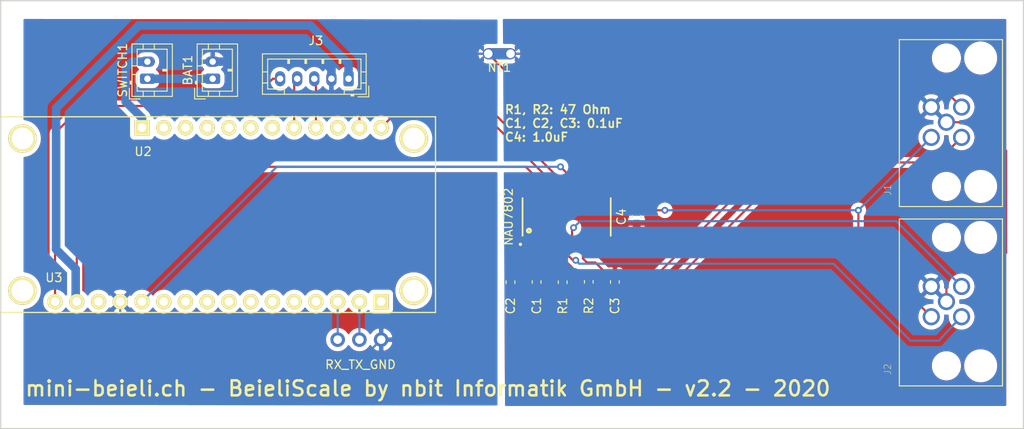
<source format=kicad_pcb>
(kicad_pcb (version 20171130) (host pcbnew 5.1.5-2.fc32)

  (general
    (thickness 1.6)
    (drawings 9)
    (tracks 167)
    (zones 0)
    (modules 15)
    (nets 22)
  )

  (page A4)
  (layers
    (0 F.Cu signal)
    (31 B.Cu signal)
    (32 B.Adhes user)
    (33 F.Adhes user)
    (34 B.Paste user)
    (35 F.Paste user)
    (36 B.SilkS user)
    (37 F.SilkS user)
    (38 B.Mask user)
    (39 F.Mask user)
    (40 Dwgs.User user)
    (41 Cmts.User user)
    (42 Eco1.User user)
    (43 Eco2.User user)
    (44 Edge.Cuts user)
    (45 Margin user)
    (46 B.CrtYd user)
    (47 F.CrtYd user)
    (48 B.Fab user)
    (49 F.Fab user)
  )

  (setup
    (last_trace_width 0.25)
    (trace_clearance 0.2)
    (zone_clearance 0.508)
    (zone_45_only no)
    (trace_min 0.2)
    (via_size 0.8)
    (via_drill 0.4)
    (via_min_size 0.4)
    (via_min_drill 0.3)
    (uvia_size 0.3)
    (uvia_drill 0.1)
    (uvias_allowed no)
    (uvia_min_size 0.2)
    (uvia_min_drill 0.1)
    (edge_width 0.15)
    (segment_width 0.2)
    (pcb_text_width 0.3)
    (pcb_text_size 1.5 1.5)
    (mod_edge_width 0.15)
    (mod_text_size 1 1)
    (mod_text_width 0.15)
    (pad_size 1.7 1.7)
    (pad_drill 1)
    (pad_to_mask_clearance 0.051)
    (solder_mask_min_width 0.25)
    (aux_axis_origin 0 0)
    (grid_origin 0 0.205)
    (visible_elements FFFFFF7F)
    (pcbplotparams
      (layerselection 0x010fc_ffffffff)
      (usegerberextensions false)
      (usegerberattributes false)
      (usegerberadvancedattributes false)
      (creategerberjobfile false)
      (excludeedgelayer true)
      (linewidth 0.100000)
      (plotframeref false)
      (viasonmask false)
      (mode 1)
      (useauxorigin false)
      (hpglpennumber 1)
      (hpglpenspeed 20)
      (hpglpendiameter 15.000000)
      (psnegative false)
      (psa4output false)
      (plotreference true)
      (plotvalue true)
      (plotinvisibletext false)
      (padsonsilk false)
      (subtractmaskfromsilk false)
      (outputformat 1)
      (mirror false)
      (drillshape 0)
      (scaleselection 1)
      (outputdirectory "/var/tmp/gerber"))
  )

  (net 0 "")
  (net 1 "Net-(BAT1-Pad1)")
  (net 2 "Net-(SWITCH1-Pad2)")
  (net 3 "Net-(J3-Pad3)")
  (net 4 "Net-(J3-Pad4)")
  (net 5 "Net-(J3-Pad5)")
  (net 6 "Net-(J3-Pad1)")
  (net 7 "Net-(J4-Pad1)")
  (net 8 "Net-(J4-Pad2)")
  (net 9 "Net-(C1-Pad2)")
  (net 10 "Net-(C1-Pad1)")
  (net 11 "Net-(C3-Pad1)")
  (net 12 "Net-(J1-PadP$4)")
  (net 13 "Net-(J1-PadP$3)")
  (net 14 "Net-(J2-PadP$4)")
  (net 15 "Net-(J2-PadP$3)")
  (net 16 "Net-(NAU7802-Pad13)")
  (net 17 "Net-(NAU7802-Pad14)")
  (net 18 "Net-(C2-Pad2)")
  (net 19 "Net-(NAU7802-Pad12)")
  (net 20 /GND)
  (net 21 /GNDA)

  (net_class Default "This is the default net class."
    (clearance 0.2)
    (trace_width 0.25)
    (via_dia 0.8)
    (via_drill 0.4)
    (uvia_dia 0.3)
    (uvia_drill 0.1)
    (add_net /GND)
    (add_net /GNDA)
    (add_net "Net-(BAT1-Pad1)")
    (add_net "Net-(C1-Pad1)")
    (add_net "Net-(C1-Pad2)")
    (add_net "Net-(C2-Pad2)")
    (add_net "Net-(C3-Pad1)")
    (add_net "Net-(J1-PadP$3)")
    (add_net "Net-(J1-PadP$4)")
    (add_net "Net-(J2-PadP$3)")
    (add_net "Net-(J2-PadP$4)")
    (add_net "Net-(J3-Pad1)")
    (add_net "Net-(J3-Pad3)")
    (add_net "Net-(J3-Pad4)")
    (add_net "Net-(J3-Pad5)")
    (add_net "Net-(J4-Pad1)")
    (add_net "Net-(J4-Pad2)")
    (add_net "Net-(NAU7802-Pad12)")
    (add_net "Net-(NAU7802-Pad13)")
    (add_net "Net-(NAU7802-Pad14)")
    (add_net "Net-(SWITCH1-Pad2)")
  )

  (module NetTie:NetTie-2_THT_Pad1.0mm (layer F.Cu) (tedit 5A1CF824) (tstamp 5EB7F487)
    (at 99.568 38.559 180)
    (descr "Net tie, 2 pin, 1.0mm round THT pads")
    (tags "net tie")
    (path /5EBA117E)
    (attr virtual)
    (fp_text reference NT1 (at 1.3 -1.6) (layer F.SilkS)
      (effects (font (size 1 1) (thickness 0.15)))
    )
    (fp_text value Net-Tie_2 (at 1.3 1.6) (layer F.Fab)
      (effects (font (size 1 1) (thickness 0.15)))
    )
    (fp_line (start -0.9 -0.9) (end 3.5 -0.9) (layer F.CrtYd) (width 0.05))
    (fp_line (start 3.5 -0.9) (end 3.5 0.9) (layer F.CrtYd) (width 0.05))
    (fp_line (start 3.5 0.9) (end -0.9 0.9) (layer F.CrtYd) (width 0.05))
    (fp_line (start -0.9 0.9) (end -0.9 -0.9) (layer F.CrtYd) (width 0.05))
    (fp_poly (pts (xy 0 -0.65) (xy 2.6 -0.65) (xy 2.6 0.65) (xy 0 0.65)) (layer B.Cu) (width 0))
    (fp_poly (pts (xy 0 -0.65) (xy 2.6 -0.65) (xy 2.6 0.65) (xy 0 0.65)) (layer F.Cu) (width 0))
    (pad 2 thru_hole circle (at 2.6 0 180) (size 1.3 1.3) (drill 1) (layers *.Cu)
      (net 20 /GND))
    (pad 1 thru_hole circle (at 0 0 180) (size 1.3 1.3) (drill 1) (layers *.Cu)
      (net 21 /GNDA))
  )

  (module Capacitor_SMD:C_0603_1608Metric (layer F.Cu) (tedit 5B301BBE) (tstamp 5EA89C95)
    (at 99.568 65.2545 90)
    (descr "Capacitor SMD 0603 (1608 Metric), square (rectangular) end terminal, IPC_7351 nominal, (Body size source: http://www.tortai-tech.com/upload/download/2011102023233369053.pdf), generated with kicad-footprint-generator")
    (tags capacitor)
    (path /5EAA32F8)
    (attr smd)
    (fp_text reference C2 (at -2.7685 0 90) (layer F.SilkS)
      (effects (font (size 1 1) (thickness 0.15)))
    )
    (fp_text value "0.1UF-25V-5%(0603)" (at 0 1.43 90) (layer F.Fab) hide
      (effects (font (size 1 1) (thickness 0.15)))
    )
    (fp_text user %R (at 0 0 90) (layer F.Fab)
      (effects (font (size 0.4 0.4) (thickness 0.06)))
    )
    (fp_line (start 1.48 0.73) (end -1.48 0.73) (layer F.CrtYd) (width 0.05))
    (fp_line (start 1.48 -0.73) (end 1.48 0.73) (layer F.CrtYd) (width 0.05))
    (fp_line (start -1.48 -0.73) (end 1.48 -0.73) (layer F.CrtYd) (width 0.05))
    (fp_line (start -1.48 0.73) (end -1.48 -0.73) (layer F.CrtYd) (width 0.05))
    (fp_line (start -0.162779 0.51) (end 0.162779 0.51) (layer F.SilkS) (width 0.12))
    (fp_line (start -0.162779 -0.51) (end 0.162779 -0.51) (layer F.SilkS) (width 0.12))
    (fp_line (start 0.8 0.4) (end -0.8 0.4) (layer F.Fab) (width 0.1))
    (fp_line (start 0.8 -0.4) (end 0.8 0.4) (layer F.Fab) (width 0.1))
    (fp_line (start -0.8 -0.4) (end 0.8 -0.4) (layer F.Fab) (width 0.1))
    (fp_line (start -0.8 0.4) (end -0.8 -0.4) (layer F.Fab) (width 0.1))
    (pad 2 smd roundrect (at 0.7875 0 90) (size 0.875 0.95) (layers F.Cu F.Paste F.Mask) (roundrect_rratio 0.25)
      (net 18 "Net-(C2-Pad2)"))
    (pad 1 smd roundrect (at -0.7875 0 90) (size 0.875 0.95) (layers F.Cu F.Paste F.Mask) (roundrect_rratio 0.25)
      (net 21 /GNDA))
    (model ${KISYS3DMOD}/Capacitor_SMD.3dshapes/C_0603_1608Metric.wrl
      (at (xyz 0 0 0))
      (scale (xyz 1 1 1))
      (rotate (xyz 0 0 0))
    )
  )

  (module Capacitor_SMD:C_0603_1608Metric (layer F.Cu) (tedit 5B301BBE) (tstamp 5EA89632)
    (at 114.3 57.609 90)
    (descr "Capacitor SMD 0603 (1608 Metric), square (rectangular) end terminal, IPC_7351 nominal, (Body size source: http://www.tortai-tech.com/upload/download/2011102023233369053.pdf), generated with kicad-footprint-generator")
    (tags capacitor)
    (path /5EA9E10D)
    (attr smd)
    (fp_text reference C4 (at 0 -1.778 90) (layer F.SilkS)
      (effects (font (size 1 1) (thickness 0.15)))
    )
    (fp_text value "1UF-25V-5%(0603)" (at 0 1.43 90) (layer F.Fab) hide
      (effects (font (size 1 1) (thickness 0.15)))
    )
    (fp_text user %R (at 0 0 90) (layer F.Fab)
      (effects (font (size 0.4 0.4) (thickness 0.06)))
    )
    (fp_line (start 1.48 0.73) (end -1.48 0.73) (layer F.CrtYd) (width 0.05))
    (fp_line (start 1.48 -0.73) (end 1.48 0.73) (layer F.CrtYd) (width 0.05))
    (fp_line (start -1.48 -0.73) (end 1.48 -0.73) (layer F.CrtYd) (width 0.05))
    (fp_line (start -1.48 0.73) (end -1.48 -0.73) (layer F.CrtYd) (width 0.05))
    (fp_line (start -0.162779 0.51) (end 0.162779 0.51) (layer F.SilkS) (width 0.12))
    (fp_line (start -0.162779 -0.51) (end 0.162779 -0.51) (layer F.SilkS) (width 0.12))
    (fp_line (start 0.8 0.4) (end -0.8 0.4) (layer F.Fab) (width 0.1))
    (fp_line (start 0.8 -0.4) (end 0.8 0.4) (layer F.Fab) (width 0.1))
    (fp_line (start -0.8 -0.4) (end 0.8 -0.4) (layer F.Fab) (width 0.1))
    (fp_line (start -0.8 0.4) (end -0.8 -0.4) (layer F.Fab) (width 0.1))
    (pad 2 smd roundrect (at 0.7875 0 90) (size 0.875 0.95) (layers F.Cu F.Paste F.Mask) (roundrect_rratio 0.25)
      (net 18 "Net-(C2-Pad2)"))
    (pad 1 smd roundrect (at -0.7875 0 90) (size 0.875 0.95) (layers F.Cu F.Paste F.Mask) (roundrect_rratio 0.25)
      (net 21 /GNDA))
    (model ${KISYS3DMOD}/Capacitor_SMD.3dshapes/C_0603_1608Metric.wrl
      (at (xyz 0 0 0))
      (scale (xyz 1 1 1))
      (rotate (xyz 0 0 0))
    )
  )

  (module Resistor_SMD:R_0603_1608Metric (layer F.Cu) (tedit 5B301BBD) (tstamp 5EA8DE90)
    (at 108.712 65.2035 270)
    (descr "Resistor SMD 0603 (1608 Metric), square (rectangular) end terminal, IPC_7351 nominal, (Body size source: http://www.tortai-tech.com/upload/download/2011102023233369053.pdf), generated with kicad-footprint-generator")
    (tags resistor)
    (path /5EAE1595)
    (attr smd)
    (fp_text reference R2 (at 2.794 0 90) (layer F.SilkS)
      (effects (font (size 1 1) (thickness 0.15)))
    )
    (fp_text value 47OHM-0603-1_10W-1% (at 0 1.43 90) (layer F.Fab) hide
      (effects (font (size 1 1) (thickness 0.15)))
    )
    (fp_text user %R (at 0 0 90) (layer F.Fab)
      (effects (font (size 0.4 0.4) (thickness 0.06)))
    )
    (fp_line (start 1.48 0.73) (end -1.48 0.73) (layer F.CrtYd) (width 0.05))
    (fp_line (start 1.48 -0.73) (end 1.48 0.73) (layer F.CrtYd) (width 0.05))
    (fp_line (start -1.48 -0.73) (end 1.48 -0.73) (layer F.CrtYd) (width 0.05))
    (fp_line (start -1.48 0.73) (end -1.48 -0.73) (layer F.CrtYd) (width 0.05))
    (fp_line (start -0.162779 0.51) (end 0.162779 0.51) (layer F.SilkS) (width 0.12))
    (fp_line (start -0.162779 -0.51) (end 0.162779 -0.51) (layer F.SilkS) (width 0.12))
    (fp_line (start 0.8 0.4) (end -0.8 0.4) (layer F.Fab) (width 0.1))
    (fp_line (start 0.8 -0.4) (end 0.8 0.4) (layer F.Fab) (width 0.1))
    (fp_line (start -0.8 -0.4) (end 0.8 -0.4) (layer F.Fab) (width 0.1))
    (fp_line (start -0.8 0.4) (end -0.8 -0.4) (layer F.Fab) (width 0.1))
    (pad 2 smd roundrect (at 0.7875 0 270) (size 0.875 0.95) (layers F.Cu F.Paste F.Mask) (roundrect_rratio 0.25)
      (net 9 "Net-(C1-Pad2)"))
    (pad 1 smd roundrect (at -0.7875 0 270) (size 0.875 0.95) (layers F.Cu F.Paste F.Mask) (roundrect_rratio 0.25)
      (net 12 "Net-(J1-PadP$4)"))
    (model ${KISYS3DMOD}/Resistor_SMD.3dshapes/R_0603_1608Metric.wrl
      (at (xyz 0 0 0))
      (scale (xyz 1 1 1))
      (rotate (xyz 0 0 0))
    )
  )

  (module Resistor_SMD:R_0603_1608Metric (layer F.Cu) (tedit 5B301BBD) (tstamp 5EA8DE7F)
    (at 105.664 65.2545 270)
    (descr "Resistor SMD 0603 (1608 Metric), square (rectangular) end terminal, IPC_7351 nominal, (Body size source: http://www.tortai-tech.com/upload/download/2011102023233369053.pdf), generated with kicad-footprint-generator")
    (tags resistor)
    (path /5EAE06BE)
    (attr smd)
    (fp_text reference R1 (at 2.7685 0 90) (layer F.SilkS)
      (effects (font (size 1 1) (thickness 0.15)))
    )
    (fp_text value 47OHM-0603-1_10W-1% (at 0 1.43 90) (layer F.Fab) hide
      (effects (font (size 1 1) (thickness 0.15)))
    )
    (fp_text user %R (at 0 0 90) (layer F.Fab)
      (effects (font (size 0.4 0.4) (thickness 0.06)))
    )
    (fp_line (start 1.48 0.73) (end -1.48 0.73) (layer F.CrtYd) (width 0.05))
    (fp_line (start 1.48 -0.73) (end 1.48 0.73) (layer F.CrtYd) (width 0.05))
    (fp_line (start -1.48 -0.73) (end 1.48 -0.73) (layer F.CrtYd) (width 0.05))
    (fp_line (start -1.48 0.73) (end -1.48 -0.73) (layer F.CrtYd) (width 0.05))
    (fp_line (start -0.162779 0.51) (end 0.162779 0.51) (layer F.SilkS) (width 0.12))
    (fp_line (start -0.162779 -0.51) (end 0.162779 -0.51) (layer F.SilkS) (width 0.12))
    (fp_line (start 0.8 0.4) (end -0.8 0.4) (layer F.Fab) (width 0.1))
    (fp_line (start 0.8 -0.4) (end 0.8 0.4) (layer F.Fab) (width 0.1))
    (fp_line (start -0.8 -0.4) (end 0.8 -0.4) (layer F.Fab) (width 0.1))
    (fp_line (start -0.8 0.4) (end -0.8 -0.4) (layer F.Fab) (width 0.1))
    (pad 2 smd roundrect (at 0.7875 0 270) (size 0.875 0.95) (layers F.Cu F.Paste F.Mask) (roundrect_rratio 0.25)
      (net 10 "Net-(C1-Pad1)"))
    (pad 1 smd roundrect (at -0.7875 0 270) (size 0.875 0.95) (layers F.Cu F.Paste F.Mask) (roundrect_rratio 0.25)
      (net 13 "Net-(J1-PadP$3)"))
    (model ${KISYS3DMOD}/Resistor_SMD.3dshapes/R_0603_1608Metric.wrl
      (at (xyz 0 0 0))
      (scale (xyz 1 1 1))
      (rotate (xyz 0 0 0))
    )
  )

  (module nau7802:SOIC127P700X210-16N (layer F.Cu) (tedit 5EA843BF) (tstamp 5EA8E731)
    (at 106.125 57.628 90)
    (path /5EA8717E)
    (fp_text reference NAU7802 (at 0.019 -6.811 90) (layer F.SilkS)
      (effects (font (size 1 1) (thickness 0.15)))
    )
    (fp_text value NAU7802SOIC (at 8.765 6.365 90) (layer F.Fab) hide
      (effects (font (size 1 1) (thickness 0.015)))
    )
    (fp_line (start -2.2 -5.15) (end 2.2 -5.15) (layer F.SilkS) (width 0.2))
    (fp_line (start 2.2 -5.15) (end 2.2 5.15) (layer F.Fab) (width 0.2))
    (fp_line (start 2.2 5.15) (end -2.2 5.15) (layer F.SilkS) (width 0.2))
    (fp_line (start -2.2 5.15) (end -2.2 -5.15) (layer F.Fab) (width 0.2))
    (fp_circle (center -3.2 -5.4) (end -3.1 -5.4) (layer F.SilkS) (width 0.2))
    (fp_line (start -4.375 -5.5) (end 4.375 -5.5) (layer F.CrtYd) (width 0.05))
    (fp_line (start 4.375 -5.5) (end 4.375 5.5) (layer F.CrtYd) (width 0.05))
    (fp_line (start 4.375 5.5) (end -4.375 5.5) (layer F.CrtYd) (width 0.05))
    (fp_line (start -4.375 5.5) (end -4.375 -5.5) (layer F.CrtYd) (width 0.05))
    (fp_circle (center -1.6 -4.4) (end -1.4 -4.4) (layer F.SilkS) (width 0.3))
    (pad 1 smd rect (at -3.105 -4.445 90) (size 1.8 0.64) (layers F.Cu F.Paste F.Mask)
      (net 18 "Net-(C2-Pad2)"))
    (pad 2 smd rect (at -3.105 -3.175 90) (size 1.8 0.64) (layers F.Cu F.Paste F.Mask)
      (net 10 "Net-(C1-Pad1)"))
    (pad 3 smd rect (at -3.105 -1.905 90) (size 1.8 0.64) (layers F.Cu F.Paste F.Mask)
      (net 9 "Net-(C1-Pad2)"))
    (pad 4 smd rect (at -3.105 -0.635 90) (size 1.8 0.64) (layers F.Cu F.Paste F.Mask)
      (net 15 "Net-(J2-PadP$3)"))
    (pad 5 smd rect (at -3.105 0.635 90) (size 1.8 0.64) (layers F.Cu F.Paste F.Mask)
      (net 14 "Net-(J2-PadP$4)"))
    (pad 6 smd rect (at -3.105 1.905 90) (size 1.8 0.64) (layers F.Cu F.Paste F.Mask)
      (net 11 "Net-(C3-Pad1)"))
    (pad 7 smd rect (at -3.105 3.175 90) (size 1.8 0.64) (layers F.Cu F.Paste F.Mask)
      (net 21 /GNDA))
    (pad 8 smd rect (at -3.105 4.445 90) (size 1.8 0.64) (layers F.Cu F.Paste F.Mask)
      (net 21 /GNDA))
    (pad 9 smd rect (at 3.105 4.445 90) (size 1.8 0.64) (layers F.Cu F.Paste F.Mask)
      (net 20 /GND))
    (pad 10 smd rect (at 3.105 3.175 90) (size 1.8 0.64) (layers F.Cu F.Paste F.Mask))
    (pad 11 smd rect (at 3.105 1.905 90) (size 1.8 0.64) (layers F.Cu F.Paste F.Mask))
    (pad 12 smd rect (at 3.105 0.635 90) (size 1.8 0.64) (layers F.Cu F.Paste F.Mask)
      (net 19 "Net-(NAU7802-Pad12)"))
    (pad 13 smd rect (at 3.105 -0.635 90) (size 1.8 0.64) (layers F.Cu F.Paste F.Mask)
      (net 16 "Net-(NAU7802-Pad13)"))
    (pad 14 smd rect (at 3.105 -1.905 90) (size 1.8 0.64) (layers F.Cu F.Paste F.Mask)
      (net 17 "Net-(NAU7802-Pad14)"))
    (pad 15 smd rect (at 3.105 -3.175 90) (size 1.8 0.64) (layers F.Cu F.Paste F.Mask)
      (net 6 "Net-(J3-Pad1)"))
    (pad 16 smd rect (at 3.105 -4.445 90) (size 1.8 0.64) (layers F.Cu F.Paste F.Mask)
      (net 18 "Net-(C2-Pad2)"))
  )

  (module T4145015051-001:T4145015051-001 (layer F.Cu) (tedit 0) (tstamp 5CAD1119)
    (at 150.495 67.515 90)
    (path /5CA65D1D)
    (fp_text reference J2 (at -7.90874 -6.85962 90) (layer F.SilkS)
      (effects (font (size 0.787953 0.787953) (thickness 0.05)))
    )
    (fp_text value T4145015051-001 (at -7.38206 7.25284 90) (layer F.SilkS) hide
      (effects (font (size 0.788591 0.788591) (thickness 0.05)))
    )
    (fp_line (start 9.65 -5.5) (end 9.65 6.55) (layer F.SilkS) (width 0.127))
    (fp_line (start -9.85 -5.5) (end 9.65 -5.5) (layer F.SilkS) (width 0.127))
    (fp_line (start -9.85 6.55) (end -9.85 -5.5) (layer F.SilkS) (width 0.127))
    (fp_line (start 9.65 6.55) (end -9.85 6.55) (layer F.SilkS) (width 0.127))
    (pad Hole np_thru_hole circle (at -7.5 4 90) (size 2.85 2.85) (drill 2.85) (layers *.Cu *.Mask F.SilkS))
    (pad Hole np_thru_hole circle (at -7.5 0 90) (size 2.4 2.4) (drill 2.4) (layers *.Cu *.Mask F.SilkS))
    (pad Hole np_thru_hole circle (at 7.5 4 90) (size 2.85 2.85) (drill 2.85) (layers *.Cu *.Mask F.SilkS))
    (pad Hole np_thru_hole circle (at 7.5 0 90) (size 2.4 2.4) (drill 2.4) (layers *.Cu *.Mask F.SilkS))
    (pad P$5 thru_hole circle (at 0 0 90) (size 2 2) (drill 1.4) (layers *.Cu *.Mask)
      (net 21 /GNDA))
    (pad P$4 thru_hole circle (at 1.77 1.77 90) (size 2 2) (drill 1.4) (layers *.Cu *.Mask)
      (net 14 "Net-(J2-PadP$4)"))
    (pad P$3 thru_hole circle (at -1.77 1.77 90) (size 2 2) (drill 1.4) (layers *.Cu *.Mask)
      (net 15 "Net-(J2-PadP$3)"))
    (pad P$2 thru_hole circle (at 1.77 -1.77 90) (size 2 2) (drill 1.4) (layers *.Cu *.Mask)
      (net 21 /GNDA))
    (pad P$1 thru_hole circle (at -1.77 -1.77 90) (size 2 2) (drill 1.4) (layers *.Cu *.Mask)
      (net 18 "Net-(C2-Pad2)"))
  )

  (module T4145015051-001:T4145015051-001 (layer F.Cu) (tedit 0) (tstamp 5CAD1108)
    (at 150.495 46.56 90)
    (path /5CA66C31)
    (fp_text reference J1 (at -7.90874 -6.85962 90) (layer F.SilkS)
      (effects (font (size 0.787953 0.787953) (thickness 0.05)))
    )
    (fp_text value T4145015051-001 (at -7.38206 7.25284 90) (layer F.SilkS) hide
      (effects (font (size 0.788591 0.788591) (thickness 0.05)))
    )
    (fp_line (start 9.65 -5.5) (end 9.65 6.55) (layer F.SilkS) (width 0.127))
    (fp_line (start -9.85 -5.5) (end 9.65 -5.5) (layer F.SilkS) (width 0.127))
    (fp_line (start -9.85 6.55) (end -9.85 -5.5) (layer F.SilkS) (width 0.127))
    (fp_line (start 9.65 6.55) (end -9.85 6.55) (layer F.SilkS) (width 0.127))
    (pad Hole np_thru_hole circle (at -7.5 4 90) (size 2.85 2.85) (drill 2.85) (layers *.Cu *.Mask F.SilkS))
    (pad Hole np_thru_hole circle (at -7.5 0 90) (size 2.4 2.4) (drill 2.4) (layers *.Cu *.Mask F.SilkS))
    (pad Hole np_thru_hole circle (at 7.5 4 90) (size 2.85 2.85) (drill 2.85) (layers *.Cu *.Mask F.SilkS))
    (pad Hole np_thru_hole circle (at 7.5 0 90) (size 2.4 2.4) (drill 2.4) (layers *.Cu *.Mask F.SilkS))
    (pad P$5 thru_hole circle (at 0 0 90) (size 2 2) (drill 1.4) (layers *.Cu *.Mask)
      (net 21 /GNDA))
    (pad P$4 thru_hole circle (at 1.77 1.77 90) (size 2 2) (drill 1.4) (layers *.Cu *.Mask)
      (net 12 "Net-(J1-PadP$4)"))
    (pad P$3 thru_hole circle (at -1.77 1.77 90) (size 2 2) (drill 1.4) (layers *.Cu *.Mask)
      (net 13 "Net-(J1-PadP$3)"))
    (pad P$2 thru_hole circle (at 1.77 -1.77 90) (size 2 2) (drill 1.4) (layers *.Cu *.Mask)
      (net 21 /GNDA))
    (pad P$1 thru_hole circle (at -1.77 -1.77 90) (size 2 2) (drill 1.4) (layers *.Cu *.Mask)
      (net 18 "Net-(C2-Pad2)"))
  )

  (module Capacitor_SMD:C_0603_1608Metric (layer F.Cu) (tedit 5B301BBE) (tstamp 5EA8DD90)
    (at 111.76 65.229 90)
    (descr "Capacitor SMD 0603 (1608 Metric), square (rectangular) end terminal, IPC_7351 nominal, (Body size source: http://www.tortai-tech.com/upload/download/2011102023233369053.pdf), generated with kicad-footprint-generator")
    (tags capacitor)
    (path /5EB4498C)
    (attr smd)
    (fp_text reference C3 (at -2.794 0 90) (layer F.SilkS)
      (effects (font (size 1 1) (thickness 0.15)))
    )
    (fp_text value "0.1UF-25V-5%(0603)" (at 0 1.43 90) (layer F.Fab) hide
      (effects (font (size 1 1) (thickness 0.15)))
    )
    (fp_text user %R (at 0 0 90) (layer F.Fab)
      (effects (font (size 0.4 0.4) (thickness 0.06)))
    )
    (fp_line (start 1.48 0.73) (end -1.48 0.73) (layer F.CrtYd) (width 0.05))
    (fp_line (start 1.48 -0.73) (end 1.48 0.73) (layer F.CrtYd) (width 0.05))
    (fp_line (start -1.48 -0.73) (end 1.48 -0.73) (layer F.CrtYd) (width 0.05))
    (fp_line (start -1.48 0.73) (end -1.48 -0.73) (layer F.CrtYd) (width 0.05))
    (fp_line (start -0.162779 0.51) (end 0.162779 0.51) (layer F.SilkS) (width 0.12))
    (fp_line (start -0.162779 -0.51) (end 0.162779 -0.51) (layer F.SilkS) (width 0.12))
    (fp_line (start 0.8 0.4) (end -0.8 0.4) (layer F.Fab) (width 0.1))
    (fp_line (start 0.8 -0.4) (end 0.8 0.4) (layer F.Fab) (width 0.1))
    (fp_line (start -0.8 -0.4) (end 0.8 -0.4) (layer F.Fab) (width 0.1))
    (fp_line (start -0.8 0.4) (end -0.8 -0.4) (layer F.Fab) (width 0.1))
    (pad 2 smd roundrect (at 0.7875 0 90) (size 0.875 0.95) (layers F.Cu F.Paste F.Mask) (roundrect_rratio 0.25)
      (net 21 /GNDA))
    (pad 1 smd roundrect (at -0.7875 0 90) (size 0.875 0.95) (layers F.Cu F.Paste F.Mask) (roundrect_rratio 0.25)
      (net 11 "Net-(C3-Pad1)"))
    (model ${KISYS3DMOD}/Capacitor_SMD.3dshapes/C_0603_1608Metric.wrl
      (at (xyz 0 0 0))
      (scale (xyz 1 1 1))
      (rotate (xyz 0 0 0))
    )
  )

  (module Capacitor_SMD:C_0603_1608Metric (layer F.Cu) (tedit 5B301BBE) (tstamp 5EA8DD7F)
    (at 102.616 65.229 90)
    (descr "Capacitor SMD 0603 (1608 Metric), square (rectangular) end terminal, IPC_7351 nominal, (Body size source: http://www.tortai-tech.com/upload/download/2011102023233369053.pdf), generated with kicad-footprint-generator")
    (tags capacitor)
    (path /5EB3CDDE)
    (attr smd)
    (fp_text reference C1 (at -2.794 0 90) (layer F.SilkS)
      (effects (font (size 1 1) (thickness 0.15)))
    )
    (fp_text value "0.1UF-25V-5%(0603)" (at 0 1.43 90) (layer F.Fab) hide
      (effects (font (size 1 1) (thickness 0.15)))
    )
    (fp_text user %R (at 0 0 90) (layer F.Fab)
      (effects (font (size 0.4 0.4) (thickness 0.06)))
    )
    (fp_line (start 1.48 0.73) (end -1.48 0.73) (layer F.CrtYd) (width 0.05))
    (fp_line (start 1.48 -0.73) (end 1.48 0.73) (layer F.CrtYd) (width 0.05))
    (fp_line (start -1.48 -0.73) (end 1.48 -0.73) (layer F.CrtYd) (width 0.05))
    (fp_line (start -1.48 0.73) (end -1.48 -0.73) (layer F.CrtYd) (width 0.05))
    (fp_line (start -0.162779 0.51) (end 0.162779 0.51) (layer F.SilkS) (width 0.12))
    (fp_line (start -0.162779 -0.51) (end 0.162779 -0.51) (layer F.SilkS) (width 0.12))
    (fp_line (start 0.8 0.4) (end -0.8 0.4) (layer F.Fab) (width 0.1))
    (fp_line (start 0.8 -0.4) (end 0.8 0.4) (layer F.Fab) (width 0.1))
    (fp_line (start -0.8 -0.4) (end 0.8 -0.4) (layer F.Fab) (width 0.1))
    (fp_line (start -0.8 0.4) (end -0.8 -0.4) (layer F.Fab) (width 0.1))
    (pad 2 smd roundrect (at 0.7875 0 90) (size 0.875 0.95) (layers F.Cu F.Paste F.Mask) (roundrect_rratio 0.25)
      (net 9 "Net-(C1-Pad2)"))
    (pad 1 smd roundrect (at -0.7875 0 90) (size 0.875 0.95) (layers F.Cu F.Paste F.Mask) (roundrect_rratio 0.25)
      (net 10 "Net-(C1-Pad1)"))
    (model ${KISYS3DMOD}/Capacitor_SMD.3dshapes/C_0603_1608Metric.wrl
      (at (xyz 0 0 0))
      (scale (xyz 1 1 1))
      (rotate (xyz 0 0 0))
    )
  )

  (module Connector_PinHeader_2.54mm:PinHeader_1x03_P2.54mm_Vertical (layer F.Cu) (tedit 5CFA866D) (tstamp 5CFA7419)
    (at 79.375 71.96 90)
    (descr "Through hole straight pin header, 1x03, 2.54mm pitch, single row")
    (tags "Through hole pin header THT 1x03 2.54mm single row")
    (path /5CFBD036)
    (fp_text reference J4 (at 0 -2.33 90) (layer F.SilkS) hide
      (effects (font (size 1 1) (thickness 0.15)))
    )
    (fp_text value Conn_01x03_Male (at 0 7.41 90) (layer F.Fab) hide
      (effects (font (size 1 1) (thickness 0.15)))
    )
    (fp_text user %R (at 0 2.54) (layer F.Fab)
      (effects (font (size 1 1) (thickness 0.15)))
    )
    (pad 1 thru_hole circle (at 0 0 90) (size 1.7 1.7) (drill 1) (layers *.Cu *.Mask)
      (net 7 "Net-(J4-Pad1)"))
    (pad 2 thru_hole oval (at 0 2.54 90) (size 1.7 1.7) (drill 1) (layers *.Cu *.Mask)
      (net 8 "Net-(J4-Pad2)"))
    (pad 3 thru_hole oval (at 0 5.08 90) (size 1.7 1.7) (drill 1) (layers *.Cu *.Mask)
      (net 20 /GND))
    (model ${KISYS3DMOD}/Connector_PinHeader_2.54mm.3dshapes/PinHeader_1x03_P2.54mm_Vertical.wrl
      (at (xyz 0 0 0))
      (scale (xyz 1 1 1))
      (rotate (xyz 0 0 0))
    )
  )

  (module Connector_JST:JST_PH_B2B-PH-K_1x02_P2.00mm_Vertical (layer F.Cu) (tedit 5CACDCDA) (tstamp 5CAD10BD)
    (at 64.77 41.48 90)
    (descr "JST PH series connector, B2B-PH-K (http://www.jst-mfg.com/product/pdf/eng/ePH.pdf), generated with kicad-footprint-generator")
    (tags "connector JST PH side entry")
    (path /5C92F7C2)
    (fp_text reference BAT1 (at 1 -2.9 90) (layer F.SilkS)
      (effects (font (size 1 1) (thickness 0.15)))
    )
    (fp_text value Conn_01x02_Female (at 1 4 90) (layer F.Fab) hide
      (effects (font (size 1 1) (thickness 0.15)))
    )
    (fp_line (start -2.06 -1.81) (end -2.06 2.91) (layer F.SilkS) (width 0.12))
    (fp_line (start -2.06 2.91) (end 4.06 2.91) (layer F.SilkS) (width 0.12))
    (fp_line (start 4.06 2.91) (end 4.06 -1.81) (layer F.SilkS) (width 0.12))
    (fp_line (start 4.06 -1.81) (end -2.06 -1.81) (layer F.SilkS) (width 0.12))
    (fp_line (start -0.3 -1.81) (end -0.3 -2.01) (layer F.SilkS) (width 0.12))
    (fp_line (start -0.3 -2.01) (end -0.6 -2.01) (layer F.SilkS) (width 0.12))
    (fp_line (start -0.6 -2.01) (end -0.6 -1.81) (layer F.SilkS) (width 0.12))
    (fp_line (start -0.3 -1.91) (end -0.6 -1.91) (layer F.SilkS) (width 0.12))
    (fp_line (start 0.5 -1.81) (end 0.5 -1.2) (layer F.SilkS) (width 0.12))
    (fp_line (start 0.5 -1.2) (end -1.45 -1.2) (layer F.SilkS) (width 0.12))
    (fp_line (start -1.45 -1.2) (end -1.45 2.3) (layer F.SilkS) (width 0.12))
    (fp_line (start -1.45 2.3) (end 3.45 2.3) (layer F.SilkS) (width 0.12))
    (fp_line (start 3.45 2.3) (end 3.45 -1.2) (layer F.SilkS) (width 0.12))
    (fp_line (start 3.45 -1.2) (end 1.5 -1.2) (layer F.SilkS) (width 0.12))
    (fp_line (start 1.5 -1.2) (end 1.5 -1.81) (layer F.SilkS) (width 0.12))
    (fp_line (start -2.06 -0.5) (end -1.45 -0.5) (layer F.SilkS) (width 0.12))
    (fp_line (start -2.06 0.8) (end -1.45 0.8) (layer F.SilkS) (width 0.12))
    (fp_line (start 4.06 -0.5) (end 3.45 -0.5) (layer F.SilkS) (width 0.12))
    (fp_line (start 4.06 0.8) (end 3.45 0.8) (layer F.SilkS) (width 0.12))
    (fp_line (start 0.9 2.3) (end 0.9 1.8) (layer F.SilkS) (width 0.12))
    (fp_line (start 0.9 1.8) (end 1.1 1.8) (layer F.SilkS) (width 0.12))
    (fp_line (start 1.1 1.8) (end 1.1 2.3) (layer F.SilkS) (width 0.12))
    (fp_line (start 1 2.3) (end 1 1.8) (layer F.SilkS) (width 0.12))
    (fp_line (start -1.11 -2.11) (end -2.36 -2.11) (layer F.SilkS) (width 0.12))
    (fp_line (start -2.36 -2.11) (end -2.36 -0.86) (layer F.SilkS) (width 0.12))
    (fp_line (start -1.11 -2.11) (end -2.36 -2.11) (layer F.Fab) (width 0.1))
    (fp_line (start -2.36 -2.11) (end -2.36 -0.86) (layer F.Fab) (width 0.1))
    (fp_line (start -1.95 -1.7) (end -1.95 2.8) (layer F.Fab) (width 0.1))
    (fp_line (start -1.95 2.8) (end 3.95 2.8) (layer F.Fab) (width 0.1))
    (fp_line (start 3.95 2.8) (end 3.95 -1.7) (layer F.Fab) (width 0.1))
    (fp_line (start 3.95 -1.7) (end -1.95 -1.7) (layer F.Fab) (width 0.1))
    (fp_line (start -2.45 -2.2) (end -2.45 3.3) (layer F.CrtYd) (width 0.05))
    (fp_line (start -2.45 3.3) (end 4.45 3.3) (layer F.CrtYd) (width 0.05))
    (fp_line (start 4.45 3.3) (end 4.45 -2.2) (layer F.CrtYd) (width 0.05))
    (fp_line (start 4.45 -2.2) (end -2.45 -2.2) (layer F.CrtYd) (width 0.05))
    (fp_text user %R (at 1 1.5 90) (layer F.Fab) hide
      (effects (font (size 1 1) (thickness 0.15)))
    )
    (pad 1 thru_hole roundrect (at 0 0 90) (size 1.2 1.75) (drill 0.75) (layers *.Cu *.Mask) (roundrect_rratio 0.208333)
      (net 1 "Net-(BAT1-Pad1)"))
    (pad 2 thru_hole oval (at 2 0 90) (size 1.2 1.75) (drill 0.75) (layers *.Cu *.Mask)
      (net 20 /GND))
    (model ${KISYS3DMOD}/Connector_JST.3dshapes/JST_PH_B2B-PH-K_1x02_P2.00mm_Vertical.wrl
      (at (xyz 0 0 0))
      (scale (xyz 1 1 1))
      (rotate (xyz 0 0 0))
    )
  )

  (module Connector_JST:JST_PH_B2B-PH-K_1x02_P2.00mm_Vertical (layer F.Cu) (tedit 5CACDCD6) (tstamp 5CAD1143)
    (at 57.15 41.48 90)
    (descr "JST PH series connector, B2B-PH-K (http://www.jst-mfg.com/product/pdf/eng/ePH.pdf), generated with kicad-footprint-generator")
    (tags "connector JST PH side entry")
    (path /5CAD5AEF)
    (fp_text reference SWITCH1 (at 1 -2.9 90) (layer F.SilkS)
      (effects (font (size 1 1) (thickness 0.15)))
    )
    (fp_text value Conn_01x02_Female (at 1 4 90) (layer F.Fab) hide
      (effects (font (size 1 1) (thickness 0.15)))
    )
    (fp_text user %R (at 1 1.5 90) (layer F.Fab) hide
      (effects (font (size 1 1) (thickness 0.15)))
    )
    (fp_line (start 4.45 -2.2) (end -2.45 -2.2) (layer F.CrtYd) (width 0.05))
    (fp_line (start 4.45 3.3) (end 4.45 -2.2) (layer F.CrtYd) (width 0.05))
    (fp_line (start -2.45 3.3) (end 4.45 3.3) (layer F.CrtYd) (width 0.05))
    (fp_line (start -2.45 -2.2) (end -2.45 3.3) (layer F.CrtYd) (width 0.05))
    (fp_line (start 3.95 -1.7) (end -1.95 -1.7) (layer F.Fab) (width 0.1))
    (fp_line (start 3.95 2.8) (end 3.95 -1.7) (layer F.Fab) (width 0.1))
    (fp_line (start -1.95 2.8) (end 3.95 2.8) (layer F.Fab) (width 0.1))
    (fp_line (start -1.95 -1.7) (end -1.95 2.8) (layer F.Fab) (width 0.1))
    (fp_line (start -2.36 -2.11) (end -2.36 -0.86) (layer F.Fab) (width 0.1))
    (fp_line (start -1.11 -2.11) (end -2.36 -2.11) (layer F.Fab) (width 0.1))
    (fp_line (start -2.36 -2.11) (end -2.36 -0.86) (layer F.SilkS) (width 0.12))
    (fp_line (start -1.11 -2.11) (end -2.36 -2.11) (layer F.SilkS) (width 0.12))
    (fp_line (start 1 2.3) (end 1 1.8) (layer F.SilkS) (width 0.12))
    (fp_line (start 1.1 1.8) (end 1.1 2.3) (layer F.SilkS) (width 0.12))
    (fp_line (start 0.9 1.8) (end 1.1 1.8) (layer F.SilkS) (width 0.12))
    (fp_line (start 0.9 2.3) (end 0.9 1.8) (layer F.SilkS) (width 0.12))
    (fp_line (start 4.06 0.8) (end 3.45 0.8) (layer F.SilkS) (width 0.12))
    (fp_line (start 4.06 -0.5) (end 3.45 -0.5) (layer F.SilkS) (width 0.12))
    (fp_line (start -2.06 0.8) (end -1.45 0.8) (layer F.SilkS) (width 0.12))
    (fp_line (start -2.06 -0.5) (end -1.45 -0.5) (layer F.SilkS) (width 0.12))
    (fp_line (start 1.5 -1.2) (end 1.5 -1.81) (layer F.SilkS) (width 0.12))
    (fp_line (start 3.45 -1.2) (end 1.5 -1.2) (layer F.SilkS) (width 0.12))
    (fp_line (start 3.45 2.3) (end 3.45 -1.2) (layer F.SilkS) (width 0.12))
    (fp_line (start -1.45 2.3) (end 3.45 2.3) (layer F.SilkS) (width 0.12))
    (fp_line (start -1.45 -1.2) (end -1.45 2.3) (layer F.SilkS) (width 0.12))
    (fp_line (start 0.5 -1.2) (end -1.45 -1.2) (layer F.SilkS) (width 0.12))
    (fp_line (start 0.5 -1.81) (end 0.5 -1.2) (layer F.SilkS) (width 0.12))
    (fp_line (start -0.3 -1.91) (end -0.6 -1.91) (layer F.SilkS) (width 0.12))
    (fp_line (start -0.6 -2.01) (end -0.6 -1.81) (layer F.SilkS) (width 0.12))
    (fp_line (start -0.3 -2.01) (end -0.6 -2.01) (layer F.SilkS) (width 0.12))
    (fp_line (start -0.3 -1.81) (end -0.3 -2.01) (layer F.SilkS) (width 0.12))
    (fp_line (start 4.06 -1.81) (end -2.06 -1.81) (layer F.SilkS) (width 0.12))
    (fp_line (start 4.06 2.91) (end 4.06 -1.81) (layer F.SilkS) (width 0.12))
    (fp_line (start -2.06 2.91) (end 4.06 2.91) (layer F.SilkS) (width 0.12))
    (fp_line (start -2.06 -1.81) (end -2.06 2.91) (layer F.SilkS) (width 0.12))
    (pad 2 thru_hole oval (at 2 0 90) (size 1.2 1.75) (drill 0.75) (layers *.Cu *.Mask)
      (net 2 "Net-(SWITCH1-Pad2)"))
    (pad 1 thru_hole roundrect (at 0 0 90) (size 1.2 1.75) (drill 0.75) (layers *.Cu *.Mask) (roundrect_rratio 0.208333)
      (net 1 "Net-(BAT1-Pad1)"))
    (model ${KISYS3DMOD}/Connector_JST.3dshapes/JST_PH_B2B-PH-K_1x02_P2.00mm_Vertical.wrl
      (at (xyz 0 0 0))
      (scale (xyz 1 1 1))
      (rotate (xyz 0 0 0))
    )
  )

  (module Modules:ADAFRUIT_FEATHER (layer F.Cu) (tedit 5CBC7B57) (tstamp 5CAD116B)
    (at 65.405 57.355)
    (path /5C8C025E)
    (fp_text reference U1 (at -20.32 -12.7) (layer F.SilkS) hide
      (effects (font (size 1 1) (thickness 0.15)))
    )
    (fp_text value "MCCI 4610" (at -24.384 0 90) (layer F.Fab) hide
      (effects (font (size 1 1) (thickness 0.25)))
    )
    (fp_line (start -25.4 -11.43) (end -25.4 11.43) (layer F.SilkS) (width 0.15))
    (fp_line (start -25.4 11.43) (end 25.4 11.43) (layer F.SilkS) (width 0.15))
    (fp_line (start 25.4 11.43) (end 25.4 -11.43) (layer F.SilkS) (width 0.15))
    (fp_line (start 25.4 -11.43) (end -25.4 -11.43) (layer F.SilkS) (width 0.15))
    (pad "" thru_hole circle (at -22.86 -8.89) (size 3.302 3.302) (drill 2.54) (layers *.Cu *.Mask F.SilkS))
    (pad "" thru_hole circle (at -22.86 8.89) (size 3.302 3.302) (drill 2.54) (layers *.Cu *.Mask F.SilkS))
    (pad "" thru_hole circle (at 22.86 8.89) (size 3.302 3.302) (drill 2.54) (layers *.Cu *.Mask F.SilkS))
    (pad "" thru_hole circle (at 22.86 -8.89) (size 3.302 3.302) (drill 2.54) (layers *.Cu *.Mask F.SilkS))
    (pad 16 thru_hole circle (at -19.05 10.16) (size 1.778 1.778) (drill 0.9906) (layers *.Cu *.Mask F.SilkS)
      (net 5 "Net-(J3-Pad5)"))
    (pad 15 thru_hole circle (at -16.51 10.16) (size 1.778 1.778) (drill 0.9906) (layers *.Cu *.Mask F.SilkS)
      (net 6 "Net-(J3-Pad1)"))
    (pad 14 thru_hole circle (at -13.97 10.16) (size 1.778 1.778) (drill 0.9906) (layers *.Cu *.Mask F.SilkS))
    (pad 13 thru_hole circle (at -11.43 10.16) (size 1.778 1.778) (drill 0.9906) (layers *.Cu *.Mask F.SilkS)
      (net 20 /GND))
    (pad 12 thru_hole circle (at -8.89 10.16) (size 1.778 1.778) (drill 0.9906) (layers *.Cu *.Mask F.SilkS)
      (net 19 "Net-(NAU7802-Pad12)"))
    (pad 11 thru_hole circle (at -6.35 10.16) (size 1.778 1.778) (drill 0.9906) (layers *.Cu *.Mask F.SilkS))
    (pad 10 thru_hole circle (at -3.81 10.16) (size 1.778 1.778) (drill 0.9906) (layers *.Cu *.Mask F.SilkS))
    (pad 9 thru_hole circle (at -1.27 10.16) (size 1.778 1.778) (drill 0.9906) (layers *.Cu *.Mask F.SilkS))
    (pad 8 thru_hole circle (at 1.27 10.16) (size 1.778 1.778) (drill 0.9906) (layers *.Cu *.Mask F.SilkS))
    (pad 7 thru_hole circle (at 3.81 10.16) (size 1.778 1.778) (drill 0.9906) (layers *.Cu *.Mask F.SilkS))
    (pad 6 thru_hole circle (at 6.35 10.16) (size 1.778 1.778) (drill 0.9906) (layers *.Cu *.Mask F.SilkS))
    (pad 5 thru_hole circle (at 8.89 10.16) (size 1.778 1.778) (drill 0.9906) (layers *.Cu *.Mask F.SilkS))
    (pad 4 thru_hole circle (at 11.43 10.16) (size 1.778 1.778) (drill 0.9906) (layers *.Cu *.Mask F.SilkS))
    (pad 3 thru_hole circle (at 13.97 10.16) (size 1.778 1.778) (drill 0.9906) (layers *.Cu *.Mask F.SilkS)
      (net 7 "Net-(J4-Pad1)"))
    (pad 2 thru_hole circle (at 16.51 10.16) (size 1.778 1.778) (drill 0.9906) (layers *.Cu *.Mask F.SilkS)
      (net 8 "Net-(J4-Pad2)"))
    (pad 1 thru_hole rect (at 19.05 10.16) (size 1.778 1.778) (drill 0.9906) (layers *.Cu *.Mask F.SilkS))
    (pad 18 thru_hole circle (at -6.35 -10.16) (size 1.778 1.778) (drill 0.9906) (layers *.Cu *.Mask F.SilkS))
    (pad 17 thru_hole rect (at -8.89 -10.16) (size 1.778 1.778) (drill 0.9906) (layers *.Cu *.Mask F.SilkS)
      (net 2 "Net-(SWITCH1-Pad2)"))
    (pad 19 thru_hole circle (at -3.81 -10.16) (size 1.778 1.778) (drill 0.9906) (layers *.Cu *.Mask F.SilkS))
    (pad 20 thru_hole circle (at -1.27 -10.16) (size 1.778 1.778) (drill 0.9906) (layers *.Cu *.Mask F.SilkS))
    (pad 21 thru_hole circle (at 1.27 -10.16) (size 1.778 1.778) (drill 0.9906) (layers *.Cu *.Mask F.SilkS))
    (pad 22 thru_hole circle (at 3.81 -10.16) (size 1.778 1.778) (drill 0.9906) (layers *.Cu *.Mask F.SilkS))
    (pad 23 thru_hole circle (at 6.35 -10.16) (size 1.778 1.778) (drill 0.9906) (layers *.Cu *.Mask F.SilkS))
    (pad 24 thru_hole circle (at 8.89 -10.16) (size 1.778 1.778) (drill 0.9906) (layers *.Cu *.Mask F.SilkS)
      (net 4 "Net-(J3-Pad4)"))
    (pad 25 thru_hole circle (at 11.43 -10.16) (size 1.778 1.778) (drill 0.9906) (layers *.Cu *.Mask F.SilkS)
      (net 3 "Net-(J3-Pad3)"))
    (pad 26 thru_hole circle (at 13.97 -10.16) (size 1.778 1.778) (drill 0.9906) (layers *.Cu *.Mask F.SilkS))
    (pad 27 thru_hole circle (at 16.51 -10.16) (size 1.778 1.778) (drill 0.9906) (layers *.Cu *.Mask F.SilkS)
      (net 16 "Net-(NAU7802-Pad13)"))
    (pad 28 thru_hole circle (at 19.05 -10.16) (size 1.778 1.778) (drill 0.9906) (layers *.Cu *.Mask F.SilkS)
      (net 17 "Net-(NAU7802-Pad14)"))
  )

  (module Connector_JST:JST_PH_B5B-PH-K_1x05_P2.00mm_Vertical (layer F.Cu) (tedit 5CBF72C7) (tstamp 5CBFCD89)
    (at 80.645 41.48 180)
    (descr "JST PH series connector, B5B-PH-K (http://www.jst-mfg.com/product/pdf/eng/ePH.pdf), generated with kicad-footprint-generator")
    (tags "connector JST PH side entry")
    (path /5CBF85B5)
    (fp_text reference J3 (at 3.81 4.445 180) (layer F.SilkS)
      (effects (font (size 1 1) (thickness 0.15)))
    )
    (fp_text value Conn_01x05_Female (at 4 4 180) (layer F.Fab) hide
      (effects (font (size 1 1) (thickness 0.15)))
    )
    (fp_line (start -2.06 -1.81) (end -2.06 2.91) (layer F.SilkS) (width 0.12))
    (fp_line (start -2.06 2.91) (end 10.06 2.91) (layer F.SilkS) (width 0.12))
    (fp_line (start 10.06 2.91) (end 10.06 -1.81) (layer F.SilkS) (width 0.12))
    (fp_line (start 10.06 -1.81) (end -2.06 -1.81) (layer F.SilkS) (width 0.12))
    (fp_line (start -0.3 -1.81) (end -0.3 -2.01) (layer F.SilkS) (width 0.12))
    (fp_line (start -0.3 -2.01) (end -0.6 -2.01) (layer F.SilkS) (width 0.12))
    (fp_line (start -0.6 -2.01) (end -0.6 -1.81) (layer F.SilkS) (width 0.12))
    (fp_line (start -0.3 -1.91) (end -0.6 -1.91) (layer F.SilkS) (width 0.12))
    (fp_line (start 0.5 -1.81) (end 0.5 -1.2) (layer F.SilkS) (width 0.12))
    (fp_line (start 0.5 -1.2) (end -1.45 -1.2) (layer F.SilkS) (width 0.12))
    (fp_line (start -1.45 -1.2) (end -1.45 2.3) (layer F.SilkS) (width 0.12))
    (fp_line (start -1.45 2.3) (end 9.45 2.3) (layer F.SilkS) (width 0.12))
    (fp_line (start 9.45 2.3) (end 9.45 -1.2) (layer F.SilkS) (width 0.12))
    (fp_line (start 9.45 -1.2) (end 7.5 -1.2) (layer F.SilkS) (width 0.12))
    (fp_line (start 7.5 -1.2) (end 7.5 -1.81) (layer F.SilkS) (width 0.12))
    (fp_line (start -2.06 -0.5) (end -1.45 -0.5) (layer F.SilkS) (width 0.12))
    (fp_line (start -2.06 0.8) (end -1.45 0.8) (layer F.SilkS) (width 0.12))
    (fp_line (start 10.06 -0.5) (end 9.45 -0.5) (layer F.SilkS) (width 0.12))
    (fp_line (start 10.06 0.8) (end 9.45 0.8) (layer F.SilkS) (width 0.12))
    (fp_line (start 0.9 2.3) (end 0.9 1.8) (layer F.SilkS) (width 0.12))
    (fp_line (start 0.9 1.8) (end 1.1 1.8) (layer F.SilkS) (width 0.12))
    (fp_line (start 1.1 1.8) (end 1.1 2.3) (layer F.SilkS) (width 0.12))
    (fp_line (start 1 2.3) (end 1 1.8) (layer F.SilkS) (width 0.12))
    (fp_line (start 2.9 2.3) (end 2.9 1.8) (layer F.SilkS) (width 0.12))
    (fp_line (start 2.9 1.8) (end 3.1 1.8) (layer F.SilkS) (width 0.12))
    (fp_line (start 3.1 1.8) (end 3.1 2.3) (layer F.SilkS) (width 0.12))
    (fp_line (start 3 2.3) (end 3 1.8) (layer F.SilkS) (width 0.12))
    (fp_line (start 4.9 2.3) (end 4.9 1.8) (layer F.SilkS) (width 0.12))
    (fp_line (start 4.9 1.8) (end 5.1 1.8) (layer F.SilkS) (width 0.12))
    (fp_line (start 5.1 1.8) (end 5.1 2.3) (layer F.SilkS) (width 0.12))
    (fp_line (start 5 2.3) (end 5 1.8) (layer F.SilkS) (width 0.12))
    (fp_line (start 6.9 2.3) (end 6.9 1.8) (layer F.SilkS) (width 0.12))
    (fp_line (start 6.9 1.8) (end 7.1 1.8) (layer F.SilkS) (width 0.12))
    (fp_line (start 7.1 1.8) (end 7.1 2.3) (layer F.SilkS) (width 0.12))
    (fp_line (start 7 2.3) (end 7 1.8) (layer F.SilkS) (width 0.12))
    (fp_line (start -1.11 -2.11) (end -2.36 -2.11) (layer F.SilkS) (width 0.12))
    (fp_line (start -2.36 -2.11) (end -2.36 -0.86) (layer F.SilkS) (width 0.12))
    (fp_line (start -1.11 -2.11) (end -2.36 -2.11) (layer F.Fab) (width 0.1))
    (fp_line (start -2.36 -2.11) (end -2.36 -0.86) (layer F.Fab) (width 0.1))
    (fp_line (start -1.95 -1.7) (end -1.95 2.8) (layer F.Fab) (width 0.1))
    (fp_line (start -1.95 2.8) (end 9.95 2.8) (layer F.Fab) (width 0.1))
    (fp_line (start 9.95 2.8) (end 9.95 -1.7) (layer F.Fab) (width 0.1))
    (fp_line (start 9.95 -1.7) (end -1.95 -1.7) (layer F.Fab) (width 0.1))
    (fp_line (start -2.45 -2.2) (end -2.45 3.3) (layer F.CrtYd) (width 0.05))
    (fp_line (start -2.45 3.3) (end 10.45 3.3) (layer F.CrtYd) (width 0.05))
    (fp_line (start 10.45 3.3) (end 10.45 -2.2) (layer F.CrtYd) (width 0.05))
    (fp_line (start 10.45 -2.2) (end -2.45 -2.2) (layer F.CrtYd) (width 0.05))
    (fp_text user %R (at 4 1.5 180) (layer F.Fab) hide
      (effects (font (size 1 1) (thickness 0.15)))
    )
    (pad 1 thru_hole roundrect (at 0 0 180) (size 1.2 1.75) (drill 0.75) (layers *.Cu *.Mask) (roundrect_rratio 0.208333)
      (net 6 "Net-(J3-Pad1)"))
    (pad 2 thru_hole oval (at 2 0 180) (size 1.2 1.75) (drill 0.75) (layers *.Cu *.Mask)
      (net 20 /GND))
    (pad 3 thru_hole oval (at 4 0 180) (size 1.2 1.75) (drill 0.75) (layers *.Cu *.Mask)
      (net 3 "Net-(J3-Pad3)"))
    (pad 4 thru_hole oval (at 6 0 180) (size 1.2 1.75) (drill 0.75) (layers *.Cu *.Mask)
      (net 4 "Net-(J3-Pad4)"))
    (pad 5 thru_hole oval (at 8 0 180) (size 1.2 1.75) (drill 0.75) (layers *.Cu *.Mask)
      (net 5 "Net-(J3-Pad5)"))
    (model ${KISYS3DMOD}/Connector_JST.3dshapes/JST_PH_B5B-PH-K_1x05_P2.00mm_Vertical.wrl
      (at (xyz 0 0 0))
      (scale (xyz 1 1 1))
      (rotate (xyz 0 0 0))
    )
  )

  (gr_text U3 (at 46.228 64.721) (layer F.SilkS) (tstamp 5EB997F6)
    (effects (font (size 1 1) (thickness 0.15)))
  )
  (gr_text U2 (at 56.642 49.989) (layer F.SilkS) (tstamp 5EB9979C)
    (effects (font (size 1 1) (thickness 0.15)))
  )
  (gr_text "R1, R2: 47 Ohm\nC1, C2, C3: 0.1uF\nC4: 1.0uF" (at 98.806 46.687) (layer F.SilkS)
    (effects (font (size 1 1) (thickness 0.2)) (justify left))
  )
  (gr_text RX_TX_GND (at 82.042 74.881) (layer F.SilkS)
    (effects (font (size 1 1) (thickness 0.15)))
  )
  (gr_text "mini-beieli.ch - BeieliScale by nbit Informatik GmbH - v2.2 - 2020" (at 89.916 77.675) (layer F.SilkS)
    (effects (font (size 1.75 1.75) (thickness 0.3)))
  )
  (gr_line (start 40 82.355) (end 40 32.355) (layer Edge.Cuts) (width 0.15))
  (gr_line (start 159.5 82.355) (end 40 82.355) (layer Edge.Cuts) (width 0.15))
  (gr_line (start 159.5 32.355) (end 159.5 82.355) (layer Edge.Cuts) (width 0.15))
  (gr_line (start 40 32.355) (end 159.5 32.355) (layer Edge.Cuts) (width 0.15))

  (segment (start 57.15 41.48) (end 64.77 41.48) (width 1) (layer B.Cu) (net 1) (status 30))
  (segment (start 57.15 39.48) (end 55.34 39.48) (width 1) (layer B.Cu) (net 2) (status 10))
  (segment (start 55.34 39.48) (end 54.61 40.21) (width 1) (layer B.Cu) (net 2))
  (segment (start 54.61 40.21) (end 54.61 44.151) (width 1) (layer B.Cu) (net 2))
  (segment (start 56.515 46.056) (end 56.515 47.195) (width 1) (layer B.Cu) (net 2) (status 20))
  (segment (start 54.61 44.151) (end 56.515 46.056) (width 1) (layer B.Cu) (net 2))
  (segment (start 76.835 41.67) (end 76.645 41.48) (width 0.25) (layer F.Cu) (net 3) (status 30))
  (segment (start 76.835 47.195) (end 76.835 41.67) (width 0.25) (layer F.Cu) (net 3) (status 30))
  (segment (start 74.295 41.83) (end 74.645 41.48) (width 0.25) (layer F.Cu) (net 4) (status 30))
  (segment (start 74.295 47.195) (end 74.295 41.83) (width 0.25) (layer F.Cu) (net 4) (status 30))
  (segment (start 71.795 41.48) (end 72.645 41.48) (width 0.25) (layer F.Cu) (net 5) (status 20))
  (segment (start 49.53 44.655) (end 68.62 44.655) (width 0.25) (layer F.Cu) (net 5))
  (segment (start 46.355 47.83) (end 49.53 44.655) (width 0.25) (layer F.Cu) (net 5))
  (segment (start 46.355 67.515) (end 46.355 47.83) (width 0.25) (layer F.Cu) (net 5) (status 10))
  (segment (start 68.62 44.655) (end 71.795 41.48) (width 0.25) (layer F.Cu) (net 5))
  (segment (start 103.0985 54.3745) (end 102.95 54.523) (width 0.25) (layer F.Cu) (net 6))
  (segment (start 102.95 53.943) (end 102.95 54.523) (width 0.25) (layer F.Cu) (net 6))
  (segment (start 80.645 39.702) (end 80.645 41.48) (width 1) (layer B.Cu) (net 6))
  (segment (start 76.2 35.257) (end 80.645 39.702) (width 1) (layer B.Cu) (net 6))
  (segment (start 56.134 35.257) (end 76.2 35.257) (width 1) (layer B.Cu) (net 6))
  (segment (start 48.768 67.388) (end 48.768 63.705) (width 1) (layer B.Cu) (net 6))
  (segment (start 48.895 67.515) (end 48.768 67.388) (width 1) (layer B.Cu) (net 6))
  (segment (start 48.768 63.705) (end 46.482 61.419) (width 1) (layer B.Cu) (net 6))
  (segment (start 46.482 61.419) (end 46.482 44.909) (width 1) (layer B.Cu) (net 6))
  (segment (start 46.482 44.909) (end 56.134 35.257) (width 1) (layer B.Cu) (net 6))
  (segment (start 102.95 53.373) (end 102.95 54.523) (width 0.25) (layer F.Cu) (net 6))
  (segment (start 101.344 51.767) (end 102.95 53.373) (width 0.25) (layer F.Cu) (net 6))
  (segment (start 50.546 51.767) (end 101.344 51.767) (width 0.25) (layer F.Cu) (net 6))
  (segment (start 48.895 53.418) (end 50.546 51.767) (width 0.25) (layer F.Cu) (net 6))
  (segment (start 48.895 67.515) (end 48.895 53.418) (width 0.25) (layer F.Cu) (net 6))
  (segment (start 79.375 68.772235) (end 79.375 71.96) (width 0.25) (layer B.Cu) (net 7))
  (segment (start 79.375 67.515) (end 79.375 68.772235) (width 0.25) (layer B.Cu) (net 7))
  (segment (start 81.915 68.772235) (end 81.915 71.96) (width 0.25) (layer B.Cu) (net 8))
  (segment (start 81.915 67.515) (end 81.915 68.772235) (width 0.25) (layer B.Cu) (net 8))
  (segment (start 102.616 64.879) (end 102.616 64.4415) (width 0.25) (layer F.Cu) (net 9))
  (segment (start 102.6 64.895) (end 102.616 64.879) (width 0.25) (layer F.Cu) (net 9))
  (segment (start 104.22 61.245) (end 104.22 60.733) (width 0.25) (layer F.Cu) (net 9))
  (segment (start 104.22 61.883) (end 104.22 60.733) (width 0.25) (layer F.Cu) (net 9))
  (segment (start 104.8435 62.689) (end 104.902 62.689) (width 0.25) (layer F.Cu) (net 9))
  (segment (start 102.616 64.4415) (end 103.091 64.4415) (width 0.25) (layer F.Cu) (net 9))
  (segment (start 104.902 62.689) (end 104.22 61.883) (width 0.25) (layer F.Cu) (net 9))
  (segment (start 103.091 64.4415) (end 104.8435 62.689) (width 0.25) (layer F.Cu) (net 9))
  (segment (start 105.026 62.689) (end 104.902 62.689) (width 0.25) (layer F.Cu) (net 9))
  (segment (start 105.918 62.689) (end 105.026 62.689) (width 0.25) (layer F.Cu) (net 9))
  (segment (start 107.696 64.467) (end 105.918 62.689) (width 0.25) (layer F.Cu) (net 9))
  (segment (start 107.696 65.45) (end 107.696 64.467) (width 0.25) (layer F.Cu) (net 9))
  (segment (start 108.237 65.991) (end 107.696 65.45) (width 0.25) (layer F.Cu) (net 9))
  (segment (start 108.712 65.991) (end 108.237 65.991) (width 0.25) (layer F.Cu) (net 9))
  (segment (start 102.4675 66.165) (end 102.616 66.0165) (width 0.25) (layer F.Cu) (net 10))
  (segment (start 105.6385 66.0165) (end 105.664 66.042) (width 0.25) (layer F.Cu) (net 10))
  (segment (start 102.616 66.0165) (end 105.6385 66.0165) (width 0.25) (layer F.Cu) (net 10))
  (segment (start 101.6255 66.0165) (end 102.616 66.0165) (width 0.25) (layer F.Cu) (net 10))
  (segment (start 101.092 65.483) (end 101.6255 66.0165) (width 0.25) (layer F.Cu) (net 10))
  (segment (start 101.092 63.959) (end 101.092 65.483) (width 0.25) (layer F.Cu) (net 10))
  (segment (start 102.95 62.101) (end 101.092 63.959) (width 0.25) (layer F.Cu) (net 10))
  (segment (start 102.95 60.733) (end 102.95 62.101) (width 0.25) (layer F.Cu) (net 10))
  (segment (start 111.285 66.0165) (end 111.76 66.0165) (width 0.25) (layer F.Cu) (net 11))
  (segment (start 110.49 65.2215) (end 111.285 66.0165) (width 0.25) (layer F.Cu) (net 11))
  (segment (start 110.49 63.959) (end 110.49 65.2215) (width 0.25) (layer F.Cu) (net 11))
  (segment (start 109.474 62.943) (end 110.49 63.959) (width 0.25) (layer F.Cu) (net 11))
  (segment (start 108.482994 62.943) (end 109.474 62.943) (width 0.25) (layer F.Cu) (net 11))
  (segment (start 108.03 62.490006) (end 108.482994 62.943) (width 0.25) (layer F.Cu) (net 11))
  (segment (start 108.03 60.733) (end 108.03 62.490006) (width 0.25) (layer F.Cu) (net 11))
  (segment (start 151.265001 43.790001) (end 152.265 44.79) (width 0.25) (layer F.Cu) (net 12))
  (segment (start 149.59 42.115) (end 151.265001 43.790001) (width 0.25) (layer F.Cu) (net 12))
  (segment (start 109.187 64.416) (end 109.982 65.211) (width 0.25) (layer F.Cu) (net 12))
  (segment (start 108.712 64.416) (end 109.187 64.416) (width 0.25) (layer F.Cu) (net 12))
  (segment (start 109.982 65.211) (end 109.982 66.753) (width 0.25) (layer F.Cu) (net 12))
  (segment (start 109.982 66.753) (end 111.252 68.023) (width 0.25) (layer F.Cu) (net 12))
  (segment (start 113.03 68.023) (end 138.938 42.115) (width 0.25) (layer F.Cu) (net 12))
  (segment (start 111.252 68.023) (end 113.03 68.023) (width 0.25) (layer F.Cu) (net 12))
  (segment (start 138.938 42.115) (end 149.59 42.115) (width 0.25) (layer F.Cu) (net 12))
  (segment (start 152.265 48.410553) (end 152.265 48.33) (width 0.25) (layer F.Cu) (net 13) (status 30))
  (segment (start 106.139 64.467) (end 105.664 64.467) (width 0.25) (layer F.Cu) (net 13))
  (segment (start 106.68 65.008) (end 106.139 64.467) (width 0.25) (layer F.Cu) (net 13))
  (segment (start 106.68 67.769) (end 106.68 65.008) (width 0.25) (layer F.Cu) (net 13))
  (segment (start 114.808 69.039) (end 107.95 69.039) (width 0.25) (layer F.Cu) (net 13))
  (segment (start 149.352 51.259) (end 132.588 51.259) (width 0.25) (layer F.Cu) (net 13))
  (segment (start 151.265001 49.345999) (end 149.352 51.259) (width 0.25) (layer F.Cu) (net 13))
  (segment (start 107.95 69.039) (end 106.68 67.769) (width 0.25) (layer F.Cu) (net 13))
  (segment (start 132.588 51.259) (end 114.808 69.039) (width 0.25) (layer F.Cu) (net 13))
  (segment (start 151.265001 49.329999) (end 151.265001 49.345999) (width 0.25) (layer F.Cu) (net 13))
  (segment (start 152.265 48.33) (end 151.265001 49.329999) (width 0.25) (layer F.Cu) (net 13))
  (segment (start 106.76 60.733) (end 106.76 59.053) (width 0.25) (layer F.Cu) (net 14))
  (segment (start 106.76 59.053) (end 106.934 58.879) (width 0.25) (layer F.Cu) (net 14))
  (segment (start 106.934 58.879) (end 106.934 58.879) (width 0.25) (layer F.Cu) (net 14) (tstamp 5EB519AF))
  (via (at 106.934 58.879) (size 0.8) (drill 0.4) (layers F.Cu B.Cu) (net 14))
  (segment (start 151.265001 64.745001) (end 152.265 65.745) (width 0.25) (layer B.Cu) (net 14))
  (segment (start 144.637 58.117) (end 151.265001 64.745001) (width 0.25) (layer B.Cu) (net 14))
  (segment (start 107.696 58.117) (end 144.637 58.117) (width 0.25) (layer B.Cu) (net 14))
  (segment (start 106.934 58.879) (end 107.696 58.117) (width 0.25) (layer B.Cu) (net 14))
  (segment (start 151.265001 70.284999) (end 152.265 69.285) (width 0.25) (layer B.Cu) (net 15))
  (segment (start 105.49 61.313) (end 106.866 62.689) (width 0.25) (layer F.Cu) (net 15))
  (segment (start 105.49 60.733) (end 105.49 61.313) (width 0.25) (layer F.Cu) (net 15))
  (segment (start 106.866 62.689) (end 107.188 62.689) (width 0.25) (layer F.Cu) (net 15))
  (segment (start 107.188 62.689) (end 107.188 62.689) (width 0.25) (layer F.Cu) (net 15) (tstamp 5EB7BDA2))
  (via (at 107.188 62.689) (size 0.8) (drill 0.4) (layers F.Cu B.Cu) (net 15))
  (segment (start 107.587999 63.088999) (end 137.305999 63.088999) (width 0.25) (layer B.Cu) (net 15))
  (segment (start 107.188 62.689) (end 107.587999 63.088999) (width 0.25) (layer B.Cu) (net 15))
  (segment (start 137.305999 63.088999) (end 146.304 72.087) (width 0.25) (layer B.Cu) (net 15))
  (segment (start 146.304 72.087) (end 149.606 72.087) (width 0.25) (layer B.Cu) (net 15))
  (segment (start 149.606 72.087) (end 151.265001 70.284999) (width 0.25) (layer B.Cu) (net 15))
  (segment (start 149.463 72.087) (end 149.606 72.087) (width 0.25) (layer B.Cu) (net 15))
  (segment (start 105.3845 54.4175) (end 105.49 54.523) (width 0.25) (layer F.Cu) (net 16))
  (segment (start 105.49 53.373) (end 105.49 54.523) (width 0.25) (layer F.Cu) (net 16))
  (segment (start 96.772 44.655) (end 105.49 53.373) (width 0.25) (layer F.Cu) (net 16))
  (segment (start 83.197765 44.655) (end 96.772 44.655) (width 0.25) (layer F.Cu) (net 16))
  (segment (start 81.915 45.937765) (end 83.197765 44.655) (width 0.25) (layer F.Cu) (net 16))
  (segment (start 81.915 47.195) (end 81.915 45.937765) (width 0.25) (layer F.Cu) (net 16))
  (segment (start 96.518 45.671) (end 104.22 53.373) (width 0.25) (layer F.Cu) (net 17))
  (segment (start 104.22 53.373) (end 104.22 54.523) (width 0.25) (layer F.Cu) (net 17))
  (segment (start 85.979 45.671) (end 96.518 45.671) (width 0.25) (layer F.Cu) (net 17))
  (segment (start 84.455 47.195) (end 85.979 45.671) (width 0.25) (layer F.Cu) (net 17))
  (segment (start 101.642 54.561) (end 101.68 54.523) (width 0.25) (layer F.Cu) (net 18))
  (segment (start 101.502 60.911) (end 101.68 60.733) (width 0.25) (layer F.Cu) (net 18))
  (segment (start 99.093 64.467) (end 99.568 64.467) (width 0.25) (layer F.Cu) (net 18))
  (segment (start 140.208 56.847) (end 148.725 48.33) (width 0.25) (layer B.Cu) (net 18))
  (segment (start 140.208 56.847) (end 140.208 56.847) (width 0.25) (layer B.Cu) (net 18) (tstamp 5EB51BE8))
  (via (at 140.208 56.847) (size 0.8) (drill 0.4) (layers F.Cu B.Cu) (net 18))
  (segment (start 140.208 60.768) (end 148.725 69.285) (width 0.25) (layer F.Cu) (net 18))
  (segment (start 140.208 56.847) (end 140.208 60.768) (width 0.25) (layer F.Cu) (net 18))
  (segment (start 101.68 60.733) (end 101.68 62.355) (width 0.25) (layer F.Cu) (net 18))
  (segment (start 101.68 62.355) (end 99.568 64.467) (width 0.25) (layer F.Cu) (net 18))
  (segment (start 101.68 55.673) (end 101.68 60.733) (width 0.25) (layer F.Cu) (net 18))
  (segment (start 113.825 56.8215) (end 114.3 56.8215) (width 0.25) (layer F.Cu) (net 18))
  (segment (start 102.8285 56.8215) (end 113.825 56.8215) (width 0.25) (layer F.Cu) (net 18))
  (segment (start 101.68 55.673) (end 102.8285 56.8215) (width 0.25) (layer F.Cu) (net 18))
  (segment (start 101.68 54.523) (end 101.68 55.673) (width 0.25) (layer F.Cu) (net 18))
  (segment (start 114.775 56.8215) (end 114.8005 56.847) (width 0.25) (layer F.Cu) (net 18))
  (segment (start 114.3 56.8215) (end 114.775 56.8215) (width 0.25) (layer F.Cu) (net 18))
  (segment (start 114.8005 56.847) (end 117.602 56.847) (width 0.25) (layer F.Cu) (net 18))
  (segment (start 117.602 56.847) (end 117.602 56.847) (width 0.25) (layer F.Cu) (net 18) (tstamp 5EB7FA2E))
  (via (at 117.602 56.847) (size 0.8) (drill 0.4) (layers F.Cu B.Cu) (net 18))
  (segment (start 117.602 56.847) (end 140.208 56.847) (width 0.25) (layer B.Cu) (net 18))
  (segment (start 56.515 67.515) (end 72.263 51.767) (width 0.25) (layer B.Cu) (net 19))
  (segment (start 72.263 51.767) (end 105.41 51.767) (width 0.25) (layer B.Cu) (net 19))
  (segment (start 105.41 51.767) (end 105.41 51.767) (width 0.25) (layer B.Cu) (net 19) (tstamp 5EB51AAC))
  (via (at 105.41 51.767) (size 0.8) (drill 0.4) (layers F.Cu B.Cu) (net 19))
  (segment (start 106.76 53.117) (end 106.76 54.523) (width 0.25) (layer F.Cu) (net 19))
  (segment (start 105.41 51.767) (end 106.76 53.117) (width 0.25) (layer F.Cu) (net 19))
  (segment (start 64.28 39.48) (end 65.405 39.48) (width 0.25) (layer F.Cu) (net 20) (status 30))
  (segment (start 78.645 41.205) (end 78.645 41.48) (width 0.25) (layer B.Cu) (net 20) (status 30))
  (segment (start 53.975 68.772235) (end 59.067765 73.865) (width 0.25) (layer B.Cu) (net 20))
  (segment (start 53.975 67.515) (end 53.975 68.772235) (width 0.25) (layer B.Cu) (net 20))
  (segment (start 82.55 73.865) (end 84.455 71.96) (width 0.25) (layer B.Cu) (net 20))
  (segment (start 59.067765 73.865) (end 82.55 73.865) (width 0.25) (layer B.Cu) (net 20))
  (segment (start 78.645 40.355) (end 78.645 41.205) (width 1) (layer B.Cu) (net 20))
  (segment (start 64.77 39.48) (end 77.77 39.48) (width 1) (layer B.Cu) (net 20))
  (segment (start 77.77 39.48) (end 78.645 40.355) (width 1) (layer B.Cu) (net 20))
  (segment (start 96.968 38.559) (end 94.996 38.559) (width 0.25) (layer F.Cu) (net 20))
  (segment (start 110.57 52.161) (end 110.57 54.523) (width 0.25) (layer F.Cu) (net 20))
  (segment (start 96.968 38.559) (end 110.57 52.161) (width 0.25) (layer F.Cu) (net 20))
  (segment (start 96.968 38.559) (end 94.996 38.559) (width 0.25) (layer B.Cu) (net 20))
  (segment (start 154.142501 46.56) (end 157.48 49.897499) (width 0.25) (layer F.Cu) (net 21))
  (segment (start 150.495 64.594) (end 150.495 67.515) (width 0.25) (layer F.Cu) (net 21))
  (segment (start 157.48 61.8) (end 155.829 63.451) (width 0.25) (layer F.Cu) (net 21))
  (segment (start 151.638 63.451) (end 150.495 64.594) (width 0.25) (layer F.Cu) (net 21))
  (segment (start 157.48 49.897499) (end 157.48 61.8) (width 0.25) (layer F.Cu) (net 21))
  (segment (start 150.495 46.56) (end 154.142501 46.56) (width 0.25) (layer F.Cu) (net 21))
  (segment (start 155.829 63.451) (end 151.638 63.451) (width 0.25) (layer F.Cu) (net 21))
  (segment (start 148.725 65.745) (end 150.495 67.515) (width 0.25) (layer F.Cu) (net 21))
  (segment (start 149.724999 45.789999) (end 150.495 46.56) (width 0.25) (layer F.Cu) (net 21))
  (segment (start 148.725 44.79) (end 149.724999 45.789999) (width 0.25) (layer F.Cu) (net 21))
  (segment (start 99.093 66.042) (end 99.568 66.042) (width 0.25) (layer F.Cu) (net 21))
  (segment (start 114.3 58.834) (end 114.3 58.3965) (width 0.25) (layer F.Cu) (net 21))
  (segment (start 99.568 38.559) (end 102.616 38.559) (width 0.25) (layer F.Cu) (net 21))
  (segment (start 99.568 38.559) (end 102.616 38.559) (width 0.25) (layer B.Cu) (net 21))

  (zone (net 20) (net_name /GND) (layer B.Cu) (tstamp 5EA8AD6A) (hatch edge 0.508)
    (connect_pads (clearance 0.508))
    (min_thickness 0.254)
    (fill yes (arc_segments 16) (thermal_gap 0.508) (thermal_bridge_width 0.508))
    (polygon
      (pts
        (xy 42.672 34.495) (xy 42.672 79.58) (xy 98.044 79.6435) (xy 98.044 34.5585)
      )
    )
    (filled_polygon
      (pts
        (xy 55.149558 34.63631) (xy 45.71886 44.067009) (xy 45.675552 44.102551) (xy 45.533717 44.275377) (xy 45.481271 44.373498)
        (xy 45.428324 44.472554) (xy 45.363423 44.686502) (xy 45.341509 44.909) (xy 45.347001 44.964762) (xy 45.347 61.363249)
        (xy 45.341509 61.419) (xy 45.347 61.474751) (xy 45.363423 61.641498) (xy 45.428324 61.855446) (xy 45.533716 62.052623)
        (xy 45.675551 62.225449) (xy 45.718865 62.260996) (xy 47.633001 64.175133) (xy 47.633 66.660589) (xy 47.625 66.672562)
        (xy 47.538768 66.543507) (xy 47.326493 66.331232) (xy 47.076885 66.164449) (xy 46.799534 66.049566) (xy 46.505101 65.991)
        (xy 46.204899 65.991) (xy 45.910466 66.049566) (xy 45.633115 66.164449) (xy 45.383507 66.331232) (xy 45.171232 66.543507)
        (xy 45.004449 66.793115) (xy 44.889566 67.070466) (xy 44.831 67.364899) (xy 44.831 67.665101) (xy 44.889566 67.959534)
        (xy 45.004449 68.236885) (xy 45.171232 68.486493) (xy 45.383507 68.698768) (xy 45.633115 68.865551) (xy 45.910466 68.980434)
        (xy 46.204899 69.039) (xy 46.505101 69.039) (xy 46.799534 68.980434) (xy 47.076885 68.865551) (xy 47.326493 68.698768)
        (xy 47.538768 68.486493) (xy 47.625 68.357438) (xy 47.711232 68.486493) (xy 47.923507 68.698768) (xy 48.173115 68.865551)
        (xy 48.450466 68.980434) (xy 48.744899 69.039) (xy 49.045101 69.039) (xy 49.339534 68.980434) (xy 49.616885 68.865551)
        (xy 49.866493 68.698768) (xy 50.078768 68.486493) (xy 50.165 68.357438) (xy 50.251232 68.486493) (xy 50.463507 68.698768)
        (xy 50.713115 68.865551) (xy 50.990466 68.980434) (xy 51.284899 69.039) (xy 51.585101 69.039) (xy 51.879534 68.980434)
        (xy 52.156885 68.865551) (xy 52.406493 68.698768) (xy 52.53403 68.571231) (xy 53.098374 68.571231) (xy 53.180727 68.824289)
        (xy 53.451418 68.954086) (xy 53.74223 69.02858) (xy 54.041988 69.044908) (xy 54.339171 69.002443) (xy 54.622359 68.902816)
        (xy 54.769273 68.824289) (xy 54.851626 68.571231) (xy 53.975 67.694605) (xy 53.098374 68.571231) (xy 52.53403 68.571231)
        (xy 52.618768 68.486493) (xy 52.724417 68.328378) (xy 52.918769 68.391626) (xy 53.795395 67.515) (xy 52.918769 66.638374)
        (xy 52.724417 66.701622) (xy 52.618768 66.543507) (xy 52.53403 66.458769) (xy 53.098374 66.458769) (xy 53.975 67.335395)
        (xy 54.851626 66.458769) (xy 54.769273 66.205711) (xy 54.498582 66.075914) (xy 54.20777 66.00142) (xy 53.908012 65.985092)
        (xy 53.610829 66.027557) (xy 53.327641 66.127184) (xy 53.180727 66.205711) (xy 53.098374 66.458769) (xy 52.53403 66.458769)
        (xy 52.406493 66.331232) (xy 52.156885 66.164449) (xy 51.879534 66.049566) (xy 51.585101 65.991) (xy 51.284899 65.991)
        (xy 50.990466 66.049566) (xy 50.713115 66.164449) (xy 50.463507 66.331232) (xy 50.251232 66.543507) (xy 50.165 66.672562)
        (xy 50.078768 66.543507) (xy 49.903 66.367739) (xy 49.903 63.760743) (xy 49.90849 63.704999) (xy 49.903 63.649255)
        (xy 49.903 63.649248) (xy 49.886577 63.482501) (xy 49.821676 63.268553) (xy 49.716284 63.071377) (xy 49.574449 62.898551)
        (xy 49.531141 62.863009) (xy 47.617 60.948869) (xy 47.617 45.379131) (xy 52.786131 40.21) (xy 53.469509 40.21)
        (xy 53.475 40.265752) (xy 53.475001 44.095239) (xy 53.469509 44.151) (xy 53.491423 44.373498) (xy 53.556324 44.587446)
        (xy 53.556325 44.587447) (xy 53.661717 44.784623) (xy 53.803552 44.957449) (xy 53.84686 44.992991) (xy 55.00838 46.154512)
        (xy 55.000188 46.181518) (xy 54.987928 46.306) (xy 54.987928 48.084) (xy 55.000188 48.208482) (xy 55.036498 48.32818)
        (xy 55.095463 48.438494) (xy 55.174815 48.535185) (xy 55.271506 48.614537) (xy 55.38182 48.673502) (xy 55.501518 48.709812)
        (xy 55.626 48.722072) (xy 57.404 48.722072) (xy 57.528482 48.709812) (xy 57.64818 48.673502) (xy 57.758494 48.614537)
        (xy 57.855185 48.535185) (xy 57.934537 48.438494) (xy 57.993502 48.32818) (xy 58.002676 48.297937) (xy 58.083507 48.378768)
        (xy 58.333115 48.545551) (xy 58.610466 48.660434) (xy 58.904899 48.719) (xy 59.205101 48.719) (xy 59.499534 48.660434)
        (xy 59.776885 48.545551) (xy 60.026493 48.378768) (xy 60.238768 48.166493) (xy 60.325 48.037438) (xy 60.411232 48.166493)
        (xy 60.623507 48.378768) (xy 60.873115 48.545551) (xy 61.150466 48.660434) (xy 61.444899 48.719) (xy 61.745101 48.719)
        (xy 62.039534 48.660434) (xy 62.316885 48.545551) (xy 62.566493 48.378768) (xy 62.778768 48.166493) (xy 62.865 48.037438)
        (xy 62.951232 48.166493) (xy 63.163507 48.378768) (xy 63.413115 48.545551) (xy 63.690466 48.660434) (xy 63.984899 48.719)
        (xy 64.285101 48.719) (xy 64.579534 48.660434) (xy 64.856885 48.545551) (xy 65.106493 48.378768) (xy 65.318768 48.166493)
        (xy 65.405 48.037438) (xy 65.491232 48.166493) (xy 65.703507 48.378768) (xy 65.953115 48.545551) (xy 66.230466 48.660434)
        (xy 66.524899 48.719) (xy 66.825101 48.719) (xy 67.119534 48.660434) (xy 67.396885 48.545551) (xy 67.646493 48.378768)
        (xy 67.858768 48.166493) (xy 67.945 48.037438) (xy 68.031232 48.166493) (xy 68.243507 48.378768) (xy 68.493115 48.545551)
        (xy 68.770466 48.660434) (xy 69.064899 48.719) (xy 69.365101 48.719) (xy 69.659534 48.660434) (xy 69.936885 48.545551)
        (xy 70.186493 48.378768) (xy 70.398768 48.166493) (xy 70.485 48.037438) (xy 70.571232 48.166493) (xy 70.783507 48.378768)
        (xy 71.033115 48.545551) (xy 71.310466 48.660434) (xy 71.604899 48.719) (xy 71.905101 48.719) (xy 72.199534 48.660434)
        (xy 72.476885 48.545551) (xy 72.726493 48.378768) (xy 72.938768 48.166493) (xy 73.025 48.037438) (xy 73.111232 48.166493)
        (xy 73.323507 48.378768) (xy 73.573115 48.545551) (xy 73.850466 48.660434) (xy 74.144899 48.719) (xy 74.445101 48.719)
        (xy 74.739534 48.660434) (xy 75.016885 48.545551) (xy 75.266493 48.378768) (xy 75.478768 48.166493) (xy 75.565 48.037438)
        (xy 75.651232 48.166493) (xy 75.863507 48.378768) (xy 76.113115 48.545551) (xy 76.390466 48.660434) (xy 76.684899 48.719)
        (xy 76.985101 48.719) (xy 77.279534 48.660434) (xy 77.556885 48.545551) (xy 77.806493 48.378768) (xy 78.018768 48.166493)
        (xy 78.105 48.037438) (xy 78.191232 48.166493) (xy 78.403507 48.378768) (xy 78.653115 48.545551) (xy 78.930466 48.660434)
        (xy 79.224899 48.719) (xy 79.525101 48.719) (xy 79.819534 48.660434) (xy 80.096885 48.545551) (xy 80.346493 48.378768)
        (xy 80.558768 48.166493) (xy 80.645 48.037438) (xy 80.731232 48.166493) (xy 80.943507 48.378768) (xy 81.193115 48.545551)
        (xy 81.470466 48.660434) (xy 81.764899 48.719) (xy 82.065101 48.719) (xy 82.359534 48.660434) (xy 82.636885 48.545551)
        (xy 82.886493 48.378768) (xy 83.098768 48.166493) (xy 83.185 48.037438) (xy 83.271232 48.166493) (xy 83.483507 48.378768)
        (xy 83.733115 48.545551) (xy 84.010466 48.660434) (xy 84.304899 48.719) (xy 84.605101 48.719) (xy 84.899534 48.660434)
        (xy 85.176885 48.545551) (xy 85.426493 48.378768) (xy 85.565412 48.239849) (xy 85.979 48.239849) (xy 85.979 48.690151)
        (xy 86.06685 49.131802) (xy 86.239173 49.547827) (xy 86.489348 49.92224) (xy 86.80776 50.240652) (xy 87.182173 50.490827)
        (xy 87.598198 50.66315) (xy 88.039849 50.751) (xy 88.490151 50.751) (xy 88.931802 50.66315) (xy 89.347827 50.490827)
        (xy 89.72224 50.240652) (xy 90.040652 49.92224) (xy 90.290827 49.547827) (xy 90.46315 49.131802) (xy 90.551 48.690151)
        (xy 90.551 48.239849) (xy 90.46315 47.798198) (xy 90.290827 47.382173) (xy 90.040652 47.00776) (xy 89.72224 46.689348)
        (xy 89.347827 46.439173) (xy 88.931802 46.26685) (xy 88.490151 46.179) (xy 88.039849 46.179) (xy 87.598198 46.26685)
        (xy 87.182173 46.439173) (xy 86.80776 46.689348) (xy 86.489348 47.00776) (xy 86.239173 47.382173) (xy 86.06685 47.798198)
        (xy 85.979 48.239849) (xy 85.565412 48.239849) (xy 85.638768 48.166493) (xy 85.805551 47.916885) (xy 85.920434 47.639534)
        (xy 85.979 47.345101) (xy 85.979 47.044899) (xy 85.920434 46.750466) (xy 85.805551 46.473115) (xy 85.638768 46.223507)
        (xy 85.426493 46.011232) (xy 85.176885 45.844449) (xy 84.899534 45.729566) (xy 84.605101 45.671) (xy 84.304899 45.671)
        (xy 84.010466 45.729566) (xy 83.733115 45.844449) (xy 83.483507 46.011232) (xy 83.271232 46.223507) (xy 83.185 46.352562)
        (xy 83.098768 46.223507) (xy 82.886493 46.011232) (xy 82.636885 45.844449) (xy 82.359534 45.729566) (xy 82.065101 45.671)
        (xy 81.764899 45.671) (xy 81.470466 45.729566) (xy 81.193115 45.844449) (xy 80.943507 46.011232) (xy 80.731232 46.223507)
        (xy 80.645 46.352562) (xy 80.558768 46.223507) (xy 80.346493 46.011232) (xy 80.096885 45.844449) (xy 79.819534 45.729566)
        (xy 79.525101 45.671) (xy 79.224899 45.671) (xy 78.930466 45.729566) (xy 78.653115 45.844449) (xy 78.403507 46.011232)
        (xy 78.191232 46.223507) (xy 78.105 46.352562) (xy 78.018768 46.223507) (xy 77.806493 46.011232) (xy 77.556885 45.844449)
        (xy 77.279534 45.729566) (xy 76.985101 45.671) (xy 76.684899 45.671) (xy 76.390466 45.729566) (xy 76.113115 45.844449)
        (xy 75.863507 46.011232) (xy 75.651232 46.223507) (xy 75.565 46.352562) (xy 75.478768 46.223507) (xy 75.266493 46.011232)
        (xy 75.016885 45.844449) (xy 74.739534 45.729566) (xy 74.445101 45.671) (xy 74.144899 45.671) (xy 73.850466 45.729566)
        (xy 73.573115 45.844449) (xy 73.323507 46.011232) (xy 73.111232 46.223507) (xy 73.025 46.352562) (xy 72.938768 46.223507)
        (xy 72.726493 46.011232) (xy 72.476885 45.844449) (xy 72.199534 45.729566) (xy 71.905101 45.671) (xy 71.604899 45.671)
        (xy 71.310466 45.729566) (xy 71.033115 45.844449) (xy 70.783507 46.011232) (xy 70.571232 46.223507) (xy 70.485 46.352562)
        (xy 70.398768 46.223507) (xy 70.186493 46.011232) (xy 69.936885 45.844449) (xy 69.659534 45.729566) (xy 69.365101 45.671)
        (xy 69.064899 45.671) (xy 68.770466 45.729566) (xy 68.493115 45.844449) (xy 68.243507 46.011232) (xy 68.031232 46.223507)
        (xy 67.945 46.352562) (xy 67.858768 46.223507) (xy 67.646493 46.011232) (xy 67.396885 45.844449) (xy 67.119534 45.729566)
        (xy 66.825101 45.671) (xy 66.524899 45.671) (xy 66.230466 45.729566) (xy 65.953115 45.844449) (xy 65.703507 46.011232)
        (xy 65.491232 46.223507) (xy 65.405 46.352562) (xy 65.318768 46.223507) (xy 65.106493 46.011232) (xy 64.856885 45.844449)
        (xy 64.579534 45.729566) (xy 64.285101 45.671) (xy 63.984899 45.671) (xy 63.690466 45.729566) (xy 63.413115 45.844449)
        (xy 63.163507 46.011232) (xy 62.951232 46.223507) (xy 62.865 46.352562) (xy 62.778768 46.223507) (xy 62.566493 46.011232)
        (xy 62.316885 45.844449) (xy 62.039534 45.729566) (xy 61.745101 45.671) (xy 61.444899 45.671) (xy 61.150466 45.729566)
        (xy 60.873115 45.844449) (xy 60.623507 46.011232) (xy 60.411232 46.223507) (xy 60.325 46.352562) (xy 60.238768 46.223507)
        (xy 60.026493 46.011232) (xy 59.776885 45.844449) (xy 59.499534 45.729566) (xy 59.205101 45.671) (xy 58.904899 45.671)
        (xy 58.610466 45.729566) (xy 58.333115 45.844449) (xy 58.083507 46.011232) (xy 58.002676 46.092063) (xy 57.993502 46.06182)
        (xy 57.934537 45.951506) (xy 57.855185 45.854815) (xy 57.758494 45.775463) (xy 57.64818 45.716498) (xy 57.593007 45.699762)
        (xy 57.568676 45.619553) (xy 57.463284 45.422377) (xy 57.321449 45.249551) (xy 57.278141 45.214009) (xy 55.745 43.680869)
        (xy 55.745 42.245569) (xy 55.786595 42.323387) (xy 55.897038 42.457962) (xy 56.031613 42.568405) (xy 56.185149 42.650472)
        (xy 56.351745 42.701008) (xy 56.524999 42.718072) (xy 57.775001 42.718072) (xy 57.948255 42.701008) (xy 58.114851 42.650472)
        (xy 58.181214 42.615) (xy 63.738786 42.615) (xy 63.805149 42.650472) (xy 63.971745 42.701008) (xy 64.144999 42.718072)
        (xy 65.395001 42.718072) (xy 65.568255 42.701008) (xy 65.734851 42.650472) (xy 65.888387 42.568405) (xy 66.022962 42.457962)
        (xy 66.133405 42.323387) (xy 66.215472 42.169851) (xy 66.266008 42.003255) (xy 66.283072 41.830001) (xy 66.283072 41.144335)
        (xy 71.41 41.144335) (xy 71.41 41.815664) (xy 71.42787 41.997101) (xy 71.498489 42.2299) (xy 71.613167 42.444448)
        (xy 71.767498 42.632502) (xy 71.955551 42.786833) (xy 72.170099 42.901511) (xy 72.402898 42.97213) (xy 72.645 42.995975)
        (xy 72.887101 42.97213) (xy 73.1199 42.901511) (xy 73.334448 42.786833) (xy 73.522502 42.632502) (xy 73.645 42.483237)
        (xy 73.767498 42.632502) (xy 73.955551 42.786833) (xy 74.170099 42.901511) (xy 74.402898 42.97213) (xy 74.645 42.995975)
        (xy 74.887101 42.97213) (xy 75.1199 42.901511) (xy 75.334448 42.786833) (xy 75.522502 42.632502) (xy 75.645 42.483237)
        (xy 75.767498 42.632502) (xy 75.955551 42.786833) (xy 76.170099 42.901511) (xy 76.402898 42.97213) (xy 76.645 42.995975)
        (xy 76.887101 42.97213) (xy 77.1199 42.901511) (xy 77.334448 42.786833) (xy 77.522502 42.632502) (xy 77.645481 42.482652)
        (xy 77.688693 42.546725) (xy 77.861526 42.718078) (xy 78.064467 42.852421) (xy 78.289718 42.944591) (xy 78.327391 42.948462)
        (xy 78.518 42.823731) (xy 78.518 41.607) (xy 78.498 41.607) (xy 78.498 41.353) (xy 78.518 41.353)
        (xy 78.518 40.136269) (xy 78.327391 40.011538) (xy 78.289718 40.015409) (xy 78.064467 40.107579) (xy 77.861526 40.241922)
        (xy 77.688693 40.413275) (xy 77.645481 40.477348) (xy 77.522502 40.327498) (xy 77.334449 40.173167) (xy 77.119901 40.058489)
        (xy 76.887102 39.98787) (xy 76.645 39.964025) (xy 76.402899 39.98787) (xy 76.1701 40.058489) (xy 75.955552 40.173167)
        (xy 75.767499 40.327498) (xy 75.645001 40.476763) (xy 75.522502 40.327498) (xy 75.334449 40.173167) (xy 75.119901 40.058489)
        (xy 74.887102 39.98787) (xy 74.645 39.964025) (xy 74.402899 39.98787) (xy 74.1701 40.058489) (xy 73.955552 40.173167)
        (xy 73.767499 40.327498) (xy 73.645001 40.476763) (xy 73.522502 40.327498) (xy 73.334449 40.173167) (xy 73.119901 40.058489)
        (xy 72.887102 39.98787) (xy 72.645 39.964025) (xy 72.402899 39.98787) (xy 72.1701 40.058489) (xy 71.955552 40.173167)
        (xy 71.767499 40.327498) (xy 71.613168 40.515551) (xy 71.498489 40.730099) (xy 71.42787 40.962898) (xy 71.41 41.144335)
        (xy 66.283072 41.144335) (xy 66.283072 41.129999) (xy 66.266008 40.956745) (xy 66.215472 40.790149) (xy 66.133405 40.636613)
        (xy 66.022962 40.502038) (xy 65.888387 40.391595) (xy 65.883594 40.389033) (xy 66.008078 40.263474) (xy 66.142421 40.060533)
        (xy 66.234591 39.835282) (xy 66.238462 39.797609) (xy 66.113731 39.607) (xy 64.897 39.607) (xy 64.897 39.627)
        (xy 64.643 39.627) (xy 64.643 39.607) (xy 63.426269 39.607) (xy 63.301538 39.797609) (xy 63.305409 39.835282)
        (xy 63.397579 40.060533) (xy 63.531922 40.263474) (xy 63.61275 40.345) (xy 58.312762 40.345) (xy 58.456833 40.169449)
        (xy 58.571511 39.954901) (xy 58.64213 39.722102) (xy 58.665975 39.48) (xy 58.64213 39.237898) (xy 58.619226 39.162391)
        (xy 63.301538 39.162391) (xy 63.426269 39.353) (xy 64.643 39.353) (xy 64.643 38.245) (xy 64.897 38.245)
        (xy 64.897 39.353) (xy 66.113731 39.353) (xy 66.238462 39.162391) (xy 66.234591 39.124718) (xy 66.142421 38.899467)
        (xy 66.008078 38.696526) (xy 65.836725 38.523693) (xy 65.634946 38.38761) (xy 65.410496 38.293507) (xy 65.172 38.245)
        (xy 64.897 38.245) (xy 64.643 38.245) (xy 64.368 38.245) (xy 64.129504 38.293507) (xy 63.905054 38.38761)
        (xy 63.703275 38.523693) (xy 63.531922 38.696526) (xy 63.397579 38.899467) (xy 63.305409 39.124718) (xy 63.301538 39.162391)
        (xy 58.619226 39.162391) (xy 58.571511 39.005099) (xy 58.456833 38.790551) (xy 58.302502 38.602498) (xy 58.114449 38.448167)
        (xy 57.899901 38.333489) (xy 57.667102 38.26287) (xy 57.485665 38.245) (xy 56.814335 38.245) (xy 56.632898 38.26287)
        (xy 56.400099 38.333489) (xy 56.378563 38.345) (xy 55.395751 38.345) (xy 55.34 38.339509) (xy 55.284248 38.345)
        (xy 55.117501 38.361423) (xy 54.903553 38.426324) (xy 54.706377 38.531716) (xy 54.533551 38.673551) (xy 54.498004 38.716865)
        (xy 53.846865 39.368004) (xy 53.803551 39.403551) (xy 53.661716 39.576377) (xy 53.556325 39.773553) (xy 53.556324 39.773554)
        (xy 53.491423 39.987502) (xy 53.469509 40.21) (xy 52.786131 40.21) (xy 56.604132 36.392) (xy 75.729869 36.392)
        (xy 79.51 40.172132) (xy 79.51 40.32275) (xy 79.428474 40.241922) (xy 79.225533 40.107579) (xy 79.000282 40.015409)
        (xy 78.962609 40.011538) (xy 78.772 40.136269) (xy 78.772 41.353) (xy 78.792 41.353) (xy 78.792 41.607)
        (xy 78.772 41.607) (xy 78.772 42.823731) (xy 78.962609 42.948462) (xy 79.000282 42.944591) (xy 79.225533 42.852421)
        (xy 79.428474 42.718078) (xy 79.554033 42.593594) (xy 79.556595 42.598387) (xy 79.667038 42.732962) (xy 79.801613 42.843405)
        (xy 79.955149 42.925472) (xy 80.121745 42.976008) (xy 80.294999 42.993072) (xy 80.995001 42.993072) (xy 81.168255 42.976008)
        (xy 81.334851 42.925472) (xy 81.488387 42.843405) (xy 81.622962 42.732962) (xy 81.733405 42.598387) (xy 81.815472 42.444851)
        (xy 81.866008 42.278255) (xy 81.883072 42.105001) (xy 81.883072 40.854999) (xy 81.866008 40.681745) (xy 81.815472 40.515149)
        (xy 81.78 40.448786) (xy 81.78 39.757741) (xy 81.78549 39.701999) (xy 81.78 39.646257) (xy 81.78 39.646248)
        (xy 81.763577 39.479501) (xy 81.698676 39.265553) (xy 81.593284 39.068377) (xy 81.451449 38.895551) (xy 81.408141 38.860009)
        (xy 77.209739 34.661608) (xy 97.917 34.685355) (xy 97.917 37.274) (xy 96.993026 37.274) (xy 96.891545 37.270048)
        (xy 96.641551 37.30973) (xy 96.404104 37.397422) (xy 96.315466 37.444799) (xy 96.262078 37.673473) (xy 96.351381 37.762776)
        (xy 96.346876 37.776976) (xy 96.346627 37.779192) (xy 96.34597 37.781316) (xy 96.339724 37.840743) (xy 96.333062 37.900134)
        (xy 96.333032 37.904404) (xy 96.333015 37.904567) (xy 96.33303 37.90473) (xy 96.333 37.909) (xy 96.333 38.103605)
        (xy 96.082473 37.853078) (xy 95.853799 37.906466) (xy 95.747905 38.136374) (xy 95.688898 38.382524) (xy 95.679048 38.635455)
        (xy 95.71873 38.885449) (xy 95.806422 39.122896) (xy 95.853799 39.211534) (xy 96.082473 39.264922) (xy 96.333 39.014395)
        (xy 96.333 39.209) (xy 96.338834 39.268505) (xy 96.344248 39.327987) (xy 96.344875 39.330118) (xy 96.345093 39.332339)
        (xy 96.351858 39.354747) (xy 96.262078 39.444527) (xy 96.315466 39.673201) (xy 96.545374 39.779095) (xy 96.791524 39.838102)
        (xy 97.044455 39.847952) (xy 97.069352 39.844) (xy 97.917 39.844) (xy 97.917 51.007) (xy 72.300322 51.007)
        (xy 72.262999 51.003324) (xy 72.225676 51.007) (xy 72.225667 51.007) (xy 72.114014 51.017997) (xy 71.970753 51.061454)
        (xy 71.838724 51.132026) (xy 71.722999 51.226999) (xy 71.699201 51.255997) (xy 56.914576 66.040623) (xy 56.665101 65.991)
        (xy 56.364899 65.991) (xy 56.070466 66.049566) (xy 55.793115 66.164449) (xy 55.543507 66.331232) (xy 55.331232 66.543507)
        (xy 55.225583 66.701622) (xy 55.031231 66.638374) (xy 54.154605 67.515) (xy 55.031231 68.391626) (xy 55.225583 68.328378)
        (xy 55.331232 68.486493) (xy 55.543507 68.698768) (xy 55.793115 68.865551) (xy 56.070466 68.980434) (xy 56.364899 69.039)
        (xy 56.665101 69.039) (xy 56.959534 68.980434) (xy 57.236885 68.865551) (xy 57.486493 68.698768) (xy 57.698768 68.486493)
        (xy 57.785 68.357438) (xy 57.871232 68.486493) (xy 58.083507 68.698768) (xy 58.333115 68.865551) (xy 58.610466 68.980434)
        (xy 58.904899 69.039) (xy 59.205101 69.039) (xy 59.499534 68.980434) (xy 59.776885 68.865551) (xy 60.026493 68.698768)
        (xy 60.238768 68.486493) (xy 60.325 68.357438) (xy 60.411232 68.486493) (xy 60.623507 68.698768) (xy 60.873115 68.865551)
        (xy 61.150466 68.980434) (xy 61.444899 69.039) (xy 61.745101 69.039) (xy 62.039534 68.980434) (xy 62.316885 68.865551)
        (xy 62.566493 68.698768) (xy 62.778768 68.486493) (xy 62.865 68.357438) (xy 62.951232 68.486493) (xy 63.163507 68.698768)
        (xy 63.413115 68.865551) (xy 63.690466 68.980434) (xy 63.984899 69.039) (xy 64.285101 69.039) (xy 64.579534 68.980434)
        (xy 64.856885 68.865551) (xy 65.106493 68.698768) (xy 65.318768 68.486493) (xy 65.405 68.357438) (xy 65.491232 68.486493)
        (xy 65.703507 68.698768) (xy 65.953115 68.865551) (xy 66.230466 68.980434) (xy 66.524899 69.039) (xy 66.825101 69.039)
        (xy 67.119534 68.980434) (xy 67.396885 68.865551) (xy 67.646493 68.698768) (xy 67.858768 68.486493) (xy 67.945 68.357438)
        (xy 68.031232 68.486493) (xy 68.243507 68.698768) (xy 68.493115 68.865551) (xy 68.770466 68.980434) (xy 69.064899 69.039)
        (xy 69.365101 69.039) (xy 69.659534 68.980434) (xy 69.936885 68.865551) (xy 70.186493 68.698768) (xy 70.398768 68.486493)
        (xy 70.485 68.357438) (xy 70.571232 68.486493) (xy 70.783507 68.698768) (xy 71.033115 68.865551) (xy 71.310466 68.980434)
        (xy 71.604899 69.039) (xy 71.905101 69.039) (xy 72.199534 68.980434) (xy 72.476885 68.865551) (xy 72.726493 68.698768)
        (xy 72.938768 68.486493) (xy 73.025 68.357438) (xy 73.111232 68.486493) (xy 73.323507 68.698768) (xy 73.573115 68.865551)
        (xy 73.850466 68.980434) (xy 74.144899 69.039) (xy 74.445101 69.039) (xy 74.739534 68.980434) (xy 75.016885 68.865551)
        (xy 75.266493 68.698768) (xy 75.478768 68.486493) (xy 75.565 68.357438) (xy 75.651232 68.486493) (xy 75.863507 68.698768)
        (xy 76.113115 68.865551) (xy 76.390466 68.980434) (xy 76.684899 69.039) (xy 76.985101 69.039) (xy 77.279534 68.980434)
        (xy 77.556885 68.865551) (xy 77.806493 68.698768) (xy 78.018768 68.486493) (xy 78.105 68.357438) (xy 78.191232 68.486493)
        (xy 78.403507 68.698768) (xy 78.615 68.840083) (xy 78.615001 70.681821) (xy 78.428368 70.806525) (xy 78.221525 71.013368)
        (xy 78.05901 71.256589) (xy 77.947068 71.526842) (xy 77.89 71.81374) (xy 77.89 72.10626) (xy 77.947068 72.393158)
        (xy 78.05901 72.663411) (xy 78.221525 72.906632) (xy 78.428368 73.113475) (xy 78.671589 73.27599) (xy 78.941842 73.387932)
        (xy 79.22874 73.445) (xy 79.52126 73.445) (xy 79.808158 73.387932) (xy 80.078411 73.27599) (xy 80.321632 73.113475)
        (xy 80.528475 72.906632) (xy 80.645 72.73224) (xy 80.761525 72.906632) (xy 80.968368 73.113475) (xy 81.211589 73.27599)
        (xy 81.481842 73.387932) (xy 81.76874 73.445) (xy 82.06126 73.445) (xy 82.348158 73.387932) (xy 82.618411 73.27599)
        (xy 82.861632 73.113475) (xy 83.068475 72.906632) (xy 83.190195 72.724466) (xy 83.259822 72.841355) (xy 83.454731 73.057588)
        (xy 83.68808 73.231641) (xy 83.950901 73.356825) (xy 84.09811 73.401476) (xy 84.328 73.280155) (xy 84.328 72.087)
        (xy 84.582 72.087) (xy 84.582 73.280155) (xy 84.81189 73.401476) (xy 84.959099 73.356825) (xy 85.22192 73.231641)
        (xy 85.455269 73.057588) (xy 85.650178 72.841355) (xy 85.799157 72.591252) (xy 85.896481 72.316891) (xy 85.775814 72.087)
        (xy 84.582 72.087) (xy 84.328 72.087) (xy 84.308 72.087) (xy 84.308 71.833) (xy 84.328 71.833)
        (xy 84.328 70.639845) (xy 84.582 70.639845) (xy 84.582 71.833) (xy 85.775814 71.833) (xy 85.896481 71.603109)
        (xy 85.799157 71.328748) (xy 85.650178 71.078645) (xy 85.455269 70.862412) (xy 85.22192 70.688359) (xy 84.959099 70.563175)
        (xy 84.81189 70.518524) (xy 84.582 70.639845) (xy 84.328 70.639845) (xy 84.09811 70.518524) (xy 83.950901 70.563175)
        (xy 83.68808 70.688359) (xy 83.454731 70.862412) (xy 83.259822 71.078645) (xy 83.190195 71.195534) (xy 83.068475 71.013368)
        (xy 82.861632 70.806525) (xy 82.675 70.681822) (xy 82.675 68.840083) (xy 82.886493 68.698768) (xy 82.967324 68.617937)
        (xy 82.976498 68.64818) (xy 83.035463 68.758494) (xy 83.114815 68.855185) (xy 83.211506 68.934537) (xy 83.32182 68.993502)
        (xy 83.441518 69.029812) (xy 83.566 69.042072) (xy 85.344 69.042072) (xy 85.468482 69.029812) (xy 85.58818 68.993502)
        (xy 85.698494 68.934537) (xy 85.795185 68.855185) (xy 85.874537 68.758494) (xy 85.933502 68.64818) (xy 85.969812 68.528482)
        (xy 85.982072 68.404) (xy 85.982072 66.626) (xy 85.969812 66.501518) (xy 85.933502 66.38182) (xy 85.874537 66.271506)
        (xy 85.795185 66.174815) (xy 85.698494 66.095463) (xy 85.58818 66.036498) (xy 85.533296 66.019849) (xy 85.979 66.019849)
        (xy 85.979 66.470151) (xy 86.06685 66.911802) (xy 86.239173 67.327827) (xy 86.489348 67.70224) (xy 86.80776 68.020652)
        (xy 87.182173 68.270827) (xy 87.598198 68.44315) (xy 88.039849 68.531) (xy 88.490151 68.531) (xy 88.931802 68.44315)
        (xy 89.347827 68.270827) (xy 89.72224 68.020652) (xy 90.040652 67.70224) (xy 90.290827 67.327827) (xy 90.46315 66.911802)
        (xy 90.551 66.470151) (xy 90.551 66.019849) (xy 90.46315 65.578198) (xy 90.290827 65.162173) (xy 90.040652 64.78776)
        (xy 89.72224 64.469348) (xy 89.347827 64.219173) (xy 88.931802 64.04685) (xy 88.490151 63.959) (xy 88.039849 63.959)
        (xy 87.598198 64.04685) (xy 87.182173 64.219173) (xy 86.80776 64.469348) (xy 86.489348 64.78776) (xy 86.239173 65.162173)
        (xy 86.06685 65.578198) (xy 85.979 66.019849) (xy 85.533296 66.019849) (xy 85.468482 66.000188) (xy 85.344 65.987928)
        (xy 83.566 65.987928) (xy 83.441518 66.000188) (xy 83.32182 66.036498) (xy 83.211506 66.095463) (xy 83.114815 66.174815)
        (xy 83.035463 66.271506) (xy 82.976498 66.38182) (xy 82.967324 66.412063) (xy 82.886493 66.331232) (xy 82.636885 66.164449)
        (xy 82.359534 66.049566) (xy 82.065101 65.991) (xy 81.764899 65.991) (xy 81.470466 66.049566) (xy 81.193115 66.164449)
        (xy 80.943507 66.331232) (xy 80.731232 66.543507) (xy 80.645 66.672562) (xy 80.558768 66.543507) (xy 80.346493 66.331232)
        (xy 80.096885 66.164449) (xy 79.819534 66.049566) (xy 79.525101 65.991) (xy 79.224899 65.991) (xy 78.930466 66.049566)
        (xy 78.653115 66.164449) (xy 78.403507 66.331232) (xy 78.191232 66.543507) (xy 78.105 66.672562) (xy 78.018768 66.543507)
        (xy 77.806493 66.331232) (xy 77.556885 66.164449) (xy 77.279534 66.049566) (xy 76.985101 65.991) (xy 76.684899 65.991)
        (xy 76.390466 66.049566) (xy 76.113115 66.164449) (xy 75.863507 66.331232) (xy 75.651232 66.543507) (xy 75.565 66.672562)
        (xy 75.478768 66.543507) (xy 75.266493 66.331232) (xy 75.016885 66.164449) (xy 74.739534 66.049566) (xy 74.445101 65.991)
        (xy 74.144899 65.991) (xy 73.850466 66.049566) (xy 73.573115 66.164449) (xy 73.323507 66.331232) (xy 73.111232 66.543507)
        (xy 73.025 66.672562) (xy 72.938768 66.543507) (xy 72.726493 66.331232) (xy 72.476885 66.164449) (xy 72.199534 66.049566)
        (xy 71.905101 65.991) (xy 71.604899 65.991) (xy 71.310466 66.049566) (xy 71.033115 66.164449) (xy 70.783507 66.331232)
        (xy 70.571232 66.543507) (xy 70.485 66.672562) (xy 70.398768 66.543507) (xy 70.186493 66.331232) (xy 69.936885 66.164449)
        (xy 69.659534 66.049566) (xy 69.365101 65.991) (xy 69.064899 65.991) (xy 68.770466 66.049566) (xy 68.493115 66.164449)
        (xy 68.243507 66.331232) (xy 68.031232 66.543507) (xy 67.945 66.672562) (xy 67.858768 66.543507) (xy 67.646493 66.331232)
        (xy 67.396885 66.164449) (xy 67.119534 66.049566) (xy 66.825101 65.991) (xy 66.524899 65.991) (xy 66.230466 66.049566)
        (xy 65.953115 66.164449) (xy 65.703507 66.331232) (xy 65.491232 66.543507) (xy 65.405 66.672562) (xy 65.318768 66.543507)
        (xy 65.106493 66.331232) (xy 64.856885 66.164449) (xy 64.579534 66.049566) (xy 64.285101 65.991) (xy 63.984899 65.991)
        (xy 63.690466 66.049566) (xy 63.413115 66.164449) (xy 63.163507 66.331232) (xy 62.951232 66.543507) (xy 62.865 66.672562)
        (xy 62.778768 66.543507) (xy 62.566493 66.331232) (xy 62.316885 66.164449) (xy 62.039534 66.049566) (xy 61.745101 65.991)
        (xy 61.444899 65.991) (xy 61.150466 66.049566) (xy 60.873115 66.164449) (xy 60.623507 66.331232) (xy 60.411232 66.543507)
        (xy 60.325 66.672562) (xy 60.238768 66.543507) (xy 60.026493 66.331232) (xy 59.776885 66.164449) (xy 59.499534 66.049566)
        (xy 59.205101 65.991) (xy 59.113801 65.991) (xy 72.577802 52.527) (xy 97.917 52.527) (xy 97.917 79.516354)
        (xy 42.799 79.453145) (xy 42.799 68.525262) (xy 43.211802 68.44315) (xy 43.627827 68.270827) (xy 44.00224 68.020652)
        (xy 44.320652 67.70224) (xy 44.570827 67.327827) (xy 44.74315 66.911802) (xy 44.831 66.470151) (xy 44.831 66.019849)
        (xy 44.74315 65.578198) (xy 44.570827 65.162173) (xy 44.320652 64.78776) (xy 44.00224 64.469348) (xy 43.627827 64.219173)
        (xy 43.211802 64.04685) (xy 42.799 63.964738) (xy 42.799 50.745262) (xy 43.211802 50.66315) (xy 43.627827 50.490827)
        (xy 44.00224 50.240652) (xy 44.320652 49.92224) (xy 44.570827 49.547827) (xy 44.74315 49.131802) (xy 44.831 48.690151)
        (xy 44.831 48.239849) (xy 44.74315 47.798198) (xy 44.570827 47.382173) (xy 44.320652 47.00776) (xy 44.00224 46.689348)
        (xy 43.627827 46.439173) (xy 43.211802 46.26685) (xy 42.799 46.184738) (xy 42.799 34.622146)
      )
    )
  )
  (zone (net 20) (net_name /GND) (layer F.Cu) (tstamp 5EA8AD67) (hatch edge 0.508)
    (connect_pads (clearance 0.508))
    (min_thickness 0.254)
    (fill yes (arc_segments 16) (thermal_gap 0.508) (thermal_bridge_width 0.508))
    (polygon
      (pts
        (xy 42.672 34.495) (xy 42.672 79.58) (xy 98.044 79.6435) (xy 98.044 34.5585)
      )
    )
    (filled_polygon
      (pts
        (xy 97.917 34.685355) (xy 97.917 37.274) (xy 96.993026 37.274) (xy 96.891545 37.270048) (xy 96.641551 37.30973)
        (xy 96.404104 37.397422) (xy 96.315466 37.444799) (xy 96.262078 37.673473) (xy 96.351381 37.762776) (xy 96.346876 37.776976)
        (xy 96.346627 37.779192) (xy 96.34597 37.781316) (xy 96.339724 37.840743) (xy 96.333062 37.900134) (xy 96.333032 37.904404)
        (xy 96.333015 37.904567) (xy 96.33303 37.90473) (xy 96.333 37.909) (xy 96.333 38.103605) (xy 96.082473 37.853078)
        (xy 95.853799 37.906466) (xy 95.747905 38.136374) (xy 95.688898 38.382524) (xy 95.679048 38.635455) (xy 95.71873 38.885449)
        (xy 95.806422 39.122896) (xy 95.853799 39.211534) (xy 96.082473 39.264922) (xy 96.333 39.014395) (xy 96.333 39.209)
        (xy 96.338834 39.268505) (xy 96.344248 39.327987) (xy 96.344875 39.330118) (xy 96.345093 39.332339) (xy 96.351858 39.354747)
        (xy 96.262078 39.444527) (xy 96.315466 39.673201) (xy 96.545374 39.779095) (xy 96.791524 39.838102) (xy 97.044455 39.847952)
        (xy 97.069352 39.844) (xy 97.917 39.844) (xy 97.917 44.725199) (xy 97.335804 44.144003) (xy 97.312001 44.114999)
        (xy 97.196276 44.020026) (xy 97.064247 43.949454) (xy 96.920986 43.905997) (xy 96.809333 43.895) (xy 96.809322 43.895)
        (xy 96.772 43.891324) (xy 96.734678 43.895) (xy 83.23509 43.895) (xy 83.197765 43.891324) (xy 83.16044 43.895)
        (xy 83.160432 43.895) (xy 83.048779 43.905997) (xy 82.905518 43.949454) (xy 82.773489 44.020026) (xy 82.657764 44.114999)
        (xy 82.633966 44.143997) (xy 81.403998 45.373966) (xy 81.375 45.397764) (xy 81.351202 45.426762) (xy 81.351201 45.426763)
        (xy 81.280026 45.513489) (xy 81.209454 45.645519) (xy 81.198938 45.680188) (xy 81.165998 45.788779) (xy 81.162924 45.819986)
        (xy 81.158218 45.867766) (xy 80.943507 46.011232) (xy 80.731232 46.223507) (xy 80.645 46.352562) (xy 80.558768 46.223507)
        (xy 80.346493 46.011232) (xy 80.096885 45.844449) (xy 79.819534 45.729566) (xy 79.525101 45.671) (xy 79.224899 45.671)
        (xy 78.930466 45.729566) (xy 78.653115 45.844449) (xy 78.403507 46.011232) (xy 78.191232 46.223507) (xy 78.105 46.352562)
        (xy 78.018768 46.223507) (xy 77.806493 46.011232) (xy 77.595 45.869917) (xy 77.595 42.544163) (xy 77.645481 42.482652)
        (xy 77.688693 42.546725) (xy 77.861526 42.718078) (xy 78.064467 42.852421) (xy 78.289718 42.944591) (xy 78.327391 42.948462)
        (xy 78.518 42.823731) (xy 78.518 41.607) (xy 78.498 41.607) (xy 78.498 41.353) (xy 78.518 41.353)
        (xy 78.518 40.136269) (xy 78.772 40.136269) (xy 78.772 41.353) (xy 78.792 41.353) (xy 78.792 41.607)
        (xy 78.772 41.607) (xy 78.772 42.823731) (xy 78.962609 42.948462) (xy 79.000282 42.944591) (xy 79.225533 42.852421)
        (xy 79.428474 42.718078) (xy 79.554033 42.593594) (xy 79.556595 42.598387) (xy 79.667038 42.732962) (xy 79.801613 42.843405)
        (xy 79.955149 42.925472) (xy 80.121745 42.976008) (xy 80.294999 42.993072) (xy 80.995001 42.993072) (xy 81.168255 42.976008)
        (xy 81.334851 42.925472) (xy 81.488387 42.843405) (xy 81.622962 42.732962) (xy 81.733405 42.598387) (xy 81.815472 42.444851)
        (xy 81.866008 42.278255) (xy 81.883072 42.105001) (xy 81.883072 40.854999) (xy 81.866008 40.681745) (xy 81.815472 40.515149)
        (xy 81.733405 40.361613) (xy 81.622962 40.227038) (xy 81.488387 40.116595) (xy 81.334851 40.034528) (xy 81.168255 39.983992)
        (xy 80.995001 39.966928) (xy 80.294999 39.966928) (xy 80.121745 39.983992) (xy 79.955149 40.034528) (xy 79.801613 40.116595)
        (xy 79.667038 40.227038) (xy 79.556595 40.361613) (xy 79.554033 40.366406) (xy 79.428474 40.241922) (xy 79.225533 40.107579)
        (xy 79.000282 40.015409) (xy 78.962609 40.011538) (xy 78.772 40.136269) (xy 78.518 40.136269) (xy 78.327391 40.011538)
        (xy 78.289718 40.015409) (xy 78.064467 40.107579) (xy 77.861526 40.241922) (xy 77.688693 40.413275) (xy 77.645481 40.477348)
        (xy 77.522502 40.327498) (xy 77.334449 40.173167) (xy 77.119901 40.058489) (xy 76.887102 39.98787) (xy 76.645 39.964025)
        (xy 76.402899 39.98787) (xy 76.1701 40.058489) (xy 75.955552 40.173167) (xy 75.767499 40.327498) (xy 75.645001 40.476763)
        (xy 75.522502 40.327498) (xy 75.334449 40.173167) (xy 75.119901 40.058489) (xy 74.887102 39.98787) (xy 74.645 39.964025)
        (xy 74.402899 39.98787) (xy 74.1701 40.058489) (xy 73.955552 40.173167) (xy 73.767499 40.327498) (xy 73.645001 40.476763)
        (xy 73.522502 40.327498) (xy 73.334449 40.173167) (xy 73.119901 40.058489) (xy 72.887102 39.98787) (xy 72.645 39.964025)
        (xy 72.402899 39.98787) (xy 72.1701 40.058489) (xy 71.955552 40.173167) (xy 71.767499 40.327498) (xy 71.613168 40.515551)
        (xy 71.498489 40.730099) (xy 71.481605 40.785758) (xy 71.370723 40.845026) (xy 71.296033 40.906323) (xy 71.254999 40.939999)
        (xy 71.231201 40.968997) (xy 68.305199 43.895) (xy 49.567322 43.895) (xy 49.529999 43.891324) (xy 49.492676 43.895)
        (xy 49.492667 43.895) (xy 49.381014 43.905997) (xy 49.237753 43.949454) (xy 49.105723 44.020026) (xy 49.022083 44.088668)
        (xy 48.989999 44.114999) (xy 48.966201 44.143997) (xy 45.843998 47.266201) (xy 45.815 47.289999) (xy 45.791202 47.318997)
        (xy 45.791201 47.318998) (xy 45.720026 47.405724) (xy 45.649454 47.537754) (xy 45.605998 47.681015) (xy 45.591324 47.83)
        (xy 45.595001 47.867333) (xy 45.595 66.189917) (xy 45.383507 66.331232) (xy 45.171232 66.543507) (xy 45.004449 66.793115)
        (xy 44.889566 67.070466) (xy 44.831 67.364899) (xy 44.831 67.665101) (xy 44.889566 67.959534) (xy 45.004449 68.236885)
        (xy 45.171232 68.486493) (xy 45.383507 68.698768) (xy 45.633115 68.865551) (xy 45.910466 68.980434) (xy 46.204899 69.039)
        (xy 46.505101 69.039) (xy 46.799534 68.980434) (xy 47.076885 68.865551) (xy 47.326493 68.698768) (xy 47.538768 68.486493)
        (xy 47.625 68.357438) (xy 47.711232 68.486493) (xy 47.923507 68.698768) (xy 48.173115 68.865551) (xy 48.450466 68.980434)
        (xy 48.744899 69.039) (xy 49.045101 69.039) (xy 49.339534 68.980434) (xy 49.616885 68.865551) (xy 49.866493 68.698768)
        (xy 50.078768 68.486493) (xy 50.165 68.357438) (xy 50.251232 68.486493) (xy 50.463507 68.698768) (xy 50.713115 68.865551)
        (xy 50.990466 68.980434) (xy 51.284899 69.039) (xy 51.585101 69.039) (xy 51.879534 68.980434) (xy 52.156885 68.865551)
        (xy 52.406493 68.698768) (xy 52.53403 68.571231) (xy 53.098374 68.571231) (xy 53.180727 68.824289) (xy 53.451418 68.954086)
        (xy 53.74223 69.02858) (xy 54.041988 69.044908) (xy 54.339171 69.002443) (xy 54.622359 68.902816) (xy 54.769273 68.824289)
        (xy 54.851626 68.571231) (xy 53.975 67.694605) (xy 53.098374 68.571231) (xy 52.53403 68.571231) (xy 52.618768 68.486493)
        (xy 52.724417 68.328378) (xy 52.918769 68.391626) (xy 53.795395 67.515) (xy 54.154605 67.515) (xy 55.031231 68.391626)
        (xy 55.225583 68.328378) (xy 55.331232 68.486493) (xy 55.543507 68.698768) (xy 55.793115 68.865551) (xy 56.070466 68.980434)
        (xy 56.364899 69.039) (xy 56.665101 69.039) (xy 56.959534 68.980434) (xy 57.236885 68.865551) (xy 57.486493 68.698768)
        (xy 57.698768 68.486493) (xy 57.785 68.357438) (xy 57.871232 68.486493) (xy 58.083507 68.698768) (xy 58.333115 68.865551)
        (xy 58.610466 68.980434) (xy 58.904899 69.039) (xy 59.205101 69.039) (xy 59.499534 68.980434) (xy 59.776885 68.865551)
        (xy 60.026493 68.698768) (xy 60.238768 68.486493) (xy 60.325 68.357438) (xy 60.411232 68.486493) (xy 60.623507 68.698768)
        (xy 60.873115 68.865551) (xy 61.150466 68.980434) (xy 61.444899 69.039) (xy 61.745101 69.039) (xy 62.039534 68.980434)
        (xy 62.316885 68.865551) (xy 62.566493 68.698768) (xy 62.778768 68.486493) (xy 62.865 68.357438) (xy 62.951232 68.486493)
        (xy 63.163507 68.698768) (xy 63.413115 68.865551) (xy 63.690466 68.980434) (xy 63.984899 69.039) (xy 64.285101 69.039)
        (xy 64.579534 68.980434) (xy 64.856885 68.865551) (xy 65.106493 68.698768) (xy 65.318768 68.486493) (xy 65.405 68.357438)
        (xy 65.491232 68.486493) (xy 65.703507 68.698768) (xy 65.953115 68.865551) (xy 66.230466 68.980434) (xy 66.524899 69.039)
        (xy 66.825101 69.039) (xy 67.119534 68.980434) (xy 67.396885 68.865551) (xy 67.646493 68.698768) (xy 67.858768 68.486493)
        (xy 67.945 68.357438) (xy 68.031232 68.486493) (xy 68.243507 68.698768) (xy 68.493115 68.865551) (xy 68.770466 68.980434)
        (xy 69.064899 69.039) (xy 69.365101 69.039) (xy 69.659534 68.980434) (xy 69.936885 68.865551) (xy 70.186493 68.698768)
        (xy 70.398768 68.486493) (xy 70.485 68.357438) (xy 70.571232 68.486493) (xy 70.783507 68.698768) (xy 71.033115 68.865551)
        (xy 71.310466 68.980434) (xy 71.604899 69.039) (xy 71.905101 69.039) (xy 72.199534 68.980434) (xy 72.476885 68.865551)
        (xy 72.726493 68.698768) (xy 72.938768 68.486493) (xy 73.025 68.357438) (xy 73.111232 68.486493) (xy 73.323507 68.698768)
        (xy 73.573115 68.865551) (xy 73.850466 68.980434) (xy 74.144899 69.039) (xy 74.445101 69.039) (xy 74.739534 68.980434)
        (xy 75.016885 68.865551) (xy 75.266493 68.698768) (xy 75.478768 68.486493) (xy 75.565 68.357438) (xy 75.651232 68.486493)
        (xy 75.863507 68.698768) (xy 76.113115 68.865551) (xy 76.390466 68.980434) (xy 76.684899 69.039) (xy 76.985101 69.039)
        (xy 77.279534 68.980434) (xy 77.556885 68.865551) (xy 77.806493 68.698768) (xy 78.018768 68.486493) (xy 78.105 68.357438)
        (xy 78.191232 68.486493) (xy 78.403507 68.698768) (xy 78.653115 68.865551) (xy 78.930466 68.980434) (xy 79.224899 69.039)
        (xy 79.525101 69.039) (xy 79.819534 68.980434) (xy 80.096885 68.865551) (xy 80.346493 68.698768) (xy 80.558768 68.486493)
        (xy 80.645 68.357438) (xy 80.731232 68.486493) (xy 80.943507 68.698768) (xy 81.193115 68.865551) (xy 81.470466 68.980434)
        (xy 81.764899 69.039) (xy 82.065101 69.039) (xy 82.359534 68.980434) (xy 82.636885 68.865551) (xy 82.886493 68.698768)
        (xy 82.967324 68.617937) (xy 82.976498 68.64818) (xy 83.035463 68.758494) (xy 83.114815 68.855185) (xy 83.211506 68.934537)
        (xy 83.32182 68.993502) (xy 83.441518 69.029812) (xy 83.566 69.042072) (xy 85.344 69.042072) (xy 85.468482 69.029812)
        (xy 85.58818 68.993502) (xy 85.698494 68.934537) (xy 85.795185 68.855185) (xy 85.874537 68.758494) (xy 85.933502 68.64818)
        (xy 85.969812 68.528482) (xy 85.982072 68.404) (xy 85.982072 66.626) (xy 85.969812 66.501518) (xy 85.933502 66.38182)
        (xy 85.874537 66.271506) (xy 85.795185 66.174815) (xy 85.698494 66.095463) (xy 85.58818 66.036498) (xy 85.533296 66.019849)
        (xy 85.979 66.019849) (xy 85.979 66.470151) (xy 86.06685 66.911802) (xy 86.239173 67.327827) (xy 86.489348 67.70224)
        (xy 86.80776 68.020652) (xy 87.182173 68.270827) (xy 87.598198 68.44315) (xy 88.039849 68.531) (xy 88.490151 68.531)
        (xy 88.931802 68.44315) (xy 89.347827 68.270827) (xy 89.72224 68.020652) (xy 90.040652 67.70224) (xy 90.290827 67.327827)
        (xy 90.46315 66.911802) (xy 90.551 66.470151) (xy 90.551 66.019849) (xy 90.46315 65.578198) (xy 90.290827 65.162173)
        (xy 90.040652 64.78776) (xy 89.72224 64.469348) (xy 89.347827 64.219173) (xy 88.931802 64.04685) (xy 88.490151 63.959)
        (xy 88.039849 63.959) (xy 87.598198 64.04685) (xy 87.182173 64.219173) (xy 86.80776 64.469348) (xy 86.489348 64.78776)
        (xy 86.239173 65.162173) (xy 86.06685 65.578198) (xy 85.979 66.019849) (xy 85.533296 66.019849) (xy 85.468482 66.000188)
        (xy 85.344 65.987928) (xy 83.566 65.987928) (xy 83.441518 66.000188) (xy 83.32182 66.036498) (xy 83.211506 66.095463)
        (xy 83.114815 66.174815) (xy 83.035463 66.271506) (xy 82.976498 66.38182) (xy 82.967324 66.412063) (xy 82.886493 66.331232)
        (xy 82.636885 66.164449) (xy 82.359534 66.049566) (xy 82.065101 65.991) (xy 81.764899 65.991) (xy 81.470466 66.049566)
        (xy 81.193115 66.164449) (xy 80.943507 66.331232) (xy 80.731232 66.543507) (xy 80.645 66.672562) (xy 80.558768 66.543507)
        (xy 80.346493 66.331232) (xy 80.096885 66.164449) (xy 79.819534 66.049566) (xy 79.525101 65.991) (xy 79.224899 65.991)
        (xy 78.930466 66.049566) (xy 78.653115 66.164449) (xy 78.403507 66.331232) (xy 78.191232 66.543507) (xy 78.105 66.672562)
        (xy 78.018768 66.543507) (xy 77.806493 66.331232) (xy 77.556885 66.164449) (xy 77.279534 66.049566) (xy 76.985101 65.991)
        (xy 76.684899 65.991) (xy 76.390466 66.049566) (xy 76.113115 66.164449) (xy 75.863507 66.331232) (xy 75.651232 66.543507)
        (xy 75.565 66.672562) (xy 75.478768 66.543507) (xy 75.266493 66.331232) (xy 75.016885 66.164449) (xy 74.739534 66.049566)
        (xy 74.445101 65.991) (xy 74.144899 65.991) (xy 73.850466 66.049566) (xy 73.573115 66.164449) (xy 73.323507 66.331232)
        (xy 73.111232 66.543507) (xy 73.025 66.672562) (xy 72.938768 66.543507) (xy 72.726493 66.331232) (xy 72.476885 66.164449)
        (xy 72.199534 66.049566) (xy 71.905101 65.991) (xy 71.604899 65.991) (xy 71.310466 66.049566) (xy 71.033115 66.164449)
        (xy 70.783507 66.331232) (xy 70.571232 66.543507) (xy 70.485 66.672562) (xy 70.398768 66.543507) (xy 70.186493 66.331232)
        (xy 69.936885 66.164449) (xy 69.659534 66.049566) (xy 69.365101 65.991) (xy 69.064899 65.991) (xy 68.770466 66.049566)
        (xy 68.493115 66.164449) (xy 68.243507 66.331232) (xy 68.031232 66.543507) (xy 67.945 66.672562) (xy 67.858768 66.543507)
        (xy 67.646493 66.331232) (xy 67.396885 66.164449) (xy 67.119534 66.049566) (xy 66.825101 65.991) (xy 66.524899 65.991)
        (xy 66.230466 66.049566) (xy 65.953115 66.164449) (xy 65.703507 66.331232) (xy 65.491232 66.543507) (xy 65.405 66.672562)
        (xy 65.318768 66.543507) (xy 65.106493 66.331232) (xy 64.856885 66.164449) (xy 64.579534 66.049566) (xy 64.285101 65.991)
        (xy 63.984899 65.991) (xy 63.690466 66.049566) (xy 63.413115 66.164449) (xy 63.163507 66.331232) (xy 62.951232 66.543507)
        (xy 62.865 66.672562) (xy 62.778768 66.543507) (xy 62.566493 66.331232) (xy 62.316885 66.164449) (xy 62.039534 66.049566)
        (xy 61.745101 65.991) (xy 61.444899 65.991) (xy 61.150466 66.049566) (xy 60.873115 66.164449) (xy 60.623507 66.331232)
        (xy 60.411232 66.543507) (xy 60.325 66.672562) (xy 60.238768 66.543507) (xy 60.026493 66.331232) (xy 59.776885 66.164449)
        (xy 59.499534 66.049566) (xy 59.205101 65.991) (xy 58.904899 65.991) (xy 58.610466 66.049566) (xy 58.333115 66.164449)
        (xy 58.083507 66.331232) (xy 57.871232 66.543507) (xy 57.785 66.672562) (xy 57.698768 66.543507) (xy 57.486493 66.331232)
        (xy 57.236885 66.164449) (xy 56.959534 66.049566) (xy 56.665101 65.991) (xy 56.364899 65.991) (xy 56.070466 66.049566)
        (xy 55.793115 66.164449) (xy 55.543507 66.331232) (xy 55.331232 66.543507) (xy 55.225583 66.701622) (xy 55.031231 66.638374)
        (xy 54.154605 67.515) (xy 53.795395 67.515) (xy 52.918769 66.638374) (xy 52.724417 66.701622) (xy 52.618768 66.543507)
        (xy 52.53403 66.458769) (xy 53.098374 66.458769) (xy 53.975 67.335395) (xy 54.851626 66.458769) (xy 54.769273 66.205711)
        (xy 54.498582 66.075914) (xy 54.20777 66.00142) (xy 53.908012 65.985092) (xy 53.610829 66.027557) (xy 53.327641 66.127184)
        (xy 53.180727 66.205711) (xy 53.098374 66.458769) (xy 52.53403 66.458769) (xy 52.406493 66.331232) (xy 52.156885 66.164449)
        (xy 51.879534 66.049566) (xy 51.585101 65.991) (xy 51.284899 65.991) (xy 50.990466 66.049566) (xy 50.713115 66.164449)
        (xy 50.463507 66.331232) (xy 50.251232 66.543507) (xy 50.165 66.672562) (xy 50.078768 66.543507) (xy 49.866493 66.331232)
        (xy 49.655 66.189917) (xy 49.655 53.732801) (xy 50.860802 52.527) (xy 97.917 52.527) (xy 97.917 79.516354)
        (xy 42.799 79.453145) (xy 42.799 71.81374) (xy 77.89 71.81374) (xy 77.89 72.10626) (xy 77.947068 72.393158)
        (xy 78.05901 72.663411) (xy 78.221525 72.906632) (xy 78.428368 73.113475) (xy 78.671589 73.27599) (xy 78.941842 73.387932)
        (xy 79.22874 73.445) (xy 79.52126 73.445) (xy 79.808158 73.387932) (xy 80.078411 73.27599) (xy 80.321632 73.113475)
        (xy 80.528475 72.906632) (xy 80.645 72.73224) (xy 80.761525 72.906632) (xy 80.968368 73.113475) (xy 81.211589 73.27599)
        (xy 81.481842 73.387932) (xy 81.76874 73.445) (xy 82.06126 73.445) (xy 82.348158 73.387932) (xy 82.618411 73.27599)
        (xy 82.861632 73.113475) (xy 83.068475 72.906632) (xy 83.190195 72.724466) (xy 83.259822 72.841355) (xy 83.454731 73.057588)
        (xy 83.68808 73.231641) (xy 83.950901 73.356825) (xy 84.09811 73.401476) (xy 84.328 73.280155) (xy 84.328 72.087)
        (xy 84.582 72.087) (xy 84.582 73.280155) (xy 84.81189 73.401476) (xy 84.959099 73.356825) (xy 85.22192 73.231641)
        (xy 85.455269 73.057588) (xy 85.650178 72.841355) (xy 85.799157 72.591252) (xy 85.896481 72.316891) (xy 85.775814 72.087)
        (xy 84.582 72.087) (xy 84.328 72.087) (xy 84.308 72.087) (xy 84.308 71.833) (xy 84.328 71.833)
        (xy 84.328 70.639845) (xy 84.582 70.639845) (xy 84.582 71.833) (xy 85.775814 71.833) (xy 85.896481 71.603109)
        (xy 85.799157 71.328748) (xy 85.650178 71.078645) (xy 85.455269 70.862412) (xy 85.22192 70.688359) (xy 84.959099 70.563175)
        (xy 84.81189 70.518524) (xy 84.582 70.639845) (xy 84.328 70.639845) (xy 84.09811 70.518524) (xy 83.950901 70.563175)
        (xy 83.68808 70.688359) (xy 83.454731 70.862412) (xy 83.259822 71.078645) (xy 83.190195 71.195534) (xy 83.068475 71.013368)
        (xy 82.861632 70.806525) (xy 82.618411 70.64401) (xy 82.348158 70.532068) (xy 82.06126 70.475) (xy 81.76874 70.475)
        (xy 81.481842 70.532068) (xy 81.211589 70.64401) (xy 80.968368 70.806525) (xy 80.761525 71.013368) (xy 80.645 71.18776)
        (xy 80.528475 71.013368) (xy 80.321632 70.806525) (xy 80.078411 70.64401) (xy 79.808158 70.532068) (xy 79.52126 70.475)
        (xy 79.22874 70.475) (xy 78.941842 70.532068) (xy 78.671589 70.64401) (xy 78.428368 70.806525) (xy 78.221525 71.013368)
        (xy 78.05901 71.256589) (xy 77.947068 71.526842) (xy 77.89 71.81374) (xy 42.799 71.81374) (xy 42.799 68.525262)
        (xy 43.211802 68.44315) (xy 43.627827 68.270827) (xy 44.00224 68.020652) (xy 44.320652 67.70224) (xy 44.570827 67.327827)
        (xy 44.74315 66.911802) (xy 44.831 66.470151) (xy 44.831 66.019849) (xy 44.74315 65.578198) (xy 44.570827 65.162173)
        (xy 44.320652 64.78776) (xy 44.00224 64.469348) (xy 43.627827 64.219173) (xy 43.211802 64.04685) (xy 42.799 63.964738)
        (xy 42.799 50.745262) (xy 43.211802 50.66315) (xy 43.627827 50.490827) (xy 44.00224 50.240652) (xy 44.320652 49.92224)
        (xy 44.570827 49.547827) (xy 44.74315 49.131802) (xy 44.831 48.690151) (xy 44.831 48.239849) (xy 44.74315 47.798198)
        (xy 44.570827 47.382173) (xy 44.320652 47.00776) (xy 44.00224 46.689348) (xy 43.627827 46.439173) (xy 43.211802 46.26685)
        (xy 42.799 46.184738) (xy 42.799 39.48) (xy 55.634025 39.48) (xy 55.65787 39.722102) (xy 55.728489 39.954901)
        (xy 55.843167 40.169449) (xy 55.997498 40.357502) (xy 56.036111 40.389191) (xy 56.031613 40.391595) (xy 55.897038 40.502038)
        (xy 55.786595 40.636613) (xy 55.704528 40.790149) (xy 55.653992 40.956745) (xy 55.636928 41.129999) (xy 55.636928 41.830001)
        (xy 55.653992 42.003255) (xy 55.704528 42.169851) (xy 55.786595 42.323387) (xy 55.897038 42.457962) (xy 56.031613 42.568405)
        (xy 56.185149 42.650472) (xy 56.351745 42.701008) (xy 56.524999 42.718072) (xy 57.775001 42.718072) (xy 57.948255 42.701008)
        (xy 58.114851 42.650472) (xy 58.268387 42.568405) (xy 58.402962 42.457962) (xy 58.513405 42.323387) (xy 58.595472 42.169851)
        (xy 58.646008 42.003255) (xy 58.663072 41.830001) (xy 58.663072 41.129999) (xy 63.256928 41.129999) (xy 63.256928 41.830001)
        (xy 63.273992 42.003255) (xy 63.324528 42.169851) (xy 63.406595 42.323387) (xy 63.517038 42.457962) (xy 63.651613 42.568405)
        (xy 63.805149 42.650472) (xy 63.971745 42.701008) (xy 64.144999 42.718072) (xy 65.395001 42.718072) (xy 65.568255 42.701008)
        (xy 65.734851 42.650472) (xy 65.888387 42.568405) (xy 66.022962 42.457962) (xy 66.133405 42.323387) (xy 66.215472 42.169851)
        (xy 66.266008 42.003255) (xy 66.283072 41.830001) (xy 66.283072 41.129999) (xy 66.266008 40.956745) (xy 66.215472 40.790149)
        (xy 66.133405 40.636613) (xy 66.022962 40.502038) (xy 65.888387 40.391595) (xy 65.883594 40.389033) (xy 66.008078 40.263474)
        (xy 66.142421 40.060533) (xy 66.234591 39.835282) (xy 66.238462 39.797609) (xy 66.113731 39.607) (xy 64.897 39.607)
        (xy 64.897 39.627) (xy 64.643 39.627) (xy 64.643 39.607) (xy 63.426269 39.607) (xy 63.301538 39.797609)
        (xy 63.305409 39.835282) (xy 63.397579 40.060533) (xy 63.531922 40.263474) (xy 63.656406 40.389033) (xy 63.651613 40.391595)
        (xy 63.517038 40.502038) (xy 63.406595 40.636613) (xy 63.324528 40.790149) (xy 63.273992 40.956745) (xy 63.256928 41.129999)
        (xy 58.663072 41.129999) (xy 58.646008 40.956745) (xy 58.595472 40.790149) (xy 58.513405 40.636613) (xy 58.402962 40.502038)
        (xy 58.268387 40.391595) (xy 58.263889 40.389191) (xy 58.302502 40.357502) (xy 58.456833 40.169449) (xy 58.571511 39.954901)
        (xy 58.64213 39.722102) (xy 58.665975 39.48) (xy 58.64213 39.237898) (xy 58.619226 39.162391) (xy 63.301538 39.162391)
        (xy 63.426269 39.353) (xy 64.643 39.353) (xy 64.643 38.245) (xy 64.897 38.245) (xy 64.897 39.353)
        (xy 66.113731 39.353) (xy 66.238462 39.162391) (xy 66.234591 39.124718) (xy 66.142421 38.899467) (xy 66.008078 38.696526)
        (xy 65.836725 38.523693) (xy 65.634946 38.38761) (xy 65.410496 38.293507) (xy 65.172 38.245) (xy 64.897 38.245)
        (xy 64.643 38.245) (xy 64.368 38.245) (xy 64.129504 38.293507) (xy 63.905054 38.38761) (xy 63.703275 38.523693)
        (xy 63.531922 38.696526) (xy 63.397579 38.899467) (xy 63.305409 39.124718) (xy 63.301538 39.162391) (xy 58.619226 39.162391)
        (xy 58.571511 39.005099) (xy 58.456833 38.790551) (xy 58.302502 38.602498) (xy 58.114449 38.448167) (xy 57.899901 38.333489)
        (xy 57.667102 38.26287) (xy 57.485665 38.245) (xy 56.814335 38.245) (xy 56.632898 38.26287) (xy 56.400099 38.333489)
        (xy 56.185551 38.448167) (xy 55.997498 38.602498) (xy 55.843167 38.790551) (xy 55.728489 39.005099) (xy 55.65787 39.237898)
        (xy 55.634025 39.48) (xy 42.799 39.48) (xy 42.799 34.622146)
      )
    )
  )
  (zone (net 21) (net_name /GNDA) (layer F.Cu) (tstamp 0) (hatch edge 0.508)
    (connect_pads (clearance 0.508))
    (min_thickness 0.254)
    (fill yes (arc_segments 16) (thermal_gap 0.508) (thermal_bridge_width 0.508))
    (polygon
      (pts
        (xy 157.48 79.707) (xy 98.933 79.707) (xy 98.679 34.495) (xy 157.48 34.495)
      )
    )
    (filled_polygon
      (pts
        (xy 157.353 79.58) (xy 99.059289 79.58) (xy 99.032628 74.834268) (xy 148.66 74.834268) (xy 148.66 75.195732)
        (xy 148.730518 75.55025) (xy 148.868844 75.884199) (xy 149.069662 76.184744) (xy 149.325256 76.440338) (xy 149.625801 76.641156)
        (xy 149.95975 76.779482) (xy 150.314268 76.85) (xy 150.675732 76.85) (xy 151.03025 76.779482) (xy 151.364199 76.641156)
        (xy 151.664744 76.440338) (xy 151.920338 76.184744) (xy 152.121156 75.884199) (xy 152.259482 75.55025) (xy 152.33 75.195732)
        (xy 152.33 74.834268) (xy 152.325593 74.812108) (xy 152.435 74.812108) (xy 152.435 75.217892) (xy 152.514165 75.61588)
        (xy 152.669452 75.990776) (xy 152.894894 76.328173) (xy 153.181827 76.615106) (xy 153.519224 76.840548) (xy 153.89412 76.995835)
        (xy 154.292108 77.075) (xy 154.697892 77.075) (xy 155.09588 76.995835) (xy 155.470776 76.840548) (xy 155.808173 76.615106)
        (xy 156.095106 76.328173) (xy 156.320548 75.990776) (xy 156.475835 75.61588) (xy 156.555 75.217892) (xy 156.555 74.812108)
        (xy 156.475835 74.41412) (xy 156.320548 74.039224) (xy 156.095106 73.701827) (xy 155.808173 73.414894) (xy 155.470776 73.189452)
        (xy 155.09588 73.034165) (xy 154.697892 72.955) (xy 154.292108 72.955) (xy 153.89412 73.034165) (xy 153.519224 73.189452)
        (xy 153.181827 73.414894) (xy 152.894894 73.701827) (xy 152.669452 74.039224) (xy 152.514165 74.41412) (xy 152.435 74.812108)
        (xy 152.325593 74.812108) (xy 152.259482 74.47975) (xy 152.121156 74.145801) (xy 151.920338 73.845256) (xy 151.664744 73.589662)
        (xy 151.364199 73.388844) (xy 151.03025 73.250518) (xy 150.675732 73.18) (xy 150.314268 73.18) (xy 149.95975 73.250518)
        (xy 149.625801 73.388844) (xy 149.325256 73.589662) (xy 149.069662 73.845256) (xy 148.868844 74.145801) (xy 148.730518 74.47975)
        (xy 148.66 74.834268) (xy 99.032628 74.834268) (xy 98.989218 67.107351) (xy 99.093 67.117572) (xy 99.28225 67.1145)
        (xy 99.441 66.95575) (xy 99.441 66.169) (xy 99.421 66.169) (xy 99.421 65.915) (xy 99.441 65.915)
        (xy 99.441 65.895) (xy 99.695 65.895) (xy 99.695 65.915) (xy 99.715 65.915) (xy 99.715 66.169)
        (xy 99.695 66.169) (xy 99.695 66.95575) (xy 99.85375 67.1145) (xy 100.043 67.117572) (xy 100.167482 67.105312)
        (xy 100.28718 67.069002) (xy 100.397494 67.010037) (xy 100.494185 66.930685) (xy 100.573537 66.833994) (xy 100.632502 66.72368)
        (xy 100.668812 66.603982) (xy 100.681072 66.4795) (xy 100.678 66.32775) (xy 100.519252 66.169002) (xy 100.678 66.169002)
        (xy 100.678 66.143801) (xy 101.0617 66.527502) (xy 101.085499 66.556501) (xy 101.114497 66.580299) (xy 101.201223 66.651474)
        (xy 101.313102 66.711275) (xy 101.333253 66.722046) (xy 101.476514 66.765503) (xy 101.588167 66.7765) (xy 101.588177 66.7765)
        (xy 101.6255 66.780176) (xy 101.662823 66.7765) (xy 101.700857 66.7765) (xy 101.753885 66.841115) (xy 101.883725 66.947671)
        (xy 102.031858 67.02685) (xy 102.192592 67.075608) (xy 102.35975 67.092072) (xy 102.87225 67.092072) (xy 103.039408 67.075608)
        (xy 103.200142 67.02685) (xy 103.348275 66.947671) (xy 103.478115 66.841115) (xy 103.531143 66.7765) (xy 104.72793 66.7765)
        (xy 104.801885 66.866615) (xy 104.931725 66.973171) (xy 105.079858 67.05235) (xy 105.240592 67.101108) (xy 105.40775 67.117572)
        (xy 105.92 67.117572) (xy 105.92 67.731677) (xy 105.916324 67.769) (xy 105.92 67.806322) (xy 105.92 67.806332)
        (xy 105.930997 67.917985) (xy 105.974454 68.061246) (xy 106.045026 68.193276) (xy 106.084871 68.241826) (xy 106.139999 68.309001)
        (xy 106.169003 68.332804) (xy 107.386201 69.550003) (xy 107.409999 69.579001) (xy 107.525724 69.673974) (xy 107.657753 69.744546)
        (xy 107.801014 69.788003) (xy 107.912667 69.799) (xy 107.912676 69.799) (xy 107.949999 69.802676) (xy 107.987322 69.799)
        (xy 114.770678 69.799) (xy 114.808 69.802676) (xy 114.845322 69.799) (xy 114.845333 69.799) (xy 114.956986 69.788003)
        (xy 115.100247 69.744546) (xy 115.232276 69.673974) (xy 115.348001 69.579001) (xy 115.371804 69.549997) (xy 128.17674 56.745061)
        (xy 139.173 56.745061) (xy 139.173 56.948939) (xy 139.212774 57.148898) (xy 139.290795 57.337256) (xy 139.404063 57.506774)
        (xy 139.448 57.550711) (xy 139.448001 60.730668) (xy 139.444324 60.768) (xy 139.448001 60.805333) (xy 139.458409 60.911)
        (xy 139.458998 60.916985) (xy 139.502454 61.060246) (xy 139.573026 61.192276) (xy 139.615477 61.244002) (xy 139.668 61.308001)
        (xy 139.696998 61.331799) (xy 147.158823 68.793625) (xy 147.152832 68.808088) (xy 147.09 69.123967) (xy 147.09 69.446033)
        (xy 147.152832 69.761912) (xy 147.276082 70.059463) (xy 147.455013 70.327252) (xy 147.682748 70.554987) (xy 147.950537 70.733918)
        (xy 148.248088 70.857168) (xy 148.563967 70.92) (xy 148.886033 70.92) (xy 149.201912 70.857168) (xy 149.499463 70.733918)
        (xy 149.767252 70.554987) (xy 149.994987 70.327252) (xy 150.173918 70.059463) (xy 150.297168 69.761912) (xy 150.36 69.446033)
        (xy 150.36 69.144835) (xy 150.557595 69.156718) (xy 150.63 69.146789) (xy 150.63 69.446033) (xy 150.692832 69.761912)
        (xy 150.816082 70.059463) (xy 150.995013 70.327252) (xy 151.222748 70.554987) (xy 151.490537 70.733918) (xy 151.788088 70.857168)
        (xy 152.103967 70.92) (xy 152.426033 70.92) (xy 152.741912 70.857168) (xy 153.039463 70.733918) (xy 153.307252 70.554987)
        (xy 153.534987 70.327252) (xy 153.713918 70.059463) (xy 153.837168 69.761912) (xy 153.9 69.446033) (xy 153.9 69.123967)
        (xy 153.837168 68.808088) (xy 153.713918 68.510537) (xy 153.534987 68.242748) (xy 153.307252 68.015013) (xy 153.039463 67.836082)
        (xy 152.741912 67.712832) (xy 152.426033 67.65) (xy 152.124835 67.65) (xy 152.136718 67.452405) (xy 152.126789 67.38)
        (xy 152.426033 67.38) (xy 152.741912 67.317168) (xy 153.039463 67.193918) (xy 153.307252 67.014987) (xy 153.534987 66.787252)
        (xy 153.713918 66.519463) (xy 153.837168 66.221912) (xy 153.9 65.906033) (xy 153.9 65.583967) (xy 153.837168 65.268088)
        (xy 153.713918 64.970537) (xy 153.534987 64.702748) (xy 153.307252 64.475013) (xy 153.039463 64.296082) (xy 152.741912 64.172832)
        (xy 152.426033 64.11) (xy 152.103967 64.11) (xy 151.788088 64.172832) (xy 151.490537 64.296082) (xy 151.222748 64.475013)
        (xy 150.995013 64.702748) (xy 150.816082 64.970537) (xy 150.692832 65.268088) (xy 150.63 65.583967) (xy 150.63 65.885165)
        (xy 150.432405 65.873282) (xy 150.354597 65.883952) (xy 150.366718 65.682405) (xy 150.322961 65.363325) (xy 150.217795 65.058912)
        (xy 150.124814 64.884956) (xy 149.860413 64.789192) (xy 148.904605 65.745) (xy 150.495 67.335395) (xy 150.509143 67.321253)
        (xy 150.688748 67.500858) (xy 150.674605 67.515) (xy 150.688748 67.529143) (xy 150.509143 67.708748) (xy 150.495 67.694605)
        (xy 150.480858 67.708748) (xy 150.301253 67.529143) (xy 150.315395 67.515) (xy 148.725 65.924605) (xy 147.769192 66.880413)
        (xy 147.864956 67.144814) (xy 148.154571 67.285704) (xy 148.466108 67.367384) (xy 148.787595 67.386718) (xy 148.865403 67.376048)
        (xy 148.853282 67.577595) (xy 148.863211 67.65) (xy 148.563967 67.65) (xy 148.248088 67.712832) (xy 148.233625 67.718823)
        (xy 146.322397 65.807595) (xy 147.083282 65.807595) (xy 147.127039 66.126675) (xy 147.232205 66.431088) (xy 147.325186 66.605044)
        (xy 147.589587 66.700808) (xy 148.545395 65.745) (xy 147.589587 64.789192) (xy 147.325186 64.884956) (xy 147.184296 65.174571)
        (xy 147.102616 65.486108) (xy 147.083282 65.807595) (xy 146.322397 65.807595) (xy 145.124389 64.609587) (xy 147.769192 64.609587)
        (xy 148.725 65.565395) (xy 149.680808 64.609587) (xy 149.585044 64.345186) (xy 149.295429 64.204296) (xy 148.983892 64.122616)
        (xy 148.662405 64.103282) (xy 148.343325 64.147039) (xy 148.038912 64.252205) (xy 147.864956 64.345186) (xy 147.769192 64.609587)
        (xy 145.124389 64.609587) (xy 140.968 60.453199) (xy 140.968 59.834268) (xy 148.66 59.834268) (xy 148.66 60.195732)
        (xy 148.730518 60.55025) (xy 148.868844 60.884199) (xy 149.069662 61.184744) (xy 149.325256 61.440338) (xy 149.625801 61.641156)
        (xy 149.95975 61.779482) (xy 150.314268 61.85) (xy 150.675732 61.85) (xy 151.03025 61.779482) (xy 151.364199 61.641156)
        (xy 151.664744 61.440338) (xy 151.920338 61.184744) (xy 152.121156 60.884199) (xy 152.259482 60.55025) (xy 152.33 60.195732)
        (xy 152.33 59.834268) (xy 152.325593 59.812108) (xy 152.435 59.812108) (xy 152.435 60.217892) (xy 152.514165 60.61588)
        (xy 152.669452 60.990776) (xy 152.894894 61.328173) (xy 153.181827 61.615106) (xy 153.519224 61.840548) (xy 153.89412 61.995835)
        (xy 154.292108 62.075) (xy 154.697892 62.075) (xy 155.09588 61.995835) (xy 155.470776 61.840548) (xy 155.808173 61.615106)
        (xy 156.095106 61.328173) (xy 156.320548 60.990776) (xy 156.475835 60.61588) (xy 156.555 60.217892) (xy 156.555 59.812108)
        (xy 156.475835 59.41412) (xy 156.320548 59.039224) (xy 156.095106 58.701827) (xy 155.808173 58.414894) (xy 155.470776 58.189452)
        (xy 155.09588 58.034165) (xy 154.697892 57.955) (xy 154.292108 57.955) (xy 153.89412 58.034165) (xy 153.519224 58.189452)
        (xy 153.181827 58.414894) (xy 152.894894 58.701827) (xy 152.669452 59.039224) (xy 152.514165 59.41412) (xy 152.435 59.812108)
        (xy 152.325593 59.812108) (xy 152.259482 59.47975) (xy 152.121156 59.145801) (xy 151.920338 58.845256) (xy 151.664744 58.589662)
        (xy 151.364199 58.388844) (xy 151.03025 58.250518) (xy 150.675732 58.18) (xy 150.314268 58.18) (xy 149.95975 58.250518)
        (xy 149.625801 58.388844) (xy 149.325256 58.589662) (xy 149.069662 58.845256) (xy 148.868844 59.145801) (xy 148.730518 59.47975)
        (xy 148.66 59.834268) (xy 140.968 59.834268) (xy 140.968 57.550711) (xy 141.011937 57.506774) (xy 141.125205 57.337256)
        (xy 141.203226 57.148898) (xy 141.243 56.948939) (xy 141.243 56.745061) (xy 141.203226 56.545102) (xy 141.125205 56.356744)
        (xy 141.011937 56.187226) (xy 140.867774 56.043063) (xy 140.698256 55.929795) (xy 140.509898 55.851774) (xy 140.309939 55.812)
        (xy 140.106061 55.812) (xy 139.906102 55.851774) (xy 139.717744 55.929795) (xy 139.548226 56.043063) (xy 139.404063 56.187226)
        (xy 139.290795 56.356744) (xy 139.212774 56.545102) (xy 139.173 56.745061) (xy 128.17674 56.745061) (xy 131.042533 53.879268)
        (xy 148.66 53.879268) (xy 148.66 54.240732) (xy 148.730518 54.59525) (xy 148.868844 54.929199) (xy 149.069662 55.229744)
        (xy 149.325256 55.485338) (xy 149.625801 55.686156) (xy 149.95975 55.824482) (xy 150.314268 55.895) (xy 150.675732 55.895)
        (xy 151.03025 55.824482) (xy 151.364199 55.686156) (xy 151.664744 55.485338) (xy 151.920338 55.229744) (xy 152.121156 54.929199)
        (xy 152.259482 54.59525) (xy 152.33 54.240732) (xy 152.33 53.879268) (xy 152.325593 53.857108) (xy 152.435 53.857108)
        (xy 152.435 54.262892) (xy 152.514165 54.66088) (xy 152.669452 55.035776) (xy 152.894894 55.373173) (xy 153.181827 55.660106)
        (xy 153.519224 55.885548) (xy 153.89412 56.040835) (xy 154.292108 56.12) (xy 154.697892 56.12) (xy 155.09588 56.040835)
        (xy 155.470776 55.885548) (xy 155.808173 55.660106) (xy 156.095106 55.373173) (xy 156.320548 55.035776) (xy 156.475835 54.66088)
        (xy 156.555 54.262892) (xy 156.555 53.857108) (xy 156.475835 53.45912) (xy 156.320548 53.084224) (xy 156.095106 52.746827)
        (xy 155.808173 52.459894) (xy 155.470776 52.234452) (xy 155.09588 52.079165) (xy 154.697892 52) (xy 154.292108 52)
        (xy 153.89412 52.079165) (xy 153.519224 52.234452) (xy 153.181827 52.459894) (xy 152.894894 52.746827) (xy 152.669452 53.084224)
        (xy 152.514165 53.45912) (xy 152.435 53.857108) (xy 152.325593 53.857108) (xy 152.259482 53.52475) (xy 152.121156 53.190801)
        (xy 151.920338 52.890256) (xy 151.664744 52.634662) (xy 151.364199 52.433844) (xy 151.03025 52.295518) (xy 150.675732 52.225)
        (xy 150.314268 52.225) (xy 149.95975 52.295518) (xy 149.625801 52.433844) (xy 149.325256 52.634662) (xy 149.069662 52.890256)
        (xy 148.868844 53.190801) (xy 148.730518 53.52475) (xy 148.66 53.879268) (xy 131.042533 53.879268) (xy 132.902802 52.019)
        (xy 149.314678 52.019) (xy 149.352 52.022676) (xy 149.389322 52.019) (xy 149.389333 52.019) (xy 149.500986 52.008003)
        (xy 149.644247 51.964546) (xy 149.776276 51.893974) (xy 149.892001 51.799001) (xy 149.915804 51.769997) (xy 151.776004 49.909798)
        (xy 151.786236 49.901401) (xy 151.788088 49.902168) (xy 152.103967 49.965) (xy 152.426033 49.965) (xy 152.741912 49.902168)
        (xy 153.039463 49.778918) (xy 153.307252 49.599987) (xy 153.534987 49.372252) (xy 153.713918 49.104463) (xy 153.837168 48.806912)
        (xy 153.9 48.491033) (xy 153.9 48.168967) (xy 153.837168 47.853088) (xy 153.713918 47.555537) (xy 153.534987 47.287748)
        (xy 153.307252 47.060013) (xy 153.039463 46.881082) (xy 152.741912 46.757832) (xy 152.426033 46.695) (xy 152.124835 46.695)
        (xy 152.136718 46.497405) (xy 152.126789 46.425) (xy 152.426033 46.425) (xy 152.741912 46.362168) (xy 153.039463 46.238918)
        (xy 153.307252 46.059987) (xy 153.534987 45.832252) (xy 153.713918 45.564463) (xy 153.837168 45.266912) (xy 153.9 44.951033)
        (xy 153.9 44.628967) (xy 153.837168 44.313088) (xy 153.713918 44.015537) (xy 153.534987 43.747748) (xy 153.307252 43.520013)
        (xy 153.039463 43.341082) (xy 152.741912 43.217832) (xy 152.426033 43.155) (xy 152.103967 43.155) (xy 151.788088 43.217832)
        (xy 151.773625 43.223823) (xy 150.153804 41.604003) (xy 150.130001 41.574999) (xy 150.014276 41.480026) (xy 149.882247 41.409454)
        (xy 149.738986 41.365997) (xy 149.627333 41.355) (xy 149.627322 41.355) (xy 149.59 41.351324) (xy 149.552678 41.355)
        (xy 138.975323 41.355) (xy 138.938 41.351324) (xy 138.900677 41.355) (xy 138.900667 41.355) (xy 138.789014 41.365997)
        (xy 138.645753 41.409454) (xy 138.513723 41.480026) (xy 138.430083 41.548668) (xy 138.397999 41.574999) (xy 138.374201 41.603997)
        (xy 112.715199 67.263) (xy 111.566802 67.263) (xy 111.384088 67.080286) (xy 111.50375 67.092072) (xy 112.01625 67.092072)
        (xy 112.183408 67.075608) (xy 112.344142 67.02685) (xy 112.492275 66.947671) (xy 112.622115 66.841115) (xy 112.728671 66.711275)
        (xy 112.80785 66.563142) (xy 112.856608 66.402408) (xy 112.873072 66.23525) (xy 112.873072 65.79775) (xy 112.856608 65.630592)
        (xy 112.80785 65.469858) (xy 112.728671 65.321725) (xy 112.7109 65.30007) (xy 112.765537 65.233494) (xy 112.824502 65.12318)
        (xy 112.860812 65.003482) (xy 112.873072 64.879) (xy 112.87 64.72725) (xy 112.71125 64.5685) (xy 111.887 64.5685)
        (xy 111.887 64.5885) (xy 111.633 64.5885) (xy 111.633 64.5685) (xy 111.613 64.5685) (xy 111.613 64.3145)
        (xy 111.633 64.3145) (xy 111.633 63.52775) (xy 111.887 63.52775) (xy 111.887 64.3145) (xy 112.71125 64.3145)
        (xy 112.87 64.15575) (xy 112.873072 64.004) (xy 112.860812 63.879518) (xy 112.824502 63.75982) (xy 112.765537 63.649506)
        (xy 112.686185 63.552815) (xy 112.589494 63.473463) (xy 112.47918 63.414498) (xy 112.359482 63.378188) (xy 112.235 63.365928)
        (xy 112.04575 63.369) (xy 111.887 63.52775) (xy 111.633 63.52775) (xy 111.47425 63.369) (xy 111.285 63.365928)
        (xy 111.160518 63.378188) (xy 111.04082 63.414498) (xy 111.030732 63.41989) (xy 111.030001 63.418999) (xy 111.001004 63.395202)
        (xy 110.037804 62.432002) (xy 110.014001 62.402999) (xy 109.898276 62.308026) (xy 109.783858 62.246867) (xy 109.86418 62.222502)
        (xy 109.935 62.184647) (xy 110.00582 62.222502) (xy 110.125518 62.258812) (xy 110.25 62.271072) (xy 110.28425 62.268)
        (xy 110.443 62.10925) (xy 110.443 60.86) (xy 110.697 60.86) (xy 110.697 62.10925) (xy 110.85575 62.268)
        (xy 110.89 62.271072) (xy 111.014482 62.258812) (xy 111.13418 62.222502) (xy 111.244494 62.163537) (xy 111.341185 62.084185)
        (xy 111.420537 61.987494) (xy 111.479502 61.87718) (xy 111.515812 61.757482) (xy 111.528072 61.633) (xy 111.525 61.01875)
        (xy 111.36625 60.86) (xy 110.697 60.86) (xy 110.443 60.86) (xy 109.427 60.86) (xy 109.427 60.88)
        (xy 109.173 60.88) (xy 109.173 60.86) (xy 109.153 60.86) (xy 109.153 60.606) (xy 109.173 60.606)
        (xy 109.173 59.35675) (xy 109.427 59.35675) (xy 109.427 60.606) (xy 110.443 60.606) (xy 110.443 59.35675)
        (xy 110.697 59.35675) (xy 110.697 60.606) (xy 111.36625 60.606) (xy 111.525 60.44725) (xy 111.528072 59.833)
        (xy 111.515812 59.708518) (xy 111.479502 59.58882) (xy 111.420537 59.478506) (xy 111.341185 59.381815) (xy 111.244494 59.302463)
        (xy 111.13418 59.243498) (xy 111.014482 59.207188) (xy 110.89 59.194928) (xy 110.85575 59.198) (xy 110.697 59.35675)
        (xy 110.443 59.35675) (xy 110.28425 59.198) (xy 110.25 59.194928) (xy 110.125518 59.207188) (xy 110.00582 59.243498)
        (xy 109.935 59.281353) (xy 109.86418 59.243498) (xy 109.744482 59.207188) (xy 109.62 59.194928) (xy 109.58575 59.198)
        (xy 109.427 59.35675) (xy 109.173 59.35675) (xy 109.01425 59.198) (xy 108.98 59.194928) (xy 108.855518 59.207188)
        (xy 108.73582 59.243498) (xy 108.665 59.281353) (xy 108.59418 59.243498) (xy 108.474482 59.207188) (xy 108.35 59.194928)
        (xy 107.923415 59.194928) (xy 107.929226 59.180898) (xy 107.969 58.980939) (xy 107.969 58.834) (xy 113.186928 58.834)
        (xy 113.199188 58.958482) (xy 113.235498 59.07818) (xy 113.294463 59.188494) (xy 113.373815 59.285185) (xy 113.470506 59.364537)
        (xy 113.58082 59.423502) (xy 113.700518 59.459812) (xy 113.825 59.472072) (xy 114.01425 59.469) (xy 114.173 59.31025)
        (xy 114.173 58.5235) (xy 114.427 58.5235) (xy 114.427 59.31025) (xy 114.58575 59.469) (xy 114.775 59.472072)
        (xy 114.899482 59.459812) (xy 115.01918 59.423502) (xy 115.129494 59.364537) (xy 115.226185 59.285185) (xy 115.305537 59.188494)
        (xy 115.364502 59.07818) (xy 115.400812 58.958482) (xy 115.413072 58.834) (xy 115.41 58.68225) (xy 115.25125 58.5235)
        (xy 114.427 58.5235) (xy 114.173 58.5235) (xy 113.34875 58.5235) (xy 113.19 58.68225) (xy 113.186928 58.834)
        (xy 107.969 58.834) (xy 107.969 58.777061) (xy 107.929226 58.577102) (xy 107.851205 58.388744) (xy 107.737937 58.219226)
        (xy 107.593774 58.075063) (xy 107.424256 57.961795) (xy 107.235898 57.883774) (xy 107.035939 57.844) (xy 106.832061 57.844)
        (xy 106.632102 57.883774) (xy 106.443744 57.961795) (xy 106.274226 58.075063) (xy 106.130063 58.219226) (xy 106.016795 58.388744)
        (xy 105.938774 58.577102) (xy 105.899 58.777061) (xy 105.899 58.980939) (xy 105.938774 59.180898) (xy 105.951845 59.212455)
        (xy 105.934482 59.207188) (xy 105.81 59.194928) (xy 105.17 59.194928) (xy 105.045518 59.207188) (xy 104.92582 59.243498)
        (xy 104.855 59.281353) (xy 104.78418 59.243498) (xy 104.664482 59.207188) (xy 104.54 59.194928) (xy 103.9 59.194928)
        (xy 103.775518 59.207188) (xy 103.65582 59.243498) (xy 103.585 59.281353) (xy 103.51418 59.243498) (xy 103.394482 59.207188)
        (xy 103.27 59.194928) (xy 102.63 59.194928) (xy 102.505518 59.207188) (xy 102.44 59.227063) (xy 102.44 57.475597)
        (xy 102.536253 57.527046) (xy 102.679514 57.570503) (xy 102.791167 57.5815) (xy 102.791176 57.5815) (xy 102.828499 57.585176)
        (xy 102.865822 57.5815) (xy 113.313343 57.5815) (xy 113.294463 57.604506) (xy 113.235498 57.71482) (xy 113.199188 57.834518)
        (xy 113.186928 57.959) (xy 113.19 58.11075) (xy 113.34875 58.2695) (xy 114.173 58.2695) (xy 114.173 58.2495)
        (xy 114.427 58.2495) (xy 114.427 58.2695) (xy 115.25125 58.2695) (xy 115.41 58.11075) (xy 115.413072 57.959)
        (xy 115.400812 57.834518) (xy 115.364502 57.71482) (xy 115.30687 57.607) (xy 116.898289 57.607) (xy 116.942226 57.650937)
        (xy 117.111744 57.764205) (xy 117.300102 57.842226) (xy 117.500061 57.882) (xy 117.703939 57.882) (xy 117.903898 57.842226)
        (xy 118.092256 57.764205) (xy 118.261774 57.650937) (xy 118.405937 57.506774) (xy 118.519205 57.337256) (xy 118.597226 57.148898)
        (xy 118.637 56.948939) (xy 118.637 56.745061) (xy 118.597226 56.545102) (xy 118.519205 56.356744) (xy 118.405937 56.187226)
        (xy 118.261774 56.043063) (xy 118.092256 55.929795) (xy 117.903898 55.851774) (xy 117.703939 55.812) (xy 117.500061 55.812)
        (xy 117.300102 55.851774) (xy 117.111744 55.929795) (xy 116.942226 56.043063) (xy 116.898289 56.087) (xy 115.23607 56.087)
        (xy 115.162115 55.996885) (xy 115.032275 55.890329) (xy 114.884142 55.81115) (xy 114.723408 55.762392) (xy 114.55625 55.745928)
        (xy 114.04375 55.745928) (xy 113.876592 55.762392) (xy 113.715858 55.81115) (xy 113.567725 55.890329) (xy 113.437885 55.996885)
        (xy 113.384857 56.0615) (xy 103.143302 56.0615) (xy 103.142874 56.061072) (xy 103.27 56.061072) (xy 103.394482 56.048812)
        (xy 103.51418 56.012502) (xy 103.585 55.974647) (xy 103.65582 56.012502) (xy 103.775518 56.048812) (xy 103.9 56.061072)
        (xy 104.54 56.061072) (xy 104.664482 56.048812) (xy 104.78418 56.012502) (xy 104.855 55.974647) (xy 104.92582 56.012502)
        (xy 105.045518 56.048812) (xy 105.17 56.061072) (xy 105.81 56.061072) (xy 105.934482 56.048812) (xy 106.05418 56.012502)
        (xy 106.125 55.974647) (xy 106.19582 56.012502) (xy 106.315518 56.048812) (xy 106.44 56.061072) (xy 107.08 56.061072)
        (xy 107.204482 56.048812) (xy 107.32418 56.012502) (xy 107.395 55.974647) (xy 107.46582 56.012502) (xy 107.585518 56.048812)
        (xy 107.71 56.061072) (xy 108.35 56.061072) (xy 108.474482 56.048812) (xy 108.59418 56.012502) (xy 108.665 55.974647)
        (xy 108.73582 56.012502) (xy 108.855518 56.048812) (xy 108.98 56.061072) (xy 109.62 56.061072) (xy 109.744482 56.048812)
        (xy 109.86418 56.012502) (xy 109.935 55.974647) (xy 110.00582 56.012502) (xy 110.125518 56.048812) (xy 110.25 56.061072)
        (xy 110.89 56.061072) (xy 111.014482 56.048812) (xy 111.13418 56.012502) (xy 111.244494 55.953537) (xy 111.341185 55.874185)
        (xy 111.420537 55.777494) (xy 111.479502 55.66718) (xy 111.515812 55.547482) (xy 111.528072 55.423) (xy 111.528072 53.623)
        (xy 111.515812 53.498518) (xy 111.479502 53.37882) (xy 111.420537 53.268506) (xy 111.341185 53.171815) (xy 111.33 53.162636)
        (xy 111.33 52.198323) (xy 111.333676 52.161) (xy 111.33 52.123677) (xy 111.33 52.123667) (xy 111.319003 52.012014)
        (xy 111.275546 51.868753) (xy 111.250983 51.822799) (xy 111.204974 51.736723) (xy 111.133799 51.649997) (xy 111.110001 51.620999)
        (xy 111.081004 51.597202) (xy 99.327801 39.844) (xy 99.542974 39.844) (xy 99.644455 39.847952) (xy 99.894449 39.80827)
        (xy 100.131896 39.720578) (xy 100.220534 39.673201) (xy 100.273922 39.444527) (xy 100.184619 39.355224) (xy 100.189124 39.341024)
        (xy 100.189373 39.338808) (xy 100.19003 39.336684) (xy 100.196276 39.277257) (xy 100.202938 39.217866) (xy 100.202968 39.213596)
        (xy 100.202985 39.213433) (xy 100.20297 39.21327) (xy 100.203 39.209) (xy 100.203 39.014395) (xy 100.453527 39.264922)
        (xy 100.682201 39.211534) (xy 100.788095 38.981626) (xy 100.812632 38.879268) (xy 148.66 38.879268) (xy 148.66 39.240732)
        (xy 148.730518 39.59525) (xy 148.868844 39.929199) (xy 149.069662 40.229744) (xy 149.325256 40.485338) (xy 149.625801 40.686156)
        (xy 149.95975 40.824482) (xy 150.314268 40.895) (xy 150.675732 40.895) (xy 151.03025 40.824482) (xy 151.364199 40.686156)
        (xy 151.664744 40.485338) (xy 151.920338 40.229744) (xy 152.121156 39.929199) (xy 152.259482 39.59525) (xy 152.33 39.240732)
        (xy 152.33 38.879268) (xy 152.325593 38.857108) (xy 152.435 38.857108) (xy 152.435 39.262892) (xy 152.514165 39.66088)
        (xy 152.669452 40.035776) (xy 152.894894 40.373173) (xy 153.181827 40.660106) (xy 153.519224 40.885548) (xy 153.89412 41.040835)
        (xy 154.292108 41.12) (xy 154.697892 41.12) (xy 155.09588 41.040835) (xy 155.470776 40.885548) (xy 155.808173 40.660106)
        (xy 156.095106 40.373173) (xy 156.320548 40.035776) (xy 156.475835 39.66088) (xy 156.555 39.262892) (xy 156.555 38.857108)
        (xy 156.475835 38.45912) (xy 156.320548 38.084224) (xy 156.095106 37.746827) (xy 155.808173 37.459894) (xy 155.470776 37.234452)
        (xy 155.09588 37.079165) (xy 154.697892 37) (xy 154.292108 37) (xy 153.89412 37.079165) (xy 153.519224 37.234452)
        (xy 153.181827 37.459894) (xy 152.894894 37.746827) (xy 152.669452 38.084224) (xy 152.514165 38.45912) (xy 152.435 38.857108)
        (xy 152.325593 38.857108) (xy 152.259482 38.52475) (xy 152.121156 38.190801) (xy 151.920338 37.890256) (xy 151.664744 37.634662)
        (xy 151.364199 37.433844) (xy 151.03025 37.295518) (xy 150.675732 37.225) (xy 150.314268 37.225) (xy 149.95975 37.295518)
        (xy 149.625801 37.433844) (xy 149.325256 37.634662) (xy 149.069662 37.890256) (xy 148.868844 38.190801) (xy 148.730518 38.52475)
        (xy 148.66 38.879268) (xy 100.812632 38.879268) (xy 100.847102 38.735476) (xy 100.856952 38.482545) (xy 100.81727 38.232551)
        (xy 100.729578 37.995104) (xy 100.682201 37.906466) (xy 100.453527 37.853078) (xy 100.203 38.103605) (xy 100.203 37.909)
        (xy 100.197166 37.849495) (xy 100.191752 37.790013) (xy 100.191125 37.787882) (xy 100.190907 37.785661) (xy 100.184142 37.763253)
        (xy 100.273922 37.673473) (xy 100.220534 37.444799) (xy 99.990626 37.338905) (xy 99.744476 37.279898) (xy 99.491545 37.270048)
        (xy 99.466648 37.274) (xy 98.821614 37.274) (xy 98.806715 34.622) (xy 157.353 34.622)
      )
    )
    (filled_polygon
      (pts
        (xy 150.698823 44.298625) (xy 150.692832 44.313088) (xy 150.63 44.628967) (xy 150.63 44.930165) (xy 150.432405 44.918282)
        (xy 150.354597 44.928952) (xy 150.366718 44.727405) (xy 150.322961 44.408325) (xy 150.217795 44.103912) (xy 150.124814 43.929956)
        (xy 149.860413 43.834192) (xy 148.904605 44.79) (xy 150.495 46.380395) (xy 150.509143 46.366253) (xy 150.688748 46.545858)
        (xy 150.674605 46.56) (xy 150.688748 46.574143) (xy 150.509143 46.753748) (xy 150.495 46.739605) (xy 150.480858 46.753748)
        (xy 150.301253 46.574143) (xy 150.315395 46.56) (xy 148.725 44.969605) (xy 147.769192 45.925413) (xy 147.864956 46.189814)
        (xy 148.154571 46.330704) (xy 148.466108 46.412384) (xy 148.787595 46.431718) (xy 148.865403 46.421048) (xy 148.853282 46.622595)
        (xy 148.863211 46.695) (xy 148.563967 46.695) (xy 148.248088 46.757832) (xy 147.950537 46.881082) (xy 147.682748 47.060013)
        (xy 147.455013 47.287748) (xy 147.276082 47.555537) (xy 147.152832 47.853088) (xy 147.09 48.168967) (xy 147.09 48.491033)
        (xy 147.152832 48.806912) (xy 147.276082 49.104463) (xy 147.455013 49.372252) (xy 147.682748 49.599987) (xy 147.950537 49.778918)
        (xy 148.248088 49.902168) (xy 148.563967 49.965) (xy 148.886033 49.965) (xy 149.201912 49.902168) (xy 149.499463 49.778918)
        (xy 149.767252 49.599987) (xy 149.994987 49.372252) (xy 150.173918 49.104463) (xy 150.297168 48.806912) (xy 150.36 48.491033)
        (xy 150.36 48.189835) (xy 150.557595 48.201718) (xy 150.63 48.191789) (xy 150.63 48.491033) (xy 150.692832 48.806912)
        (xy 150.698966 48.821721) (xy 150.683142 48.841003) (xy 150.630027 48.905723) (xy 150.629512 48.906686) (xy 149.037199 50.499)
        (xy 132.625322 50.499) (xy 132.587999 50.495324) (xy 132.550676 50.499) (xy 132.550667 50.499) (xy 132.439014 50.509997)
        (xy 132.295753 50.553454) (xy 132.163723 50.624026) (xy 132.080083 50.692668) (xy 132.047999 50.718999) (xy 132.024201 50.747997)
        (xy 114.493199 68.279) (xy 113.848801 68.279) (xy 137.275206 44.852595) (xy 147.083282 44.852595) (xy 147.127039 45.171675)
        (xy 147.232205 45.476088) (xy 147.325186 45.650044) (xy 147.589587 45.745808) (xy 148.545395 44.79) (xy 147.589587 43.834192)
        (xy 147.325186 43.929956) (xy 147.184296 44.219571) (xy 147.102616 44.531108) (xy 147.083282 44.852595) (xy 137.275206 44.852595)
        (xy 138.473214 43.654587) (xy 147.769192 43.654587) (xy 148.725 44.610395) (xy 149.680808 43.654587) (xy 149.585044 43.390186)
        (xy 149.295429 43.249296) (xy 148.983892 43.167616) (xy 148.662405 43.148282) (xy 148.343325 43.192039) (xy 148.038912 43.297205)
        (xy 147.864956 43.390186) (xy 147.769192 43.654587) (xy 138.473214 43.654587) (xy 139.252802 42.875) (xy 149.275199 42.875)
      )
    )
  )
  (zone (net 21) (net_name /GNDA) (layer B.Cu) (tstamp 0) (hatch edge 0.508)
    (connect_pads (clearance 0.508))
    (min_thickness 0.254)
    (fill yes (arc_segments 16) (thermal_gap 0.508) (thermal_bridge_width 0.508))
    (polygon
      (pts
        (xy 157.48 34.495) (xy 157.48 79.707) (xy 98.933 79.707) (xy 98.679 34.495)
      )
    )
    (filled_polygon
      (pts
        (xy 157.353 79.58) (xy 99.059289 79.58) (xy 99.032628 74.834268) (xy 148.66 74.834268) (xy 148.66 75.195732)
        (xy 148.730518 75.55025) (xy 148.868844 75.884199) (xy 149.069662 76.184744) (xy 149.325256 76.440338) (xy 149.625801 76.641156)
        (xy 149.95975 76.779482) (xy 150.314268 76.85) (xy 150.675732 76.85) (xy 151.03025 76.779482) (xy 151.364199 76.641156)
        (xy 151.664744 76.440338) (xy 151.920338 76.184744) (xy 152.121156 75.884199) (xy 152.259482 75.55025) (xy 152.33 75.195732)
        (xy 152.33 74.834268) (xy 152.325593 74.812108) (xy 152.435 74.812108) (xy 152.435 75.217892) (xy 152.514165 75.61588)
        (xy 152.669452 75.990776) (xy 152.894894 76.328173) (xy 153.181827 76.615106) (xy 153.519224 76.840548) (xy 153.89412 76.995835)
        (xy 154.292108 77.075) (xy 154.697892 77.075) (xy 155.09588 76.995835) (xy 155.470776 76.840548) (xy 155.808173 76.615106)
        (xy 156.095106 76.328173) (xy 156.320548 75.990776) (xy 156.475835 75.61588) (xy 156.555 75.217892) (xy 156.555 74.812108)
        (xy 156.475835 74.41412) (xy 156.320548 74.039224) (xy 156.095106 73.701827) (xy 155.808173 73.414894) (xy 155.470776 73.189452)
        (xy 155.09588 73.034165) (xy 154.697892 72.955) (xy 154.292108 72.955) (xy 153.89412 73.034165) (xy 153.519224 73.189452)
        (xy 153.181827 73.414894) (xy 152.894894 73.701827) (xy 152.669452 74.039224) (xy 152.514165 74.41412) (xy 152.435 74.812108)
        (xy 152.325593 74.812108) (xy 152.259482 74.47975) (xy 152.121156 74.145801) (xy 151.920338 73.845256) (xy 151.664744 73.589662)
        (xy 151.364199 73.388844) (xy 151.03025 73.250518) (xy 150.675732 73.18) (xy 150.314268 73.18) (xy 149.95975 73.250518)
        (xy 149.625801 73.388844) (xy 149.325256 73.589662) (xy 149.069662 73.845256) (xy 148.868844 74.145801) (xy 148.730518 74.47975)
        (xy 148.66 74.834268) (xy 99.032628 74.834268) (xy 98.942418 58.777061) (xy 105.899 58.777061) (xy 105.899 58.980939)
        (xy 105.938774 59.180898) (xy 106.016795 59.369256) (xy 106.130063 59.538774) (xy 106.274226 59.682937) (xy 106.443744 59.796205)
        (xy 106.632102 59.874226) (xy 106.832061 59.914) (xy 107.035939 59.914) (xy 107.235898 59.874226) (xy 107.424256 59.796205)
        (xy 107.593774 59.682937) (xy 107.737937 59.538774) (xy 107.851205 59.369256) (xy 107.929226 59.180898) (xy 107.969 58.980939)
        (xy 107.969 58.918802) (xy 108.010802 58.877) (xy 144.322199 58.877) (xy 150.698823 65.253625) (xy 150.692832 65.268088)
        (xy 150.63 65.583967) (xy 150.63 65.885165) (xy 150.432405 65.873282) (xy 150.354597 65.883952) (xy 150.366718 65.682405)
        (xy 150.322961 65.363325) (xy 150.217795 65.058912) (xy 150.124814 64.884956) (xy 149.860413 64.789192) (xy 148.904605 65.745)
        (xy 150.495 67.335395) (xy 150.509143 67.321253) (xy 150.688748 67.500858) (xy 150.674605 67.515) (xy 150.688748 67.529143)
        (xy 150.509143 67.708748) (xy 150.495 67.694605) (xy 150.480858 67.708748) (xy 150.301253 67.529143) (xy 150.315395 67.515)
        (xy 148.725 65.924605) (xy 147.769192 66.880413) (xy 147.864956 67.144814) (xy 148.154571 67.285704) (xy 148.466108 67.367384)
        (xy 148.787595 67.386718) (xy 148.865403 67.376048) (xy 148.853282 67.577595) (xy 148.863211 67.65) (xy 148.563967 67.65)
        (xy 148.248088 67.712832) (xy 147.950537 67.836082) (xy 147.682748 68.015013) (xy 147.455013 68.242748) (xy 147.276082 68.510537)
        (xy 147.152832 68.808088) (xy 147.09 69.123967) (xy 147.09 69.446033) (xy 147.152832 69.761912) (xy 147.276082 70.059463)
        (xy 147.455013 70.327252) (xy 147.682748 70.554987) (xy 147.950537 70.733918) (xy 148.248088 70.857168) (xy 148.563967 70.92)
        (xy 148.886033 70.92) (xy 149.201912 70.857168) (xy 149.499463 70.733918) (xy 149.767252 70.554987) (xy 149.994987 70.327252)
        (xy 150.173918 70.059463) (xy 150.297168 69.761912) (xy 150.36 69.446033) (xy 150.36 69.144835) (xy 150.557595 69.156718)
        (xy 150.63 69.146789) (xy 150.63 69.446033) (xy 150.692832 69.761912) (xy 150.698966 69.776721) (xy 150.691246 69.786128)
        (xy 149.272653 71.327) (xy 146.618802 71.327) (xy 141.099397 65.807595) (xy 147.083282 65.807595) (xy 147.127039 66.126675)
        (xy 147.232205 66.431088) (xy 147.325186 66.605044) (xy 147.589587 66.700808) (xy 148.545395 65.745) (xy 147.589587 64.789192)
        (xy 147.325186 64.884956) (xy 147.184296 65.174571) (xy 147.102616 65.486108) (xy 147.083282 65.807595) (xy 141.099397 65.807595)
        (xy 139.901389 64.609587) (xy 147.769192 64.609587) (xy 148.725 65.565395) (xy 149.680808 64.609587) (xy 149.585044 64.345186)
        (xy 149.295429 64.204296) (xy 148.983892 64.122616) (xy 148.662405 64.103282) (xy 148.343325 64.147039) (xy 148.038912 64.252205)
        (xy 147.864956 64.345186) (xy 147.769192 64.609587) (xy 139.901389 64.609587) (xy 137.869803 62.578002) (xy 137.846 62.548998)
        (xy 137.730275 62.454025) (xy 137.598246 62.383453) (xy 137.454985 62.339996) (xy 137.343332 62.328999) (xy 137.343321 62.328999)
        (xy 137.305999 62.325323) (xy 137.268677 62.328999) (xy 108.159159 62.328999) (xy 108.105205 62.198744) (xy 107.991937 62.029226)
        (xy 107.847774 61.885063) (xy 107.678256 61.771795) (xy 107.489898 61.693774) (xy 107.289939 61.654) (xy 107.086061 61.654)
        (xy 106.886102 61.693774) (xy 106.697744 61.771795) (xy 106.528226 61.885063) (xy 106.384063 62.029226) (xy 106.270795 62.198744)
        (xy 106.192774 62.387102) (xy 106.153 62.587061) (xy 106.153 62.790939) (xy 106.192774 62.990898) (xy 106.270795 63.179256)
        (xy 106.384063 63.348774) (xy 106.528226 63.492937) (xy 106.697744 63.606205) (xy 106.886102 63.684226) (xy 107.086061 63.724)
        (xy 107.163774 63.724) (xy 107.295752 63.794545) (xy 107.439013 63.838002) (xy 107.550666 63.848999) (xy 107.550676 63.848999)
        (xy 107.587998 63.852675) (xy 107.625321 63.848999) (xy 136.991198 63.848999) (xy 145.740201 72.598003) (xy 145.763999 72.627001)
        (xy 145.792997 72.650799) (xy 145.879723 72.721974) (xy 145.988057 72.77988) (xy 146.011753 72.792546) (xy 146.155014 72.836003)
        (xy 146.266667 72.847) (xy 146.266676 72.847) (xy 146.303999 72.850676) (xy 146.341322 72.847) (xy 149.584403 72.847)
        (xy 149.637526 72.850025) (xy 149.696087 72.841804) (xy 149.754986 72.836003) (xy 149.770126 72.83141) (xy 149.785779 72.829213)
        (xy 149.841612 72.809726) (xy 149.898247 72.792546) (xy 149.912196 72.78509) (xy 149.927123 72.77988) (xy 149.978091 72.749868)
        (xy 150.030276 72.721974) (xy 150.042504 72.711939) (xy 150.056127 72.703917) (xy 150.100261 72.664539) (xy 150.146001 72.627001)
        (xy 150.17977 72.585854) (xy 151.775916 70.852126) (xy 151.788088 70.857168) (xy 152.103967 70.92) (xy 152.426033 70.92)
        (xy 152.741912 70.857168) (xy 153.039463 70.733918) (xy 153.307252 70.554987) (xy 153.534987 70.327252) (xy 153.713918 70.059463)
        (xy 153.837168 69.761912) (xy 153.9 69.446033) (xy 153.9 69.123967) (xy 153.837168 68.808088) (xy 153.713918 68.510537)
        (xy 153.534987 68.242748) (xy 153.307252 68.015013) (xy 153.039463 67.836082) (xy 152.741912 67.712832) (xy 152.426033 67.65)
        (xy 152.124835 67.65) (xy 152.136718 67.452405) (xy 152.126789 67.38) (xy 152.426033 67.38) (xy 152.741912 67.317168)
        (xy 153.039463 67.193918) (xy 153.307252 67.014987) (xy 153.534987 66.787252) (xy 153.713918 66.519463) (xy 153.837168 66.221912)
        (xy 153.9 65.906033) (xy 153.9 65.583967) (xy 153.837168 65.268088) (xy 153.713918 64.970537) (xy 153.534987 64.702748)
        (xy 153.307252 64.475013) (xy 153.039463 64.296082) (xy 152.741912 64.172832) (xy 152.426033 64.11) (xy 152.103967 64.11)
        (xy 151.788088 64.172832) (xy 151.773625 64.178823) (xy 147.42907 59.834268) (xy 148.66 59.834268) (xy 148.66 60.195732)
        (xy 148.730518 60.55025) (xy 148.868844 60.884199) (xy 149.069662 61.184744) (xy 149.325256 61.440338) (xy 149.625801 61.641156)
        (xy 149.95975 61.779482) (xy 150.314268 61.85) (xy 150.675732 61.85) (xy 151.03025 61.779482) (xy 151.364199 61.641156)
        (xy 151.664744 61.440338) (xy 151.920338 61.184744) (xy 152.121156 60.884199) (xy 152.259482 60.55025) (xy 152.33 60.195732)
        (xy 152.33 59.834268) (xy 152.325593 59.812108) (xy 152.435 59.812108) (xy 152.435 60.217892) (xy 152.514165 60.61588)
        (xy 152.669452 60.990776) (xy 152.894894 61.328173) (xy 153.181827 61.615106) (xy 153.519224 61.840548) (xy 153.89412 61.995835)
        (xy 154.292108 62.075) (xy 154.697892 62.075) (xy 155.09588 61.995835) (xy 155.470776 61.840548) (xy 155.808173 61.615106)
        (xy 156.095106 61.328173) (xy 156.320548 60.990776) (xy 156.475835 60.61588) (xy 156.555 60.217892) (xy 156.555 59.812108)
        (xy 156.475835 59.41412) (xy 156.320548 59.039224) (xy 156.095106 58.701827) (xy 155.808173 58.414894) (xy 155.470776 58.189452)
        (xy 155.09588 58.034165) (xy 154.697892 57.955) (xy 154.292108 57.955) (xy 153.89412 58.034165) (xy 153.519224 58.189452)
        (xy 153.181827 58.414894) (xy 152.894894 58.701827) (xy 152.669452 59.039224) (xy 152.514165 59.41412) (xy 152.435 59.812108)
        (xy 152.325593 59.812108) (xy 152.259482 59.47975) (xy 152.121156 59.145801) (xy 151.920338 58.845256) (xy 151.664744 58.589662)
        (xy 151.364199 58.388844) (xy 151.03025 58.250518) (xy 150.675732 58.18) (xy 150.314268 58.18) (xy 149.95975 58.250518)
        (xy 149.625801 58.388844) (xy 149.325256 58.589662) (xy 149.069662 58.845256) (xy 148.868844 59.145801) (xy 148.730518 59.47975)
        (xy 148.66 59.834268) (xy 147.42907 59.834268) (xy 145.200804 57.606003) (xy 145.177001 57.576999) (xy 145.061276 57.482026)
        (xy 144.929247 57.411454) (xy 144.785986 57.367997) (xy 144.674333 57.357) (xy 144.674322 57.357) (xy 144.637 57.353324)
        (xy 144.599678 57.357) (xy 141.112013 57.357) (xy 141.125205 57.337256) (xy 141.203226 57.148898) (xy 141.243 56.948939)
        (xy 141.243 56.886801) (xy 144.250533 53.879268) (xy 148.66 53.879268) (xy 148.66 54.240732) (xy 148.730518 54.59525)
        (xy 148.868844 54.929199) (xy 149.069662 55.229744) (xy 149.325256 55.485338) (xy 149.625801 55.686156) (xy 149.95975 55.824482)
        (xy 150.314268 55.895) (xy 150.675732 55.895) (xy 151.03025 55.824482) (xy 151.364199 55.686156) (xy 151.664744 55.485338)
        (xy 151.920338 55.229744) (xy 152.121156 54.929199) (xy 152.259482 54.59525) (xy 152.33 54.240732) (xy 152.33 53.879268)
        (xy 152.325593 53.857108) (xy 152.435 53.857108) (xy 152.435 54.262892) (xy 152.514165 54.66088) (xy 152.669452 55.035776)
        (xy 152.894894 55.373173) (xy 153.181827 55.660106) (xy 153.519224 55.885548) (xy 153.89412 56.040835) (xy 154.292108 56.12)
        (xy 154.697892 56.12) (xy 155.09588 56.040835) (xy 155.470776 55.885548) (xy 155.808173 55.660106) (xy 156.095106 55.373173)
        (xy 156.320548 55.035776) (xy 156.475835 54.66088) (xy 156.555 54.262892) (xy 156.555 53.857108) (xy 156.475835 53.45912)
        (xy 156.320548 53.084224) (xy 156.095106 52.746827) (xy 155.808173 52.459894) (xy 155.470776 52.234452) (xy 155.09588 52.079165)
        (xy 154.697892 52) (xy 154.292108 52) (xy 153.89412 52.079165) (xy 153.519224 52.234452) (xy 153.181827 52.459894)
        (xy 152.894894 52.746827) (xy 152.669452 53.084224) (xy 152.514165 53.45912) (xy 152.435 53.857108) (xy 152.325593 53.857108)
        (xy 152.259482 53.52475) (xy 152.121156 53.190801) (xy 151.920338 52.890256) (xy 151.664744 52.634662) (xy 151.364199 52.433844)
        (xy 151.03025 52.295518) (xy 150.675732 52.225) (xy 150.314268 52.225) (xy 149.95975 52.295518) (xy 149.625801 52.433844)
        (xy 149.325256 52.634662) (xy 149.069662 52.890256) (xy 148.868844 53.190801) (xy 148.730518 53.52475) (xy 148.66 53.879268)
        (xy 144.250533 53.879268) (xy 148.233625 49.896177) (xy 148.248088 49.902168) (xy 148.563967 49.965) (xy 148.886033 49.965)
        (xy 149.201912 49.902168) (xy 149.499463 49.778918) (xy 149.767252 49.599987) (xy 149.994987 49.372252) (xy 150.173918 49.104463)
        (xy 150.297168 48.806912) (xy 150.36 48.491033) (xy 150.36 48.189835) (xy 150.557595 48.201718) (xy 150.63 48.191789)
        (xy 150.63 48.491033) (xy 150.692832 48.806912) (xy 150.816082 49.104463) (xy 150.995013 49.372252) (xy 151.222748 49.599987)
        (xy 151.490537 49.778918) (xy 151.788088 49.902168) (xy 152.103967 49.965) (xy 152.426033 49.965) (xy 152.741912 49.902168)
        (xy 153.039463 49.778918) (xy 153.307252 49.599987) (xy 153.534987 49.372252) (xy 153.713918 49.104463) (xy 153.837168 48.806912)
        (xy 153.9 48.491033) (xy 153.9 48.168967) (xy 153.837168 47.853088) (xy 153.713918 47.555537) (xy 153.534987 47.287748)
        (xy 153.307252 47.060013) (xy 153.039463 46.881082) (xy 152.741912 46.757832) (xy 152.426033 46.695) (xy 152.124835 46.695)
        (xy 152.136718 46.497405) (xy 152.126789 46.425) (xy 152.426033 46.425) (xy 152.741912 46.362168) (xy 153.039463 46.238918)
        (xy 153.307252 46.059987) (xy 153.534987 45.832252) (xy 153.713918 45.564463) (xy 153.837168 45.266912) (xy 153.9 44.951033)
        (xy 153.9 44.628967) (xy 153.837168 44.313088) (xy 153.713918 44.015537) (xy 153.534987 43.747748) (xy 153.307252 43.520013)
        (xy 153.039463 43.341082) (xy 152.741912 43.217832) (xy 152.426033 43.155) (xy 152.103967 43.155) (xy 151.788088 43.217832)
        (xy 151.490537 43.341082) (xy 151.222748 43.520013) (xy 150.995013 43.747748) (xy 150.816082 44.015537) (xy 150.692832 44.313088)
        (xy 150.63 44.628967) (xy 150.63 44.930165) (xy 150.432405 44.918282) (xy 150.354597 44.928952) (xy 150.366718 44.727405)
        (xy 150.322961 44.408325) (xy 150.217795 44.103912) (xy 150.124814 43.929956) (xy 149.860413 43.834192) (xy 148.904605 44.79)
        (xy 150.495 46.380395) (xy 150.509143 46.366253) (xy 150.688748 46.545858) (xy 150.674605 46.56) (xy 150.688748 46.574143)
        (xy 150.509143 46.753748) (xy 150.495 46.739605) (xy 150.480858 46.753748) (xy 150.301253 46.574143) (xy 150.315395 46.56)
        (xy 148.725 44.969605) (xy 147.769192 45.925413) (xy 147.864956 46.189814) (xy 148.154571 46.330704) (xy 148.466108 46.412384)
        (xy 148.787595 46.431718) (xy 148.865403 46.421048) (xy 148.853282 46.622595) (xy 148.863211 46.695) (xy 148.563967 46.695)
        (xy 148.248088 46.757832) (xy 147.950537 46.881082) (xy 147.682748 47.060013) (xy 147.455013 47.287748) (xy 147.276082 47.555537)
        (xy 147.152832 47.853088) (xy 147.09 48.168967) (xy 147.09 48.491033) (xy 147.152832 48.806912) (xy 147.158823 48.821375)
        (xy 140.168199 55.812) (xy 140.106061 55.812) (xy 139.906102 55.851774) (xy 139.717744 55.929795) (xy 139.548226 56.043063)
        (xy 139.504289 56.087) (xy 118.305711 56.087) (xy 118.261774 56.043063) (xy 118.092256 55.929795) (xy 117.903898 55.851774)
        (xy 117.703939 55.812) (xy 117.500061 55.812) (xy 117.300102 55.851774) (xy 117.111744 55.929795) (xy 116.942226 56.043063)
        (xy 116.798063 56.187226) (xy 116.684795 56.356744) (xy 116.606774 56.545102) (xy 116.567 56.745061) (xy 116.567 56.948939)
        (xy 116.606774 57.148898) (xy 116.684795 57.337256) (xy 116.697987 57.357) (xy 107.733325 57.357) (xy 107.696 57.353324)
        (xy 107.658675 57.357) (xy 107.658667 57.357) (xy 107.547014 57.367997) (xy 107.403753 57.411454) (xy 107.271724 57.482026)
        (xy 107.155999 57.576999) (xy 107.132201 57.605998) (xy 106.894198 57.844) (xy 106.832061 57.844) (xy 106.632102 57.883774)
        (xy 106.443744 57.961795) (xy 106.274226 58.075063) (xy 106.130063 58.219226) (xy 106.016795 58.388744) (xy 105.938774 58.577102)
        (xy 105.899 58.777061) (xy 98.942418 58.777061) (xy 98.907305 52.527) (xy 104.706289 52.527) (xy 104.750226 52.570937)
        (xy 104.919744 52.684205) (xy 105.108102 52.762226) (xy 105.308061 52.802) (xy 105.511939 52.802) (xy 105.711898 52.762226)
        (xy 105.900256 52.684205) (xy 106.069774 52.570937) (xy 106.213937 52.426774) (xy 106.327205 52.257256) (xy 106.405226 52.068898)
        (xy 106.445 51.868939) (xy 106.445 51.665061) (xy 106.405226 51.465102) (xy 106.327205 51.276744) (xy 106.213937 51.107226)
        (xy 106.069774 50.963063) (xy 105.900256 50.849795) (xy 105.711898 50.771774) (xy 105.511939 50.732) (xy 105.308061 50.732)
        (xy 105.108102 50.771774) (xy 104.919744 50.849795) (xy 104.750226 50.963063) (xy 104.706289 51.007) (xy 98.898766 51.007)
        (xy 98.864191 44.852595) (xy 147.083282 44.852595) (xy 147.127039 45.171675) (xy 147.232205 45.476088) (xy 147.325186 45.650044)
        (xy 147.589587 45.745808) (xy 148.545395 44.79) (xy 147.589587 43.834192) (xy 147.325186 43.929956) (xy 147.184296 44.219571)
        (xy 147.102616 44.531108) (xy 147.083282 44.852595) (xy 98.864191 44.852595) (xy 98.857461 43.654587) (xy 147.769192 43.654587)
        (xy 148.725 44.610395) (xy 149.680808 43.654587) (xy 149.585044 43.390186) (xy 149.295429 43.249296) (xy 148.983892 43.167616)
        (xy 148.662405 43.148282) (xy 148.343325 43.192039) (xy 148.038912 43.297205) (xy 147.864956 43.390186) (xy 147.769192 43.654587)
        (xy 98.857461 43.654587) (xy 98.836052 39.844) (xy 99.542974 39.844) (xy 99.644455 39.847952) (xy 99.894449 39.80827)
        (xy 100.131896 39.720578) (xy 100.220534 39.673201) (xy 100.273922 39.444527) (xy 100.184619 39.355224) (xy 100.189124 39.341024)
        (xy 100.189373 39.338808) (xy 100.19003 39.336684) (xy 100.196276 39.277257) (xy 100.202938 39.217866) (xy 100.202968 39.213596)
        (xy 100.202985 39.213433) (xy 100.20297 39.21327) (xy 100.203 39.209) (xy 100.203 39.014395) (xy 100.453527 39.264922)
        (xy 100.682201 39.211534) (xy 100.788095 38.981626) (xy 100.812632 38.879268) (xy 148.66 38.879268) (xy 148.66 39.240732)
        (xy 148.730518 39.59525) (xy 148.868844 39.929199) (xy 149.069662 40.229744) (xy 149.325256 40.485338) (xy 149.625801 40.686156)
        (xy 149.95975 40.824482) (xy 150.314268 40.895) (xy 150.675732 40.895) (xy 151.03025 40.824482) (xy 151.364199 40.686156)
        (xy 151.664744 40.485338) (xy 151.920338 40.229744) (xy 152.121156 39.929199) (xy 152.259482 39.59525) (xy 152.33 39.240732)
        (xy 152.33 38.879268) (xy 152.325593 38.857108) (xy 152.435 38.857108) (xy 152.435 39.262892) (xy 152.514165 39.66088)
        (xy 152.669452 40.035776) (xy 152.894894 40.373173) (xy 153.181827 40.660106) (xy 153.519224 40.885548) (xy 153.89412 41.040835)
        (xy 154.292108 41.12) (xy 154.697892 41.12) (xy 155.09588 41.040835) (xy 155.470776 40.885548) (xy 155.808173 40.660106)
        (xy 156.095106 40.373173) (xy 156.320548 40.035776) (xy 156.475835 39.66088) (xy 156.555 39.262892) (xy 156.555 38.857108)
        (xy 156.475835 38.45912) (xy 156.320548 38.084224) (xy 156.095106 37.746827) (xy 155.808173 37.459894) (xy 155.470776 37.234452)
        (xy 155.09588 37.079165) (xy 154.697892 37) (xy 154.292108 37) (xy 153.89412 37.079165) (xy 153.519224 37.234452)
        (xy 153.181827 37.459894) (xy 152.894894 37.746827) (xy 152.669452 38.084224) (xy 152.514165 38.45912) (xy 152.435 38.857108)
        (xy 152.325593 38.857108) (xy 152.259482 38.52475) (xy 152.121156 38.190801) (xy 151.920338 37.890256) (xy 151.664744 37.634662)
        (xy 151.364199 37.433844) (xy 151.03025 37.295518) (xy 150.675732 37.225) (xy 150.314268 37.225) (xy 149.95975 37.295518)
        (xy 149.625801 37.433844) (xy 149.325256 37.634662) (xy 149.069662 37.890256) (xy 148.868844 38.190801) (xy 148.730518 38.52475)
        (xy 148.66 38.879268) (xy 100.812632 38.879268) (xy 100.847102 38.735476) (xy 100.856952 38.482545) (xy 100.81727 38.232551)
        (xy 100.729578 37.995104) (xy 100.682201 37.906466) (xy 100.453527 37.853078) (xy 100.203 38.103605) (xy 100.203 37.909)
        (xy 100.197166 37.849495) (xy 100.191752 37.790013) (xy 100.191125 37.787882) (xy 100.190907 37.785661) (xy 100.184142 37.763253)
        (xy 100.273922 37.673473) (xy 100.220534 37.444799) (xy 99.990626 37.338905) (xy 99.744476 37.279898) (xy 99.491545 37.270048)
        (xy 99.466648 37.274) (xy 98.821614 37.274) (xy 98.806715 34.622) (xy 157.353 34.622)
      )
    )
  )
)

</source>
